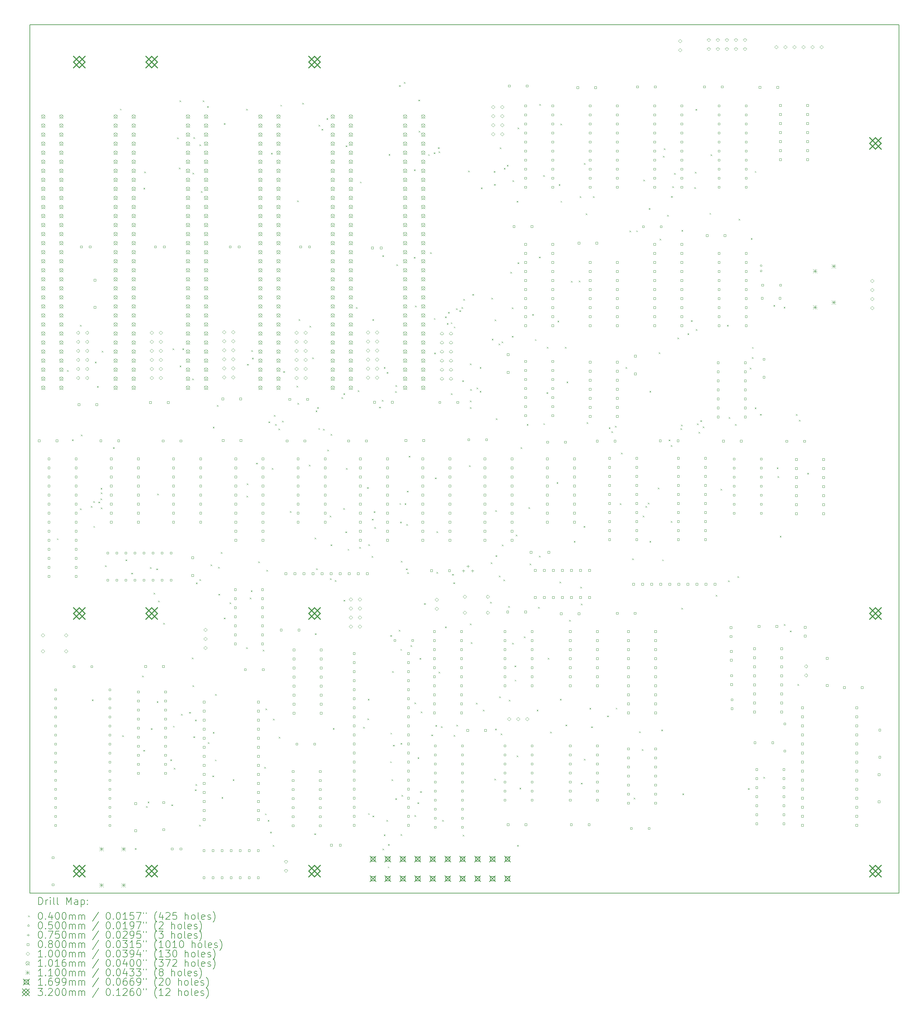
<source format=gbr>
%TF.GenerationSoftware,KiCad,Pcbnew,8.0.6*%
%TF.CreationDate,2025-05-18T09:51:46-05:00*%
%TF.ProjectId,6809PC-6U,36383039-5043-42d3-9655-2e6b69636164,5/17/2025 002*%
%TF.SameCoordinates,Original*%
%TF.FileFunction,Drillmap*%
%TF.FilePolarity,Positive*%
%FSLAX45Y45*%
G04 Gerber Fmt 4.5, Leading zero omitted, Abs format (unit mm)*
G04 Created by KiCad (PCBNEW 8.0.6) date 2025-05-18 09:51:46*
%MOMM*%
%LPD*%
G01*
G04 APERTURE LIST*
%ADD10C,0.200000*%
%ADD11C,0.100000*%
%ADD12C,0.101600*%
%ADD13C,0.110000*%
%ADD14C,0.169926*%
%ADD15C,0.320000*%
G04 APERTURE END LIST*
D10*
X6908040Y-5587240D02*
X31308040Y-5587240D01*
X31308040Y-29987240D01*
X6908040Y-29987240D01*
X6908040Y-5587240D01*
D11*
X7670280Y-20020600D02*
X7710280Y-20060600D01*
X7710280Y-20020600D02*
X7670280Y-20060600D01*
X7955230Y-15290960D02*
X7995230Y-15330960D01*
X7995230Y-15290960D02*
X7955230Y-15330960D01*
X8092630Y-17240400D02*
X8132630Y-17280400D01*
X8132630Y-17240400D02*
X8092630Y-17280400D01*
X8314960Y-14021670D02*
X8354960Y-14061670D01*
X8354960Y-14021670D02*
X8314960Y-14061670D01*
X8318220Y-19176230D02*
X8358220Y-19216230D01*
X8358220Y-19176230D02*
X8318220Y-19216230D01*
X8344640Y-17101960D02*
X8384640Y-17141960D01*
X8384640Y-17101960D02*
X8344640Y-17141960D01*
X8619910Y-19112260D02*
X8659910Y-19152260D01*
X8659910Y-19112260D02*
X8619910Y-19152260D01*
X8650500Y-24542530D02*
X8690500Y-24582530D01*
X8690500Y-24542530D02*
X8650500Y-24582530D01*
X8689820Y-18977050D02*
X8729820Y-19017050D01*
X8729820Y-18977050D02*
X8689820Y-19017050D01*
X8694510Y-19673470D02*
X8734510Y-19713470D01*
X8734510Y-19673470D02*
X8694510Y-19713470D01*
X8736370Y-15056490D02*
X8776370Y-15096490D01*
X8776370Y-15056490D02*
X8736370Y-15096490D01*
X8794960Y-15739050D02*
X8834960Y-15779050D01*
X8834960Y-15739050D02*
X8794960Y-15779050D01*
X8836160Y-18987720D02*
X8876160Y-19027720D01*
X8876160Y-18987720D02*
X8836160Y-19027720D01*
X8890050Y-18900160D02*
X8930050Y-18940160D01*
X8930050Y-18900160D02*
X8890050Y-18940160D01*
X8896140Y-18604500D02*
X8936140Y-18644500D01*
X8936140Y-18604500D02*
X8896140Y-18644500D01*
X8899970Y-19150040D02*
X8939970Y-19190040D01*
X8939970Y-19150040D02*
X8899970Y-19190040D01*
X8901160Y-18729110D02*
X8941160Y-18769110D01*
X8941160Y-18729110D02*
X8901160Y-18769110D01*
X8926830Y-14749380D02*
X8966830Y-14789380D01*
X8966830Y-14749380D02*
X8926830Y-14789380D01*
X9018760Y-20778850D02*
X9058760Y-20818850D01*
X9058760Y-20778850D02*
X9018760Y-20818850D01*
X9243290Y-17458820D02*
X9283290Y-17498820D01*
X9283290Y-17458820D02*
X9243290Y-17498820D01*
X9438260Y-7946450D02*
X9478260Y-7986450D01*
X9478260Y-7946450D02*
X9438260Y-7986450D01*
X9503020Y-25550670D02*
X9543020Y-25590670D01*
X9543020Y-25550670D02*
X9503020Y-25590670D01*
X9592900Y-20611520D02*
X9632900Y-20651520D01*
X9632900Y-20611520D02*
X9592900Y-20651520D01*
X9756740Y-20985270D02*
X9796740Y-21025270D01*
X9796740Y-20985270D02*
X9756740Y-21025270D01*
X9858060Y-28722640D02*
X9898060Y-28762640D01*
X9898060Y-28722640D02*
X9858060Y-28762640D01*
X10062170Y-23875640D02*
X10102170Y-23915640D01*
X10102170Y-23875640D02*
X10062170Y-23915640D01*
X10095000Y-25964200D02*
X10135000Y-26004200D01*
X10135000Y-25964200D02*
X10095000Y-26004200D01*
X10098340Y-10169850D02*
X10138340Y-10209850D01*
X10138340Y-10169850D02*
X10098340Y-10209850D01*
X10118470Y-9711230D02*
X10158470Y-9751230D01*
X10158470Y-9711230D02*
X10118470Y-9751230D01*
X10172820Y-27539590D02*
X10212820Y-27579590D01*
X10212820Y-27539590D02*
X10172820Y-27579590D01*
X10218660Y-27416220D02*
X10258660Y-27456220D01*
X10258660Y-27416220D02*
X10218660Y-27456220D01*
X10281060Y-20829390D02*
X10321060Y-20869390D01*
X10321060Y-20829390D02*
X10281060Y-20869390D01*
X10308530Y-25354410D02*
X10348530Y-25394410D01*
X10348530Y-25354410D02*
X10308530Y-25394410D01*
X10381200Y-21547770D02*
X10421200Y-21587770D01*
X10421200Y-21547770D02*
X10381200Y-21587770D01*
X10460860Y-20865440D02*
X10500860Y-20905440D01*
X10500860Y-20865440D02*
X10460860Y-20905440D01*
X10470720Y-24596940D02*
X10510720Y-24636940D01*
X10510720Y-24596940D02*
X10470720Y-24636940D01*
X10482210Y-18760520D02*
X10522210Y-18800520D01*
X10522210Y-18760520D02*
X10482210Y-18800520D01*
X10509560Y-21768120D02*
X10549560Y-21808120D01*
X10549560Y-21768120D02*
X10509560Y-21808120D01*
X10654150Y-22392070D02*
X10694150Y-22432070D01*
X10694150Y-22392070D02*
X10654150Y-22432070D01*
X10852030Y-26230120D02*
X10892030Y-26270120D01*
X10892030Y-26230120D02*
X10852030Y-26270120D01*
X10883160Y-27496860D02*
X10923160Y-27536860D01*
X10923160Y-27496860D02*
X10883160Y-27536860D01*
X10916860Y-14684410D02*
X10956860Y-14724410D01*
X10956860Y-14684410D02*
X10916860Y-14724410D01*
X10929330Y-25285310D02*
X10969330Y-25325310D01*
X10969330Y-25285310D02*
X10929330Y-25325310D01*
X10951320Y-26470160D02*
X10991320Y-26510160D01*
X10991320Y-26470160D02*
X10951320Y-26510160D01*
X11043920Y-8754540D02*
X11083920Y-8794540D01*
X11083920Y-8754540D02*
X11043920Y-8794540D01*
X11093570Y-9599540D02*
X11133570Y-9639540D01*
X11133570Y-9599540D02*
X11093570Y-9639540D01*
X11108630Y-7716300D02*
X11148630Y-7756300D01*
X11148630Y-7716300D02*
X11108630Y-7756300D01*
X11115400Y-15161360D02*
X11155400Y-15201360D01*
X11155400Y-15161360D02*
X11115400Y-15201360D01*
X11153420Y-24948990D02*
X11193420Y-24988990D01*
X11193420Y-24948990D02*
X11153420Y-24988990D01*
X11191880Y-14684410D02*
X11231880Y-14724410D01*
X11231880Y-14684410D02*
X11191880Y-14724410D01*
X11381610Y-24896620D02*
X11421610Y-24936620D01*
X11421610Y-24896620D02*
X11381610Y-24936620D01*
X11460290Y-23367690D02*
X11500290Y-23407690D01*
X11500290Y-23367690D02*
X11460290Y-23407690D01*
X11468790Y-15526540D02*
X11508790Y-15566540D01*
X11508790Y-15526540D02*
X11468790Y-15566540D01*
X11472630Y-9747380D02*
X11512630Y-9787380D01*
X11512630Y-9747380D02*
X11472630Y-9787380D01*
X11476250Y-24149500D02*
X11516250Y-24189500D01*
X11516250Y-24149500D02*
X11476250Y-24189500D01*
X11498180Y-8748560D02*
X11538180Y-8788560D01*
X11538180Y-8748560D02*
X11498180Y-8788560D01*
X11499360Y-25583200D02*
X11539360Y-25623200D01*
X11539360Y-25583200D02*
X11499360Y-25623200D01*
X11541960Y-27071680D02*
X11581960Y-27111680D01*
X11581960Y-27071680D02*
X11541960Y-27111680D01*
X11547950Y-25115410D02*
X11587950Y-25155410D01*
X11587950Y-25115410D02*
X11547950Y-25155410D01*
X11558810Y-26925310D02*
X11598810Y-26965310D01*
X11598810Y-26925310D02*
X11558810Y-26965310D01*
X11571460Y-21262400D02*
X11611460Y-21302400D01*
X11611460Y-21262400D02*
X11571460Y-21302400D01*
X11662410Y-28070380D02*
X11702410Y-28110380D01*
X11702410Y-28070380D02*
X11662410Y-28110380D01*
X11667060Y-21165140D02*
X11707060Y-21205140D01*
X11707060Y-21165140D02*
X11667060Y-21205140D01*
X11670980Y-8946950D02*
X11710980Y-8986950D01*
X11710980Y-8946950D02*
X11670980Y-8986950D01*
X11711720Y-10263380D02*
X11751720Y-10303380D01*
X11751720Y-10263380D02*
X11711720Y-10303380D01*
X11763320Y-7716300D02*
X11803320Y-7756300D01*
X11803320Y-7716300D02*
X11763320Y-7756300D01*
X11885190Y-7876250D02*
X11925190Y-7916250D01*
X11925190Y-7876250D02*
X11885190Y-7916250D01*
X11909480Y-25744570D02*
X11949480Y-25784570D01*
X11949480Y-25744570D02*
X11909480Y-25784570D01*
X11983110Y-20754040D02*
X12023110Y-20794040D01*
X12023110Y-20754040D02*
X11983110Y-20794040D01*
X12035350Y-26683030D02*
X12075350Y-26723030D01*
X12075350Y-26683030D02*
X12035350Y-26723030D01*
X12045740Y-25462080D02*
X12085740Y-25502080D01*
X12085740Y-25462080D02*
X12045740Y-25502080D01*
X12047560Y-16883870D02*
X12087560Y-16923870D01*
X12087560Y-16883870D02*
X12047560Y-16923870D01*
X12105490Y-26233640D02*
X12145490Y-26273640D01*
X12145490Y-26233640D02*
X12105490Y-26273640D01*
X12107350Y-24390020D02*
X12147350Y-24430020D01*
X12147350Y-24390020D02*
X12107350Y-24430020D01*
X12163710Y-16271720D02*
X12203710Y-16311720D01*
X12203710Y-16271720D02*
X12163710Y-16311720D01*
X12197230Y-20819700D02*
X12237230Y-20859700D01*
X12237230Y-20819700D02*
X12197230Y-20859700D01*
X12200770Y-21578270D02*
X12240770Y-21618270D01*
X12240770Y-21578270D02*
X12200770Y-21618270D01*
X12271360Y-20407930D02*
X12311360Y-20447930D01*
X12311360Y-20407930D02*
X12271360Y-20447930D01*
X12291890Y-27288730D02*
X12331890Y-27328730D01*
X12331890Y-27288730D02*
X12291890Y-27328730D01*
X12352640Y-8353520D02*
X12392640Y-8393520D01*
X12392640Y-8353520D02*
X12352640Y-8393520D01*
X12352890Y-22247130D02*
X12392890Y-22287130D01*
X12392890Y-22247130D02*
X12352890Y-22287130D01*
X12513470Y-21818300D02*
X12553470Y-21858300D01*
X12553470Y-21818300D02*
X12513470Y-21858300D01*
X12605000Y-26791360D02*
X12645000Y-26831360D01*
X12645000Y-26791360D02*
X12605000Y-26831360D01*
X12979750Y-23079400D02*
X13019750Y-23119400D01*
X13019750Y-23079400D02*
X12979750Y-23119400D01*
X12983180Y-7950860D02*
X13023180Y-7990860D01*
X13023180Y-7950860D02*
X12983180Y-7990860D01*
X12988260Y-18824140D02*
X13028260Y-18864140D01*
X13028260Y-18824140D02*
X12988260Y-18864140D01*
X12996660Y-18477450D02*
X13036660Y-18517450D01*
X13036660Y-18477450D02*
X12996660Y-18517450D01*
X13007930Y-15117200D02*
X13047930Y-15157200D01*
X13047930Y-15117200D02*
X13007930Y-15157200D01*
X13084900Y-21682360D02*
X13124900Y-21722360D01*
X13124900Y-21682360D02*
X13084900Y-21722360D01*
X13114380Y-21483360D02*
X13154380Y-21523360D01*
X13154380Y-21483360D02*
X13114380Y-21523360D01*
X13123090Y-14729510D02*
X13163090Y-14769510D01*
X13163090Y-14729510D02*
X13123090Y-14769510D01*
X13146700Y-14941590D02*
X13186700Y-14981590D01*
X13186700Y-14941590D02*
X13146700Y-14981590D01*
X13264570Y-17893800D02*
X13304570Y-17933800D01*
X13304570Y-17893800D02*
X13264570Y-17933800D01*
X13318570Y-20669850D02*
X13358570Y-20709850D01*
X13358570Y-20669850D02*
X13318570Y-20709850D01*
X13447740Y-23145900D02*
X13487740Y-23185900D01*
X13487740Y-23145900D02*
X13447740Y-23185900D01*
X13489940Y-26441440D02*
X13529940Y-26481440D01*
X13529940Y-26441440D02*
X13489940Y-26481440D01*
X13512250Y-27750600D02*
X13552250Y-27790600D01*
X13552250Y-27750600D02*
X13512250Y-27790600D01*
X13525510Y-24800110D02*
X13565510Y-24840110D01*
X13565510Y-24800110D02*
X13525510Y-24840110D01*
X13548710Y-20902910D02*
X13588710Y-20942910D01*
X13588710Y-20902910D02*
X13548710Y-20942910D01*
X13587420Y-27933920D02*
X13627420Y-27973920D01*
X13627420Y-27933920D02*
X13587420Y-27973920D01*
X13609400Y-16734880D02*
X13649400Y-16774880D01*
X13649400Y-16734880D02*
X13609400Y-16774880D01*
X13654230Y-28259400D02*
X13694230Y-28299400D01*
X13694230Y-28259400D02*
X13654230Y-28299400D01*
X13679690Y-9186240D02*
X13719690Y-9226240D01*
X13719690Y-9186240D02*
X13679690Y-9226240D01*
X13704230Y-18043770D02*
X13744230Y-18083770D01*
X13744230Y-18043770D02*
X13704230Y-18083770D01*
X13727870Y-28637380D02*
X13767870Y-28677380D01*
X13767870Y-28637380D02*
X13727870Y-28677380D01*
X13735650Y-25089240D02*
X13775650Y-25129240D01*
X13775650Y-25089240D02*
X13735650Y-25129240D01*
X13761930Y-16552410D02*
X13801930Y-16592410D01*
X13801930Y-16552410D02*
X13761930Y-16592410D01*
X13792000Y-16804110D02*
X13832000Y-16844110D01*
X13832000Y-16804110D02*
X13792000Y-16844110D01*
X13887070Y-16931780D02*
X13927070Y-16971780D01*
X13927070Y-16931780D02*
X13887070Y-16971780D01*
X13893980Y-25593320D02*
X13933980Y-25633320D01*
X13933980Y-25593320D02*
X13893980Y-25633320D01*
X13943090Y-7835450D02*
X13983090Y-7875450D01*
X13983090Y-7835450D02*
X13943090Y-7875450D01*
X13987610Y-16713090D02*
X14027610Y-16753090D01*
X14027610Y-16713090D02*
X13987610Y-16753090D01*
X14022500Y-15320490D02*
X14062500Y-15360490D01*
X14062500Y-15320490D02*
X14022500Y-15360490D01*
X14212820Y-19252480D02*
X14252820Y-19292480D01*
X14252820Y-19252480D02*
X14212820Y-19292480D01*
X14394830Y-15733970D02*
X14434830Y-15773970D01*
X14434830Y-15733970D02*
X14394830Y-15773970D01*
X14411600Y-10526370D02*
X14451600Y-10566370D01*
X14451600Y-10526370D02*
X14411600Y-10566370D01*
X14423130Y-16215330D02*
X14463130Y-16255330D01*
X14463130Y-16215330D02*
X14423130Y-16255330D01*
X14456180Y-13862860D02*
X14496180Y-13902860D01*
X14496180Y-13862860D02*
X14456180Y-13902860D01*
X14558700Y-7781400D02*
X14598700Y-7821400D01*
X14598700Y-7781400D02*
X14558700Y-7821400D01*
X14740430Y-17951280D02*
X14780430Y-17991280D01*
X14780430Y-17951280D02*
X14740430Y-17991280D01*
X14759640Y-14048240D02*
X14799640Y-14088240D01*
X14799640Y-14048240D02*
X14759640Y-14088240D01*
X14838070Y-14935860D02*
X14878070Y-14975860D01*
X14878070Y-14935860D02*
X14838070Y-14975860D01*
X14894990Y-28308980D02*
X14934990Y-28348980D01*
X14934990Y-28308980D02*
X14894990Y-28348980D01*
X14903010Y-19995870D02*
X14943010Y-20035870D01*
X14943010Y-19995870D02*
X14903010Y-20035870D01*
X14911630Y-22686050D02*
X14951630Y-22726050D01*
X14951630Y-22686050D02*
X14911630Y-22726050D01*
X14933310Y-16428480D02*
X14973310Y-16468480D01*
X14973310Y-16428480D02*
X14933310Y-16468480D01*
X14944560Y-20859970D02*
X14984560Y-20899970D01*
X14984560Y-20859970D02*
X14944560Y-20899970D01*
X14976150Y-16329870D02*
X15016150Y-16369870D01*
X15016150Y-16329870D02*
X14976150Y-16369870D01*
X15010550Y-16920630D02*
X15050550Y-16960630D01*
X15050550Y-16920630D02*
X15010550Y-16960630D01*
X15012920Y-8400510D02*
X15052920Y-8440510D01*
X15052920Y-8400510D02*
X15012920Y-8440510D01*
X15096530Y-8514190D02*
X15136530Y-8554190D01*
X15136530Y-8514190D02*
X15096530Y-8554190D01*
X15139730Y-16941110D02*
X15179730Y-16981110D01*
X15179730Y-16941110D02*
X15139730Y-16981110D01*
X15237960Y-8210320D02*
X15277960Y-8250320D01*
X15277960Y-8210320D02*
X15237960Y-8250320D01*
X15258470Y-17527950D02*
X15298470Y-17567950D01*
X15298470Y-17527950D02*
X15258470Y-17567950D01*
X15329780Y-19379160D02*
X15369780Y-19419160D01*
X15369780Y-19379160D02*
X15329780Y-19419160D01*
X15333990Y-21139720D02*
X15373990Y-21179720D01*
X15373990Y-21139720D02*
X15333990Y-21179720D01*
X15353090Y-20188030D02*
X15393090Y-20228030D01*
X15393090Y-20188030D02*
X15353090Y-20228030D01*
X15353430Y-17084430D02*
X15393430Y-17124430D01*
X15393430Y-17084430D02*
X15353430Y-17124430D01*
X15415570Y-25349430D02*
X15455570Y-25389430D01*
X15455570Y-25349430D02*
X15415570Y-25389430D01*
X15473660Y-21194400D02*
X15513660Y-21234400D01*
X15513660Y-21194400D02*
X15473660Y-21234400D01*
X15656860Y-16055150D02*
X15696860Y-16095150D01*
X15696860Y-16055150D02*
X15656860Y-16095150D01*
X15709360Y-19169410D02*
X15749360Y-19209410D01*
X15749360Y-19169410D02*
X15709360Y-19209410D01*
X15712840Y-15944100D02*
X15752840Y-15984100D01*
X15752840Y-15944100D02*
X15712840Y-15984100D01*
X15717150Y-21746570D02*
X15757150Y-21786570D01*
X15757150Y-21746570D02*
X15717150Y-21786570D01*
X15769880Y-19824510D02*
X15809880Y-19864510D01*
X15809880Y-19824510D02*
X15769880Y-19864510D01*
X15774850Y-8979510D02*
X15814850Y-9019510D01*
X15814850Y-8979510D02*
X15774850Y-9019510D01*
X15782110Y-18042950D02*
X15822110Y-18082950D01*
X15822110Y-18042950D02*
X15782110Y-18082950D01*
X15831330Y-20317190D02*
X15871330Y-20357190D01*
X15871330Y-20317190D02*
X15831330Y-20357190D01*
X16065040Y-13522620D02*
X16105040Y-13562620D01*
X16105040Y-13522620D02*
X16065040Y-13562620D01*
X16114330Y-15860580D02*
X16154330Y-15900580D01*
X16154330Y-15860580D02*
X16114330Y-15900580D01*
X16156950Y-20260540D02*
X16196950Y-20300540D01*
X16196950Y-20260540D02*
X16156950Y-20300540D01*
X16178730Y-9996260D02*
X16218730Y-10036260D01*
X16218730Y-9996260D02*
X16178730Y-10036260D01*
X16267630Y-25316090D02*
X16307630Y-25356090D01*
X16307630Y-25316090D02*
X16267630Y-25356090D01*
X16375920Y-18581420D02*
X16415920Y-18621420D01*
X16415920Y-18581420D02*
X16375920Y-18621420D01*
X16387250Y-25076230D02*
X16427250Y-25116230D01*
X16427250Y-25076230D02*
X16387250Y-25116230D01*
X16397840Y-24525650D02*
X16437840Y-24565650D01*
X16437840Y-24525650D02*
X16397840Y-24565650D01*
X16405950Y-27741530D02*
X16445950Y-27781530D01*
X16445950Y-27741530D02*
X16405950Y-27781530D01*
X16412330Y-20184400D02*
X16452330Y-20224400D01*
X16452330Y-20184400D02*
X16412330Y-20224400D01*
X16505990Y-20513920D02*
X16545990Y-20553920D01*
X16545990Y-20513920D02*
X16505990Y-20553920D01*
X16511340Y-19468530D02*
X16551340Y-19508530D01*
X16551340Y-19468530D02*
X16511340Y-19508530D01*
X16524760Y-13860530D02*
X16564760Y-13900530D01*
X16564760Y-13860530D02*
X16524760Y-13900530D01*
X16530730Y-27810050D02*
X16570730Y-27850050D01*
X16570730Y-27810050D02*
X16530730Y-27850050D01*
X16565660Y-19258510D02*
X16605660Y-19298510D01*
X16605660Y-19258510D02*
X16565660Y-19298510D01*
X16580880Y-19701900D02*
X16620880Y-19741900D01*
X16620880Y-19701900D02*
X16580880Y-19741900D01*
X16714470Y-16319840D02*
X16754470Y-16359840D01*
X16754470Y-16319840D02*
X16714470Y-16359840D01*
X16793760Y-16130030D02*
X16833760Y-16170030D01*
X16833760Y-16130030D02*
X16793760Y-16170030D01*
X16804840Y-12068410D02*
X16844840Y-12108410D01*
X16844840Y-12068410D02*
X16804840Y-12108410D01*
X16807340Y-28735510D02*
X16847340Y-28775510D01*
X16847340Y-28735510D02*
X16807340Y-28775510D01*
X16846420Y-15207390D02*
X16886420Y-15247390D01*
X16886420Y-15207390D02*
X16846420Y-15247390D01*
X16846640Y-28338300D02*
X16886640Y-28378300D01*
X16886640Y-28338300D02*
X16846640Y-28378300D01*
X16920950Y-27933920D02*
X16960950Y-27973920D01*
X16960950Y-27933920D02*
X16920950Y-27973920D01*
X16928540Y-15346860D02*
X16968540Y-15386860D01*
X16968540Y-15346860D02*
X16928540Y-15386860D01*
X16957160Y-29240500D02*
X16997160Y-29280500D01*
X16997160Y-29240500D02*
X16957160Y-29280500D01*
X16965120Y-28607180D02*
X17005120Y-28647180D01*
X17005120Y-28607180D02*
X16965120Y-28647180D01*
X16982610Y-9221610D02*
X17022610Y-9261610D01*
X17022610Y-9221610D02*
X16982610Y-9261610D01*
X17026050Y-26285750D02*
X17066050Y-26325750D01*
X17066050Y-26285750D02*
X17026050Y-26325750D01*
X17029380Y-22736670D02*
X17069380Y-22776670D01*
X17069380Y-22736670D02*
X17029380Y-22776670D01*
X17032850Y-25481880D02*
X17072850Y-25521880D01*
X17072850Y-25481880D02*
X17032850Y-25521880D01*
X17065120Y-26790240D02*
X17105120Y-26830240D01*
X17105120Y-26790240D02*
X17065120Y-26830240D01*
X17077860Y-23749350D02*
X17117860Y-23789350D01*
X17117860Y-23749350D02*
X17077860Y-23789350D01*
X17102720Y-25820460D02*
X17142720Y-25860460D01*
X17142720Y-25820460D02*
X17102720Y-25860460D01*
X17165720Y-15882550D02*
X17205720Y-15922550D01*
X17205720Y-15882550D02*
X17165720Y-15922550D01*
X17169230Y-27323980D02*
X17209230Y-27363980D01*
X17209230Y-27323980D02*
X17169230Y-27363980D01*
X17176080Y-15716210D02*
X17216080Y-15756210D01*
X17216080Y-15716210D02*
X17176080Y-15756210D01*
X17198970Y-12321920D02*
X17238970Y-12361920D01*
X17238970Y-12321920D02*
X17198970Y-12361920D01*
X17263640Y-22592020D02*
X17303640Y-22632020D01*
X17303640Y-22592020D02*
X17263640Y-22632020D01*
X17277690Y-7285040D02*
X17317690Y-7325040D01*
X17317690Y-7285040D02*
X17277690Y-7325040D01*
X17287640Y-19030380D02*
X17327640Y-19070380D01*
X17327640Y-19030380D02*
X17287640Y-19070380D01*
X17305310Y-19548140D02*
X17345310Y-19588140D01*
X17345310Y-19548140D02*
X17305310Y-19588140D01*
X17313310Y-23126120D02*
X17353310Y-23166120D01*
X17353310Y-23126120D02*
X17313310Y-23166120D01*
X17314710Y-28327450D02*
X17354710Y-28367450D01*
X17354710Y-28327450D02*
X17314710Y-28367450D01*
X17318880Y-25769060D02*
X17358880Y-25809060D01*
X17358880Y-25769060D02*
X17318880Y-25809060D01*
X17327690Y-20649170D02*
X17367690Y-20689170D01*
X17367690Y-20649170D02*
X17327690Y-20689170D01*
X17344610Y-27230760D02*
X17384610Y-27270760D01*
X17384610Y-27230760D02*
X17344610Y-27270760D01*
X17409300Y-7194700D02*
X17449300Y-7234700D01*
X17449300Y-7194700D02*
X17409300Y-7234700D01*
X17430630Y-19031860D02*
X17470630Y-19071860D01*
X17470630Y-19031860D02*
X17430630Y-19071860D01*
X17470210Y-20867270D02*
X17510210Y-20907270D01*
X17510210Y-20867270D02*
X17470210Y-20907270D01*
X17476090Y-19616380D02*
X17516090Y-19656380D01*
X17516090Y-19616380D02*
X17476090Y-19656380D01*
X17495360Y-18681240D02*
X17535360Y-18721240D01*
X17535360Y-18681240D02*
X17495360Y-18721240D01*
X17501810Y-20969710D02*
X17541810Y-21009710D01*
X17541810Y-20969710D02*
X17501810Y-21009710D01*
X17547820Y-17700200D02*
X17587820Y-17740200D01*
X17587820Y-17700200D02*
X17547820Y-17740200D01*
X17595040Y-23020800D02*
X17635040Y-23060800D01*
X17635040Y-23020800D02*
X17595040Y-23060800D01*
X17690790Y-12110870D02*
X17730790Y-12150870D01*
X17730790Y-12110870D02*
X17690790Y-12150870D01*
X17692810Y-9650390D02*
X17732810Y-9690390D01*
X17732810Y-9650390D02*
X17692810Y-9690390D01*
X17706330Y-27797740D02*
X17746330Y-27837740D01*
X17746330Y-27797740D02*
X17706330Y-27837740D01*
X17708140Y-24627820D02*
X17748140Y-24667820D01*
X17748140Y-24627820D02*
X17708140Y-24667820D01*
X17721370Y-13480640D02*
X17761370Y-13520640D01*
X17761370Y-13480640D02*
X17721370Y-13520640D01*
X17793840Y-27437530D02*
X17833840Y-27477530D01*
X17833840Y-27437530D02*
X17793840Y-27477530D01*
X17795440Y-26167900D02*
X17835440Y-26207900D01*
X17835440Y-26167900D02*
X17795440Y-26207900D01*
X17818290Y-7693220D02*
X17858290Y-7733220D01*
X17858290Y-7693220D02*
X17818290Y-7733220D01*
X17827060Y-8566060D02*
X17867060Y-8606060D01*
X17867060Y-8566060D02*
X17827060Y-8606060D01*
X17851030Y-23382160D02*
X17891030Y-23422160D01*
X17891030Y-23382160D02*
X17851030Y-23422160D01*
X17870430Y-27123190D02*
X17910430Y-27163190D01*
X17910430Y-27123190D02*
X17870430Y-27163190D01*
X17884900Y-24882370D02*
X17924900Y-24922370D01*
X17924900Y-24882370D02*
X17884900Y-24922370D01*
X17978930Y-21839260D02*
X18018930Y-21879260D01*
X18018930Y-21839260D02*
X17978930Y-21879260D01*
X18092850Y-9224570D02*
X18132850Y-9264570D01*
X18132850Y-9224570D02*
X18092850Y-9264570D01*
X18146860Y-11979340D02*
X18186860Y-12019340D01*
X18186860Y-11979340D02*
X18146860Y-12019340D01*
X18182680Y-25530720D02*
X18222680Y-25570720D01*
X18222680Y-25530720D02*
X18182680Y-25570720D01*
X18249000Y-9173580D02*
X18289000Y-9213580D01*
X18289000Y-9173580D02*
X18249000Y-9213580D01*
X18253520Y-13830290D02*
X18293520Y-13870290D01*
X18293520Y-13830290D02*
X18253520Y-13870290D01*
X18261350Y-14797800D02*
X18301350Y-14837800D01*
X18301350Y-14797800D02*
X18261350Y-14837800D01*
X18283670Y-18309360D02*
X18323670Y-18349360D01*
X18323670Y-18309360D02*
X18283670Y-18349360D01*
X18295270Y-25263320D02*
X18335270Y-25303320D01*
X18335270Y-25263320D02*
X18295270Y-25303320D01*
X18324770Y-19817920D02*
X18364770Y-19857920D01*
X18364770Y-19817920D02*
X18324770Y-19857920D01*
X18326920Y-20961640D02*
X18366920Y-21001640D01*
X18366920Y-20961640D02*
X18326920Y-21001640D01*
X18365810Y-9029520D02*
X18405810Y-9069520D01*
X18405810Y-9029520D02*
X18365810Y-9069520D01*
X18383810Y-23765880D02*
X18423810Y-23805880D01*
X18423810Y-23765880D02*
X18383810Y-23805880D01*
X18385080Y-9146650D02*
X18425080Y-9186650D01*
X18425080Y-9146650D02*
X18385080Y-9186650D01*
X18452920Y-25298930D02*
X18492920Y-25338930D01*
X18492920Y-25298930D02*
X18452920Y-25338930D01*
X18483070Y-27931060D02*
X18523070Y-27971060D01*
X18523070Y-27931060D02*
X18483070Y-27971060D01*
X18565070Y-22498090D02*
X18605070Y-22538090D01*
X18605070Y-22498090D02*
X18565070Y-22538090D01*
X18566010Y-13786030D02*
X18606010Y-13826030D01*
X18606010Y-13786030D02*
X18566010Y-13826030D01*
X18617260Y-13971730D02*
X18657260Y-14011730D01*
X18657260Y-13971730D02*
X18617260Y-14011730D01*
X18650020Y-13655100D02*
X18690020Y-13695100D01*
X18690020Y-13655100D02*
X18650020Y-13695100D01*
X18727050Y-13949580D02*
X18767050Y-13989580D01*
X18767050Y-13949580D02*
X18727050Y-13989580D01*
X18729670Y-15941530D02*
X18769670Y-15981530D01*
X18769670Y-15941530D02*
X18729670Y-15981530D01*
X18763520Y-21019010D02*
X18803520Y-21059010D01*
X18803520Y-21019010D02*
X18763520Y-21059010D01*
X18800580Y-21257110D02*
X18840580Y-21297110D01*
X18840580Y-21257110D02*
X18800580Y-21297110D01*
X18809620Y-25542160D02*
X18849620Y-25582160D01*
X18849620Y-25542160D02*
X18809620Y-25582160D01*
X18810650Y-14068550D02*
X18850650Y-14108550D01*
X18850650Y-14068550D02*
X18810650Y-14108550D01*
X18876960Y-13552720D02*
X18916960Y-13592720D01*
X18916960Y-13552720D02*
X18876960Y-13592720D01*
X18884590Y-25254910D02*
X18924590Y-25294910D01*
X18924590Y-25254910D02*
X18884590Y-25294910D01*
X18970770Y-13611190D02*
X19010770Y-13651190D01*
X19010770Y-13611190D02*
X18970770Y-13651190D01*
X19029270Y-13522690D02*
X19069270Y-13562690D01*
X19069270Y-13522690D02*
X19029270Y-13562690D01*
X19049460Y-15578100D02*
X19089460Y-15618100D01*
X19089460Y-15578100D02*
X19049460Y-15618100D01*
X19062270Y-28344360D02*
X19102270Y-28384360D01*
X19102270Y-28344360D02*
X19062270Y-28384360D01*
X19076600Y-13293260D02*
X19116600Y-13333260D01*
X19116600Y-13293260D02*
X19076600Y-13333260D01*
X19211340Y-9688910D02*
X19251340Y-9728910D01*
X19251340Y-9688910D02*
X19211340Y-9728910D01*
X19238410Y-17964580D02*
X19278410Y-18004580D01*
X19278410Y-17964580D02*
X19238410Y-18004580D01*
X19261670Y-16333280D02*
X19301670Y-16373280D01*
X19301670Y-16333280D02*
X19261670Y-16373280D01*
X19262230Y-15102360D02*
X19302230Y-15142360D01*
X19302230Y-15102360D02*
X19262230Y-15142360D01*
X19264470Y-16146470D02*
X19304470Y-16186470D01*
X19304470Y-16146470D02*
X19264470Y-16186470D01*
X19266280Y-22410870D02*
X19306280Y-22450870D01*
X19306280Y-22410870D02*
X19266280Y-22450870D01*
X19275000Y-15827080D02*
X19315000Y-15867080D01*
X19315000Y-15827080D02*
X19275000Y-15867080D01*
X19289630Y-22939240D02*
X19329630Y-22979240D01*
X19329630Y-22939240D02*
X19289630Y-22979240D01*
X19334740Y-13153140D02*
X19374740Y-13193140D01*
X19374740Y-13153140D02*
X19334740Y-13193140D01*
X19431620Y-24636780D02*
X19471620Y-24676780D01*
X19471620Y-24636780D02*
X19431620Y-24676780D01*
X19452280Y-15785320D02*
X19492280Y-15825320D01*
X19492280Y-15785320D02*
X19452280Y-15825320D01*
X19539480Y-15207550D02*
X19579480Y-15247550D01*
X19579480Y-15207550D02*
X19539480Y-15247550D01*
X19539480Y-15874130D02*
X19579480Y-15914130D01*
X19579480Y-15874130D02*
X19539480Y-15914130D01*
X19574220Y-10161000D02*
X19614220Y-10201000D01*
X19614220Y-10161000D02*
X19574220Y-10201000D01*
X19630430Y-24835690D02*
X19670430Y-24875690D01*
X19670430Y-24835690D02*
X19630430Y-24875690D01*
X19833070Y-21803970D02*
X19873070Y-21843970D01*
X19873070Y-21803970D02*
X19833070Y-21843970D01*
X19845680Y-20692540D02*
X19885680Y-20732540D01*
X19885680Y-20692540D02*
X19845680Y-20732540D01*
X19868090Y-13260060D02*
X19908090Y-13300060D01*
X19908090Y-13260060D02*
X19868090Y-13300060D01*
X19879180Y-14409030D02*
X19919180Y-14449030D01*
X19919180Y-14409030D02*
X19879180Y-14449030D01*
X19931860Y-9699270D02*
X19971860Y-9739270D01*
X19971860Y-9699270D02*
X19931860Y-9739270D01*
X19942680Y-10063070D02*
X19982680Y-10103070D01*
X19982680Y-10063070D02*
X19942680Y-10103070D01*
X19948560Y-26770370D02*
X19988560Y-26810370D01*
X19988560Y-26770370D02*
X19948560Y-26810370D01*
X19958500Y-13867630D02*
X19998500Y-13907630D01*
X19998500Y-13867630D02*
X19958500Y-13907630D01*
X19971300Y-25365230D02*
X20011300Y-25405230D01*
X20011300Y-25365230D02*
X19971300Y-25405230D01*
X19977440Y-19231180D02*
X20017440Y-19271180D01*
X20017440Y-19231180D02*
X19977440Y-19271180D01*
X19983130Y-20493030D02*
X20023130Y-20533030D01*
X20023130Y-20493030D02*
X19983130Y-20533030D01*
X19992330Y-16648390D02*
X20032330Y-16688390D01*
X20032330Y-16648390D02*
X19992330Y-16688390D01*
X20069220Y-14546470D02*
X20109220Y-14586470D01*
X20109220Y-14546470D02*
X20069220Y-14586470D01*
X20079760Y-21065180D02*
X20119760Y-21105180D01*
X20119760Y-21065180D02*
X20079760Y-21105180D01*
X20083680Y-24463520D02*
X20123680Y-24503520D01*
X20123680Y-24463520D02*
X20083680Y-24503520D01*
X20102920Y-9036740D02*
X20142920Y-9076740D01*
X20142920Y-9036740D02*
X20102920Y-9076740D01*
X20125830Y-25503660D02*
X20165830Y-25543660D01*
X20165830Y-25503660D02*
X20125830Y-25543660D01*
X20150940Y-14486750D02*
X20190940Y-14526750D01*
X20190940Y-14486750D02*
X20150940Y-14526750D01*
X20160700Y-20195180D02*
X20200700Y-20235180D01*
X20200700Y-20195180D02*
X20160700Y-20235180D01*
X20207230Y-21173440D02*
X20247230Y-21213440D01*
X20247230Y-21173440D02*
X20207230Y-21213440D01*
X20217790Y-9609920D02*
X20257790Y-9649920D01*
X20257790Y-9609920D02*
X20217790Y-9649920D01*
X20301940Y-9523320D02*
X20341940Y-9563320D01*
X20341940Y-9523320D02*
X20301940Y-9563320D01*
X20340400Y-21923520D02*
X20380400Y-21963520D01*
X20380400Y-21923520D02*
X20340400Y-21963520D01*
X20357010Y-24553220D02*
X20397010Y-24593220D01*
X20397010Y-24553220D02*
X20357010Y-24593220D01*
X20398000Y-12530960D02*
X20438000Y-12570960D01*
X20438000Y-12530960D02*
X20398000Y-12570960D01*
X20443010Y-13531880D02*
X20483010Y-13571880D01*
X20483010Y-13531880D02*
X20443010Y-13571880D01*
X20443010Y-14330150D02*
X20483010Y-14370150D01*
X20483010Y-14330150D02*
X20443010Y-14370150D01*
X20448680Y-22954230D02*
X20488680Y-22994230D01*
X20488680Y-22954230D02*
X20448680Y-22994230D01*
X20456870Y-9960160D02*
X20496870Y-10000160D01*
X20496870Y-9960160D02*
X20456870Y-10000160D01*
X20518760Y-23591630D02*
X20558760Y-23631630D01*
X20558760Y-23591630D02*
X20518760Y-23631630D01*
X20522270Y-23990110D02*
X20562270Y-24030110D01*
X20562270Y-23990110D02*
X20522270Y-24030110D01*
X20551420Y-19913170D02*
X20591420Y-19953170D01*
X20591420Y-19913170D02*
X20551420Y-19953170D01*
X20578270Y-26118710D02*
X20618270Y-26158710D01*
X20618270Y-26118710D02*
X20578270Y-26158710D01*
X20579710Y-10538220D02*
X20619710Y-10578220D01*
X20619710Y-10538220D02*
X20579710Y-10578220D01*
X20589640Y-28635600D02*
X20629640Y-28675600D01*
X20629640Y-28635600D02*
X20589640Y-28675600D01*
X20602210Y-12265020D02*
X20642210Y-12305020D01*
X20642210Y-12265020D02*
X20602210Y-12305020D01*
X20604470Y-8472530D02*
X20644470Y-8512530D01*
X20644470Y-8472530D02*
X20604470Y-8512530D01*
X20656350Y-27024270D02*
X20696350Y-27064270D01*
X20696350Y-27024270D02*
X20656350Y-27064270D01*
X20688210Y-17460110D02*
X20728210Y-17500110D01*
X20728210Y-17460110D02*
X20688210Y-17500110D01*
X20778600Y-22778500D02*
X20818600Y-22818500D01*
X20818600Y-22778500D02*
X20778600Y-22818500D01*
X20860780Y-16804270D02*
X20900780Y-16844270D01*
X20900780Y-16804270D02*
X20860780Y-16844270D01*
X20907110Y-19143600D02*
X20947110Y-19183600D01*
X20947110Y-19143600D02*
X20907110Y-19183600D01*
X20941070Y-20724080D02*
X20981070Y-20764080D01*
X20981070Y-20724080D02*
X20941070Y-20764080D01*
X21011810Y-13714540D02*
X21051810Y-13754540D01*
X21051810Y-13714540D02*
X21011810Y-13754540D01*
X21089410Y-14422430D02*
X21129410Y-14462430D01*
X21129410Y-14422430D02*
X21089410Y-14462430D01*
X21138780Y-24835300D02*
X21178780Y-24875300D01*
X21178780Y-24835300D02*
X21138780Y-24875300D01*
X21179160Y-21946510D02*
X21219160Y-21986510D01*
X21219160Y-21946510D02*
X21179160Y-21986510D01*
X21200370Y-20508070D02*
X21240370Y-20548070D01*
X21240370Y-20508070D02*
X21200370Y-20548070D01*
X21204550Y-12103080D02*
X21244550Y-12143080D01*
X21244550Y-12103080D02*
X21204550Y-12143080D01*
X21214000Y-7817110D02*
X21254000Y-7857110D01*
X21254000Y-7817110D02*
X21214000Y-7857110D01*
X21324140Y-9816030D02*
X21364140Y-9856030D01*
X21364140Y-9816030D02*
X21324140Y-9856030D01*
X21327000Y-16785100D02*
X21367000Y-16825100D01*
X21367000Y-16785100D02*
X21327000Y-16825100D01*
X21413130Y-15914380D02*
X21453130Y-15954380D01*
X21453130Y-15914380D02*
X21413130Y-15954380D01*
X21422650Y-14639180D02*
X21462650Y-14679180D01*
X21462650Y-14639180D02*
X21422650Y-14679180D01*
X21447780Y-23378480D02*
X21487780Y-23418480D01*
X21487780Y-23378480D02*
X21447780Y-23418480D01*
X21517300Y-25448520D02*
X21557300Y-25488520D01*
X21557300Y-25448520D02*
X21517300Y-25488520D01*
X21698760Y-18439940D02*
X21738760Y-18479940D01*
X21738760Y-18439940D02*
X21698760Y-18479940D01*
X21723640Y-13901330D02*
X21763640Y-13941330D01*
X21763640Y-13901330D02*
X21723640Y-13941330D01*
X21757780Y-10065960D02*
X21797780Y-10105960D01*
X21797780Y-10065960D02*
X21757780Y-10105960D01*
X21776270Y-21232200D02*
X21816270Y-21272200D01*
X21816270Y-21232200D02*
X21776270Y-21272200D01*
X21792860Y-24528570D02*
X21832860Y-24568570D01*
X21832860Y-24528570D02*
X21792860Y-24568570D01*
X21807020Y-8367840D02*
X21847020Y-8407840D01*
X21847020Y-8367840D02*
X21807020Y-8407840D01*
X21808500Y-10537980D02*
X21848500Y-10577980D01*
X21848500Y-10537980D02*
X21808500Y-10577980D01*
X21929580Y-14639180D02*
X21969580Y-14679180D01*
X21969580Y-14639180D02*
X21929580Y-14679180D01*
X21947890Y-25252420D02*
X21987890Y-25292420D01*
X21987890Y-25252420D02*
X21947890Y-25292420D01*
X21978140Y-15614260D02*
X22018140Y-15654260D01*
X22018140Y-15614260D02*
X21978140Y-15654260D01*
X22052170Y-22308800D02*
X22092170Y-22348800D01*
X22092170Y-22308800D02*
X22052170Y-22348800D01*
X22100420Y-12787960D02*
X22140420Y-12827960D01*
X22140420Y-12787960D02*
X22100420Y-12827960D01*
X22180270Y-20093070D02*
X22220270Y-20133070D01*
X22220270Y-20093070D02*
X22180270Y-20133070D01*
X22321750Y-12774920D02*
X22361750Y-12814920D01*
X22361750Y-12774920D02*
X22321750Y-12814920D01*
X22345070Y-10408210D02*
X22385070Y-10448210D01*
X22385070Y-10408210D02*
X22345070Y-10448210D01*
X22364450Y-21379080D02*
X22404450Y-21419080D01*
X22404450Y-21379080D02*
X22364450Y-21419080D01*
X22377280Y-21850260D02*
X22417280Y-21890260D01*
X22417280Y-21850260D02*
X22377280Y-21890260D01*
X22382240Y-26886120D02*
X22422240Y-26926120D01*
X22422240Y-26886120D02*
X22382240Y-26926120D01*
X22455530Y-19671950D02*
X22495530Y-19711950D01*
X22495530Y-19671950D02*
X22455530Y-19711950D01*
X22464240Y-9475870D02*
X22504240Y-9515870D01*
X22504240Y-9475870D02*
X22464240Y-9515870D01*
X22466740Y-26211520D02*
X22506740Y-26251520D01*
X22506740Y-26211520D02*
X22466740Y-26251520D01*
X22517990Y-10888180D02*
X22557990Y-10928180D01*
X22557990Y-10888180D02*
X22517990Y-10928180D01*
X22543960Y-16755720D02*
X22583960Y-16795720D01*
X22583960Y-16755720D02*
X22543960Y-16795720D01*
X22621940Y-24779660D02*
X22661940Y-24819660D01*
X22661940Y-24779660D02*
X22621940Y-24819660D01*
X22669710Y-25302310D02*
X22709710Y-25342310D01*
X22709710Y-25302310D02*
X22669710Y-25342310D01*
X22716940Y-10403190D02*
X22756940Y-10443190D01*
X22756940Y-10403190D02*
X22716940Y-10443190D01*
X23114190Y-24998110D02*
X23154190Y-25038110D01*
X23154190Y-24998110D02*
X23114190Y-25038110D01*
X23163230Y-16896920D02*
X23203230Y-16936920D01*
X23203230Y-16896920D02*
X23163230Y-16936920D01*
X23235750Y-17007380D02*
X23275750Y-17047380D01*
X23275750Y-17007380D02*
X23235750Y-17047380D01*
X23334630Y-16859080D02*
X23374630Y-16899080D01*
X23374630Y-16859080D02*
X23334630Y-16899080D01*
X23357180Y-24778120D02*
X23397180Y-24818120D01*
X23397180Y-24778120D02*
X23357180Y-24818120D01*
X23470130Y-19032050D02*
X23510130Y-19072050D01*
X23510130Y-19032050D02*
X23470130Y-19072050D01*
X23504220Y-17613180D02*
X23544220Y-17653180D01*
X23544220Y-17613180D02*
X23504220Y-17653180D01*
X23634440Y-15207090D02*
X23674440Y-15247090D01*
X23674440Y-15207090D02*
X23634440Y-15247090D01*
X23743880Y-11369420D02*
X23783880Y-11409420D01*
X23783880Y-11369420D02*
X23743880Y-11409420D01*
X23816640Y-20580710D02*
X23856640Y-20620710D01*
X23856640Y-20580710D02*
X23816640Y-20620710D01*
X23859520Y-27303720D02*
X23899520Y-27343720D01*
X23899520Y-27303720D02*
X23859520Y-27343720D01*
X23934350Y-11367520D02*
X23974350Y-11407520D01*
X23974350Y-11367520D02*
X23934350Y-11407520D01*
X24016630Y-25445020D02*
X24056630Y-25485020D01*
X24056630Y-25445020D02*
X24016630Y-25485020D01*
X24093110Y-25940150D02*
X24133110Y-25980150D01*
X24133110Y-25940150D02*
X24093110Y-25980150D01*
X24116640Y-19380960D02*
X24156640Y-19420960D01*
X24156640Y-19380960D02*
X24116640Y-19420960D01*
X24133120Y-9940800D02*
X24173120Y-9980800D01*
X24173120Y-9940800D02*
X24133120Y-9980800D01*
X24189570Y-19111580D02*
X24229570Y-19151580D01*
X24229570Y-19111580D02*
X24189570Y-19151580D01*
X24262080Y-19019290D02*
X24302080Y-19059290D01*
X24302080Y-19019290D02*
X24262080Y-19059290D01*
X24286410Y-10739260D02*
X24326410Y-10779260D01*
X24326410Y-10739260D02*
X24286410Y-10779260D01*
X24307090Y-20090260D02*
X24347090Y-20130260D01*
X24347090Y-20090260D02*
X24307090Y-20130260D01*
X24307120Y-15874500D02*
X24347120Y-15914500D01*
X24347120Y-15874500D02*
X24307120Y-15914500D01*
X24542140Y-18592430D02*
X24582140Y-18632430D01*
X24582140Y-18592430D02*
X24542140Y-18632430D01*
X24562620Y-14791260D02*
X24602620Y-14831260D01*
X24602620Y-14791260D02*
X24562620Y-14831260D01*
X24592900Y-11598670D02*
X24632900Y-11638670D01*
X24632900Y-11598670D02*
X24592900Y-11638670D01*
X24635970Y-25394060D02*
X24675970Y-25434060D01*
X24675970Y-25394060D02*
X24635970Y-25434060D01*
X24660800Y-20613400D02*
X24700800Y-20653400D01*
X24700800Y-20613400D02*
X24660800Y-20653400D01*
X24683880Y-9270470D02*
X24723880Y-9310470D01*
X24723880Y-9270470D02*
X24683880Y-9310470D01*
X24710990Y-9058660D02*
X24750990Y-9098660D01*
X24750990Y-9058660D02*
X24710990Y-9098660D01*
X24804350Y-10930840D02*
X24844350Y-10970840D01*
X24844350Y-10930840D02*
X24804350Y-10970840D01*
X24843260Y-17242750D02*
X24883260Y-17282750D01*
X24883260Y-17242750D02*
X24843260Y-17282750D01*
X24900780Y-17396830D02*
X24940780Y-17436830D01*
X24940780Y-17396830D02*
X24900780Y-17436830D01*
X24903480Y-19531270D02*
X24943480Y-19571270D01*
X24943480Y-19531270D02*
X24903480Y-19571270D01*
X24909590Y-10401630D02*
X24949590Y-10441630D01*
X24949590Y-10401630D02*
X24909590Y-10441630D01*
X24943510Y-10129360D02*
X24983510Y-10169360D01*
X24983510Y-10129360D02*
X24943510Y-10169360D01*
X24996240Y-9755130D02*
X25036240Y-9795130D01*
X25036240Y-9755130D02*
X24996240Y-9795130D01*
X25087550Y-14374410D02*
X25127550Y-14414410D01*
X25127550Y-14374410D02*
X25087550Y-14414410D01*
X25171880Y-16927550D02*
X25211880Y-16967550D01*
X25211880Y-16927550D02*
X25171880Y-16967550D01*
X25190090Y-16824840D02*
X25230090Y-16864840D01*
X25230090Y-16824840D02*
X25190090Y-16864840D01*
X25201030Y-21969260D02*
X25241030Y-22009260D01*
X25241030Y-21969260D02*
X25201030Y-22009260D01*
X25202830Y-11354870D02*
X25242830Y-11394870D01*
X25242830Y-11354870D02*
X25202830Y-11394870D01*
X25228740Y-27188320D02*
X25268740Y-27228320D01*
X25268740Y-27188320D02*
X25228740Y-27228320D01*
X25372270Y-14256630D02*
X25412270Y-14296630D01*
X25412270Y-14256630D02*
X25372270Y-14296630D01*
X25468750Y-13890070D02*
X25508750Y-13930070D01*
X25508750Y-13890070D02*
X25468750Y-13930070D01*
X25561400Y-10150240D02*
X25601400Y-10190240D01*
X25601400Y-10150240D02*
X25561400Y-10190240D01*
X25580420Y-9717420D02*
X25620420Y-9757420D01*
X25620420Y-9717420D02*
X25580420Y-9757420D01*
X25598730Y-7955630D02*
X25638730Y-7995630D01*
X25638730Y-7955630D02*
X25598730Y-7995630D01*
X25604420Y-14137010D02*
X25644420Y-14177010D01*
X25644420Y-14137010D02*
X25604420Y-14177010D01*
X25642420Y-16792170D02*
X25682420Y-16832170D01*
X25682420Y-16792170D02*
X25642420Y-16832170D01*
X25681350Y-17024370D02*
X25721350Y-17064370D01*
X25721350Y-17024370D02*
X25681350Y-17064370D01*
X25733480Y-16701900D02*
X25773480Y-16741900D01*
X25773480Y-16701900D02*
X25733480Y-16741900D01*
X25800670Y-16872560D02*
X25840670Y-16912560D01*
X25840670Y-16872560D02*
X25800670Y-16912560D01*
X25991010Y-10875700D02*
X26031010Y-10915700D01*
X26031010Y-10875700D02*
X25991010Y-10915700D01*
X26022750Y-9230730D02*
X26062750Y-9270730D01*
X26062750Y-9230730D02*
X26022750Y-9270730D01*
X26166160Y-21610220D02*
X26206160Y-21650220D01*
X26206160Y-21610220D02*
X26166160Y-21650220D01*
X26298010Y-18629640D02*
X26338010Y-18669640D01*
X26338010Y-18629640D02*
X26298010Y-18669640D01*
X26483080Y-14020370D02*
X26523080Y-14060370D01*
X26523080Y-14020370D02*
X26483080Y-14060370D01*
X26510260Y-21202430D02*
X26550260Y-21242430D01*
X26550260Y-21202430D02*
X26510260Y-21242430D01*
X26529350Y-16614290D02*
X26569350Y-16654290D01*
X26569350Y-16614290D02*
X26529350Y-16654290D01*
X26708810Y-16807130D02*
X26748810Y-16847130D01*
X26748810Y-16807130D02*
X26708810Y-16847130D01*
X26774960Y-21080530D02*
X26814960Y-21120530D01*
X26814960Y-21080530D02*
X26774960Y-21120530D01*
X26809490Y-11041840D02*
X26849490Y-11081840D01*
X26849490Y-11041840D02*
X26809490Y-11081840D01*
X27069900Y-27038360D02*
X27109900Y-27078360D01*
X27109900Y-27038360D02*
X27069900Y-27078360D01*
X27120680Y-15222360D02*
X27160680Y-15262360D01*
X27160680Y-15222360D02*
X27120680Y-15262360D01*
X27152010Y-11581860D02*
X27192010Y-11621860D01*
X27192010Y-11581860D02*
X27152010Y-11621860D01*
X27182780Y-14928000D02*
X27222780Y-14968000D01*
X27222780Y-14928000D02*
X27182780Y-14968000D01*
X27186030Y-14643730D02*
X27226030Y-14683730D01*
X27226030Y-14643730D02*
X27186030Y-14683730D01*
X27260700Y-16344110D02*
X27300700Y-16384110D01*
X27300700Y-16344110D02*
X27260700Y-16384110D01*
X27262160Y-9699300D02*
X27302160Y-9739300D01*
X27302160Y-9699300D02*
X27262160Y-9739300D01*
X27411900Y-16524100D02*
X27451900Y-16564100D01*
X27451900Y-16524100D02*
X27411900Y-16564100D01*
X27505250Y-26723290D02*
X27545250Y-26763290D01*
X27545250Y-26723290D02*
X27505250Y-26763290D01*
X27785680Y-13462450D02*
X27825680Y-13502450D01*
X27825680Y-13462450D02*
X27785680Y-13502450D01*
X27879430Y-18026910D02*
X27919430Y-18066910D01*
X27919430Y-18026910D02*
X27879430Y-18066910D01*
X27903140Y-18271270D02*
X27943140Y-18311270D01*
X27943140Y-18271270D02*
X27903140Y-18311270D01*
X27964380Y-19945680D02*
X28004380Y-19985680D01*
X28004380Y-19945680D02*
X27964380Y-19985680D01*
X28075100Y-13515560D02*
X28115100Y-13555560D01*
X28115100Y-13515560D02*
X28075100Y-13555560D01*
X28080110Y-22430500D02*
X28120110Y-22470500D01*
X28120110Y-22430500D02*
X28080110Y-22470500D01*
X28247330Y-22609780D02*
X28287330Y-22649780D01*
X28287330Y-22609780D02*
X28247330Y-22649780D01*
X28419980Y-16525260D02*
X28459980Y-16565260D01*
X28459980Y-16525260D02*
X28419980Y-16565260D01*
X28458320Y-24115620D02*
X28498320Y-24155620D01*
X28498320Y-24115620D02*
X28458320Y-24155620D01*
X28500580Y-16687100D02*
X28540580Y-16727100D01*
X28540580Y-16687100D02*
X28500580Y-16727100D01*
X28735290Y-18177420D02*
X28775290Y-18217420D01*
X28775290Y-18177420D02*
X28735290Y-18217420D01*
X27466140Y-12356360D02*
G75*
G02*
X27416140Y-12356360I-25000J0D01*
G01*
X27416140Y-12356360D02*
G75*
G02*
X27466140Y-12356360I25000J0D01*
G01*
X27466140Y-12506360D02*
G75*
G02*
X27416140Y-12506360I-25000J0D01*
G01*
X27416140Y-12506360D02*
G75*
G02*
X27466140Y-12506360I25000J0D01*
G01*
X19083020Y-20894640D02*
X19083020Y-20969640D01*
X19045520Y-20932140D02*
X19120520Y-20932140D01*
X19210020Y-20767640D02*
X19210020Y-20842640D01*
X19172520Y-20805140D02*
X19247520Y-20805140D01*
X19337020Y-20894640D02*
X19337020Y-20969640D01*
X19299520Y-20932140D02*
X19374520Y-20932140D01*
X7199084Y-17305365D02*
X7199084Y-17248796D01*
X7142515Y-17248796D01*
X7142515Y-17305365D01*
X7199084Y-17305365D01*
X7473024Y-17813365D02*
X7473024Y-17756796D01*
X7416455Y-17756796D01*
X7416455Y-17813365D01*
X7473024Y-17813365D01*
X7473024Y-18067365D02*
X7473024Y-18010796D01*
X7416455Y-18010796D01*
X7416455Y-18067365D01*
X7473024Y-18067365D01*
X7473024Y-18321365D02*
X7473024Y-18264796D01*
X7416455Y-18264796D01*
X7416455Y-18321365D01*
X7473024Y-18321365D01*
X7473024Y-18575365D02*
X7473024Y-18518796D01*
X7416455Y-18518796D01*
X7416455Y-18575365D01*
X7473024Y-18575365D01*
X7473024Y-18829365D02*
X7473024Y-18772796D01*
X7416455Y-18772796D01*
X7416455Y-18829365D01*
X7473024Y-18829365D01*
X7473024Y-19083365D02*
X7473024Y-19026796D01*
X7416455Y-19026796D01*
X7416455Y-19083365D01*
X7473024Y-19083365D01*
X7473024Y-19337365D02*
X7473024Y-19280796D01*
X7416455Y-19280796D01*
X7416455Y-19337365D01*
X7473024Y-19337365D01*
X7473024Y-19591365D02*
X7473024Y-19534796D01*
X7416455Y-19534796D01*
X7416455Y-19591365D01*
X7473024Y-19591365D01*
X7473024Y-19845365D02*
X7473024Y-19788796D01*
X7416455Y-19788796D01*
X7416455Y-19845365D01*
X7473024Y-19845365D01*
X7473024Y-20099365D02*
X7473024Y-20042796D01*
X7416455Y-20042796D01*
X7416455Y-20099365D01*
X7473024Y-20099365D01*
X7473024Y-20353365D02*
X7473024Y-20296796D01*
X7416455Y-20296796D01*
X7416455Y-20353365D01*
X7473024Y-20353365D01*
X7473024Y-20607365D02*
X7473024Y-20550796D01*
X7416455Y-20550796D01*
X7416455Y-20607365D01*
X7473024Y-20607365D01*
X7473024Y-20861365D02*
X7473024Y-20804796D01*
X7416455Y-20804796D01*
X7416455Y-20861365D01*
X7473024Y-20861365D01*
X7473024Y-21115365D02*
X7473024Y-21058796D01*
X7416455Y-21058796D01*
X7416455Y-21115365D01*
X7473024Y-21115365D01*
X7586504Y-29016984D02*
X7586504Y-28960415D01*
X7529935Y-28960415D01*
X7529935Y-29016984D01*
X7586504Y-29016984D01*
X7586504Y-29778984D02*
X7586504Y-29722415D01*
X7529935Y-29722415D01*
X7529935Y-29778984D01*
X7586504Y-29778984D01*
X7657264Y-24301524D02*
X7657264Y-24244955D01*
X7600695Y-24244955D01*
X7600695Y-24301524D01*
X7657264Y-24301524D01*
X7657264Y-24555524D02*
X7657264Y-24498955D01*
X7600695Y-24498955D01*
X7600695Y-24555524D01*
X7657264Y-24555524D01*
X7657264Y-24809524D02*
X7657264Y-24752955D01*
X7600695Y-24752955D01*
X7600695Y-24809524D01*
X7657264Y-24809524D01*
X7657264Y-25063524D02*
X7657264Y-25006955D01*
X7600695Y-25006955D01*
X7600695Y-25063524D01*
X7657264Y-25063524D01*
X7657264Y-25317524D02*
X7657264Y-25260955D01*
X7600695Y-25260955D01*
X7600695Y-25317524D01*
X7657264Y-25317524D01*
X7657264Y-25571524D02*
X7657264Y-25514955D01*
X7600695Y-25514955D01*
X7600695Y-25571524D01*
X7657264Y-25571524D01*
X7657264Y-25825524D02*
X7657264Y-25768955D01*
X7600695Y-25768955D01*
X7600695Y-25825524D01*
X7657264Y-25825524D01*
X7657264Y-26079524D02*
X7657264Y-26022955D01*
X7600695Y-26022955D01*
X7600695Y-26079524D01*
X7657264Y-26079524D01*
X7657264Y-26333524D02*
X7657264Y-26276955D01*
X7600695Y-26276955D01*
X7600695Y-26333524D01*
X7657264Y-26333524D01*
X7657264Y-26587524D02*
X7657264Y-26530955D01*
X7600695Y-26530955D01*
X7600695Y-26587524D01*
X7657264Y-26587524D01*
X7657264Y-26841524D02*
X7657264Y-26784955D01*
X7600695Y-26784955D01*
X7600695Y-26841524D01*
X7657264Y-26841524D01*
X7657264Y-27095524D02*
X7657264Y-27038955D01*
X7600695Y-27038955D01*
X7600695Y-27095524D01*
X7657264Y-27095524D01*
X7657264Y-27349524D02*
X7657264Y-27292955D01*
X7600695Y-27292955D01*
X7600695Y-27349524D01*
X7657264Y-27349524D01*
X7657264Y-27603524D02*
X7657264Y-27546955D01*
X7600695Y-27546955D01*
X7600695Y-27603524D01*
X7657264Y-27603524D01*
X7657264Y-27857524D02*
X7657264Y-27800955D01*
X7600695Y-27800955D01*
X7600695Y-27857524D01*
X7657264Y-27857524D01*
X7657264Y-28111524D02*
X7657264Y-28054955D01*
X7600695Y-28054955D01*
X7600695Y-28111524D01*
X7657264Y-28111524D01*
X7699084Y-17305365D02*
X7699084Y-17248796D01*
X7642515Y-17248796D01*
X7642515Y-17305365D01*
X7699084Y-17305365D01*
X8173764Y-23650824D02*
X8173764Y-23594255D01*
X8117195Y-23594255D01*
X8117195Y-23650824D01*
X8173764Y-23650824D01*
X8235024Y-17813365D02*
X8235024Y-17756796D01*
X8178455Y-17756796D01*
X8178455Y-17813365D01*
X8235024Y-17813365D01*
X8235024Y-18067365D02*
X8235024Y-18010796D01*
X8178455Y-18010796D01*
X8178455Y-18067365D01*
X8235024Y-18067365D01*
X8235024Y-18321365D02*
X8235024Y-18264796D01*
X8178455Y-18264796D01*
X8178455Y-18321365D01*
X8235024Y-18321365D01*
X8235024Y-18575365D02*
X8235024Y-18518796D01*
X8178455Y-18518796D01*
X8178455Y-18575365D01*
X8235024Y-18575365D01*
X8235024Y-18829365D02*
X8235024Y-18772796D01*
X8178455Y-18772796D01*
X8178455Y-18829365D01*
X8235024Y-18829365D01*
X8235024Y-19083365D02*
X8235024Y-19026796D01*
X8178455Y-19026796D01*
X8178455Y-19083365D01*
X8235024Y-19083365D01*
X8235024Y-19337365D02*
X8235024Y-19280796D01*
X8178455Y-19280796D01*
X8178455Y-19337365D01*
X8235024Y-19337365D01*
X8235024Y-19591365D02*
X8235024Y-19534796D01*
X8178455Y-19534796D01*
X8178455Y-19591365D01*
X8235024Y-19591365D01*
X8235024Y-19845365D02*
X8235024Y-19788796D01*
X8178455Y-19788796D01*
X8178455Y-19845365D01*
X8235024Y-19845365D01*
X8235024Y-20099365D02*
X8235024Y-20042796D01*
X8178455Y-20042796D01*
X8178455Y-20099365D01*
X8235024Y-20099365D01*
X8235024Y-20353365D02*
X8235024Y-20296796D01*
X8178455Y-20296796D01*
X8178455Y-20353365D01*
X8235024Y-20353365D01*
X8235024Y-20607365D02*
X8235024Y-20550796D01*
X8178455Y-20550796D01*
X8178455Y-20607365D01*
X8235024Y-20607365D01*
X8235024Y-20861365D02*
X8235024Y-20804796D01*
X8178455Y-20804796D01*
X8178455Y-20861365D01*
X8235024Y-20861365D01*
X8235024Y-21115365D02*
X8235024Y-21058796D01*
X8178455Y-21058796D01*
X8178455Y-21115365D01*
X8235024Y-21115365D01*
X8315144Y-16287224D02*
X8315144Y-16230655D01*
X8258575Y-16230655D01*
X8258575Y-16287224D01*
X8315144Y-16287224D01*
X8380584Y-11855064D02*
X8380584Y-11798495D01*
X8324015Y-11798495D01*
X8324015Y-11855064D01*
X8380584Y-11855064D01*
X8630585Y-11855064D02*
X8630585Y-11798495D01*
X8574016Y-11798495D01*
X8574016Y-11855064D01*
X8630585Y-11855064D01*
X8673765Y-23650824D02*
X8673765Y-23594255D01*
X8617196Y-23594255D01*
X8617196Y-23650824D01*
X8673765Y-23650824D01*
X8765885Y-12791784D02*
X8765885Y-12735215D01*
X8709316Y-12735215D01*
X8709316Y-12791784D01*
X8765885Y-12791784D01*
X8765885Y-13553784D02*
X8765885Y-13497215D01*
X8709316Y-13497215D01*
X8709316Y-13553784D01*
X8765885Y-13553784D01*
X8815145Y-16287224D02*
X8815145Y-16230655D01*
X8758576Y-16230655D01*
X8758576Y-16287224D01*
X8815145Y-16287224D01*
X8928825Y-17302825D02*
X8928825Y-17246256D01*
X8872256Y-17246256D01*
X8872256Y-17302825D01*
X8928825Y-17302825D01*
X9124025Y-20457505D02*
X9124025Y-20400936D01*
X9067456Y-20400936D01*
X9067456Y-20457505D01*
X9124025Y-20457505D01*
X9124025Y-21219505D02*
X9124025Y-21162936D01*
X9067456Y-21162936D01*
X9067456Y-21219505D01*
X9124025Y-21219505D01*
X9181265Y-24301524D02*
X9181265Y-24244955D01*
X9124696Y-24244955D01*
X9124696Y-24301524D01*
X9181265Y-24301524D01*
X9181265Y-24555524D02*
X9181265Y-24498955D01*
X9124696Y-24498955D01*
X9124696Y-24555524D01*
X9181265Y-24555524D01*
X9181265Y-24809524D02*
X9181265Y-24752955D01*
X9124696Y-24752955D01*
X9124696Y-24809524D01*
X9181265Y-24809524D01*
X9181265Y-25063524D02*
X9181265Y-25006955D01*
X9124696Y-25006955D01*
X9124696Y-25063524D01*
X9181265Y-25063524D01*
X9181265Y-25317524D02*
X9181265Y-25260955D01*
X9124696Y-25260955D01*
X9124696Y-25317524D01*
X9181265Y-25317524D01*
X9181265Y-25571524D02*
X9181265Y-25514955D01*
X9124696Y-25514955D01*
X9124696Y-25571524D01*
X9181265Y-25571524D01*
X9181265Y-25825524D02*
X9181265Y-25768955D01*
X9124696Y-25768955D01*
X9124696Y-25825524D01*
X9181265Y-25825524D01*
X9181265Y-26079524D02*
X9181265Y-26022955D01*
X9124696Y-26022955D01*
X9124696Y-26079524D01*
X9181265Y-26079524D01*
X9181265Y-26333524D02*
X9181265Y-26276955D01*
X9124696Y-26276955D01*
X9124696Y-26333524D01*
X9181265Y-26333524D01*
X9181265Y-26587524D02*
X9181265Y-26530955D01*
X9124696Y-26530955D01*
X9124696Y-26587524D01*
X9181265Y-26587524D01*
X9181265Y-26841524D02*
X9181265Y-26784955D01*
X9124696Y-26784955D01*
X9124696Y-26841524D01*
X9181265Y-26841524D01*
X9181265Y-27095524D02*
X9181265Y-27038955D01*
X9124696Y-27038955D01*
X9124696Y-27095524D01*
X9181265Y-27095524D01*
X9181265Y-27349524D02*
X9181265Y-27292955D01*
X9124696Y-27292955D01*
X9124696Y-27349524D01*
X9181265Y-27349524D01*
X9181265Y-27603524D02*
X9181265Y-27546955D01*
X9124696Y-27546955D01*
X9124696Y-27603524D01*
X9181265Y-27603524D01*
X9181265Y-27857524D02*
X9181265Y-27800955D01*
X9124696Y-27800955D01*
X9124696Y-27857524D01*
X9181265Y-27857524D01*
X9181265Y-28111524D02*
X9181265Y-28054955D01*
X9124696Y-28054955D01*
X9124696Y-28111524D01*
X9181265Y-28111524D01*
X9221495Y-17813365D02*
X9221495Y-17756796D01*
X9164926Y-17756796D01*
X9164926Y-17813365D01*
X9221495Y-17813365D01*
X9221495Y-18067365D02*
X9221495Y-18010796D01*
X9164926Y-18010796D01*
X9164926Y-18067365D01*
X9221495Y-18067365D01*
X9221495Y-18321365D02*
X9221495Y-18264796D01*
X9164926Y-18264796D01*
X9164926Y-18321365D01*
X9221495Y-18321365D01*
X9221495Y-18575365D02*
X9221495Y-18518796D01*
X9164926Y-18518796D01*
X9164926Y-18575365D01*
X9221495Y-18575365D01*
X9221495Y-18829365D02*
X9221495Y-18772796D01*
X9164926Y-18772796D01*
X9164926Y-18829365D01*
X9221495Y-18829365D01*
X9221495Y-19083365D02*
X9221495Y-19026796D01*
X9164926Y-19026796D01*
X9164926Y-19083365D01*
X9221495Y-19083365D01*
X9221495Y-19337365D02*
X9221495Y-19280796D01*
X9164926Y-19280796D01*
X9164926Y-19337365D01*
X9221495Y-19337365D01*
X9221495Y-19591365D02*
X9221495Y-19534796D01*
X9164926Y-19534796D01*
X9164926Y-19591365D01*
X9221495Y-19591365D01*
X9378025Y-20457505D02*
X9378025Y-20400936D01*
X9321456Y-20400936D01*
X9321456Y-20457505D01*
X9378025Y-20457505D01*
X9378025Y-21219505D02*
X9378025Y-21162936D01*
X9321456Y-21162936D01*
X9321456Y-21219505D01*
X9378025Y-21219505D01*
X9428825Y-17302825D02*
X9428825Y-17246256D01*
X9372256Y-17246256D01*
X9372256Y-17302825D01*
X9428825Y-17302825D01*
X9632025Y-20457505D02*
X9632025Y-20400936D01*
X9575456Y-20400936D01*
X9575456Y-20457505D01*
X9632025Y-20457505D01*
X9632025Y-21219505D02*
X9632025Y-21162936D01*
X9575456Y-21162936D01*
X9575456Y-21219505D01*
X9632025Y-21219505D01*
X9886025Y-20457505D02*
X9886025Y-20400936D01*
X9829456Y-20400936D01*
X9829456Y-20457505D01*
X9886025Y-20457505D01*
X9886025Y-21219505D02*
X9886025Y-21162936D01*
X9829456Y-21162936D01*
X9829456Y-21219505D01*
X9886025Y-21219505D01*
X9906345Y-27498384D02*
X9906345Y-27441815D01*
X9849776Y-27441815D01*
X9849776Y-27498384D01*
X9906345Y-27498384D01*
X9906345Y-28260384D02*
X9906345Y-28203815D01*
X9849776Y-28203815D01*
X9849776Y-28260384D01*
X9906345Y-28260384D01*
X9983495Y-17813365D02*
X9983495Y-17756796D01*
X9926926Y-17756796D01*
X9926926Y-17813365D01*
X9983495Y-17813365D01*
X9983495Y-18067365D02*
X9983495Y-18010796D01*
X9926926Y-18010796D01*
X9926926Y-18067365D01*
X9983495Y-18067365D01*
X9983495Y-18321365D02*
X9983495Y-18264796D01*
X9926926Y-18264796D01*
X9926926Y-18321365D01*
X9983495Y-18321365D01*
X9983495Y-18575365D02*
X9983495Y-18518796D01*
X9926926Y-18518796D01*
X9926926Y-18575365D01*
X9983495Y-18575365D01*
X9983495Y-18829365D02*
X9983495Y-18772796D01*
X9926926Y-18772796D01*
X9926926Y-18829365D01*
X9983495Y-18829365D01*
X9983495Y-19083365D02*
X9983495Y-19026796D01*
X9926926Y-19026796D01*
X9926926Y-19083365D01*
X9983495Y-19083365D01*
X9983495Y-19337365D02*
X9983495Y-19280796D01*
X9926926Y-19280796D01*
X9926926Y-19337365D01*
X9983495Y-19337365D01*
X9983495Y-19591365D02*
X9983495Y-19534796D01*
X9926926Y-19534796D01*
X9926926Y-19591365D01*
X9983495Y-19591365D01*
X9985085Y-24361484D02*
X9985085Y-24304915D01*
X9928516Y-24304915D01*
X9928516Y-24361484D01*
X9985085Y-24361484D01*
X9985085Y-24615484D02*
X9985085Y-24558915D01*
X9928516Y-24558915D01*
X9928516Y-24615484D01*
X9985085Y-24615484D01*
X9985085Y-24869484D02*
X9985085Y-24812915D01*
X9928516Y-24812915D01*
X9928516Y-24869484D01*
X9985085Y-24869484D01*
X9985085Y-25123484D02*
X9985085Y-25066915D01*
X9928516Y-25066915D01*
X9928516Y-25123484D01*
X9985085Y-25123484D01*
X9985085Y-25377484D02*
X9985085Y-25320915D01*
X9928516Y-25320915D01*
X9928516Y-25377484D01*
X9985085Y-25377484D01*
X9985085Y-25631484D02*
X9985085Y-25574915D01*
X9928516Y-25574915D01*
X9928516Y-25631484D01*
X9985085Y-25631484D01*
X9985085Y-25885484D02*
X9985085Y-25828915D01*
X9928516Y-25828915D01*
X9928516Y-25885484D01*
X9985085Y-25885484D01*
X9985085Y-26139484D02*
X9985085Y-26082915D01*
X9928516Y-26082915D01*
X9928516Y-26139484D01*
X9985085Y-26139484D01*
X9985085Y-26393484D02*
X9985085Y-26336915D01*
X9928516Y-26336915D01*
X9928516Y-26393484D01*
X9985085Y-26393484D01*
X9985085Y-26647484D02*
X9985085Y-26590915D01*
X9928516Y-26590915D01*
X9928516Y-26647484D01*
X9985085Y-26647484D01*
X10140025Y-20457505D02*
X10140025Y-20400936D01*
X10083456Y-20400936D01*
X10083456Y-20457505D01*
X10140025Y-20457505D01*
X10140025Y-21219505D02*
X10140025Y-21162936D01*
X10083456Y-21162936D01*
X10083456Y-21219505D01*
X10140025Y-21219505D01*
X10183585Y-23647744D02*
X10183585Y-23591175D01*
X10127016Y-23591175D01*
X10127016Y-23647744D01*
X10183585Y-23647744D01*
X10321745Y-16231344D02*
X10321745Y-16174775D01*
X10265176Y-16174775D01*
X10265176Y-16231344D01*
X10321745Y-16231344D01*
X10394025Y-20457505D02*
X10394025Y-20400936D01*
X10337456Y-20400936D01*
X10337456Y-20457505D01*
X10394025Y-20457505D01*
X10394025Y-21219505D02*
X10394025Y-21162936D01*
X10337456Y-21162936D01*
X10337456Y-21219505D01*
X10394025Y-21219505D01*
X10461245Y-11855064D02*
X10461245Y-11798495D01*
X10404676Y-11798495D01*
X10404676Y-11855064D01*
X10461245Y-11855064D01*
X10648025Y-20457505D02*
X10648025Y-20400936D01*
X10591456Y-20400936D01*
X10591456Y-20457505D01*
X10648025Y-20457505D01*
X10648025Y-21219505D02*
X10648025Y-21162936D01*
X10591456Y-21162936D01*
X10591456Y-21219505D01*
X10648025Y-21219505D01*
X10678885Y-17307905D02*
X10678885Y-17251336D01*
X10622316Y-17251336D01*
X10622316Y-17307905D01*
X10678885Y-17307905D01*
X10683585Y-23647744D02*
X10683585Y-23591175D01*
X10627016Y-23591175D01*
X10627016Y-23647744D01*
X10683585Y-23647744D01*
X10693745Y-27467904D02*
X10693745Y-27411335D01*
X10637176Y-27411335D01*
X10637176Y-27467904D01*
X10693745Y-27467904D01*
X10693745Y-28229904D02*
X10693745Y-28173335D01*
X10637176Y-28173335D01*
X10637176Y-28229904D01*
X10693745Y-28229904D01*
X10711245Y-11855064D02*
X10711245Y-11798495D01*
X10654676Y-11798495D01*
X10654676Y-11855064D01*
X10711245Y-11855064D01*
X10747085Y-24361484D02*
X10747085Y-24304915D01*
X10690516Y-24304915D01*
X10690516Y-24361484D01*
X10747085Y-24361484D01*
X10747085Y-24615484D02*
X10747085Y-24558915D01*
X10690516Y-24558915D01*
X10690516Y-24615484D01*
X10747085Y-24615484D01*
X10747085Y-24869484D02*
X10747085Y-24812915D01*
X10690516Y-24812915D01*
X10690516Y-24869484D01*
X10747085Y-24869484D01*
X10747085Y-25123484D02*
X10747085Y-25066915D01*
X10690516Y-25066915D01*
X10690516Y-25123484D01*
X10747085Y-25123484D01*
X10747085Y-25377484D02*
X10747085Y-25320915D01*
X10690516Y-25320915D01*
X10690516Y-25377484D01*
X10747085Y-25377484D01*
X10747085Y-25631484D02*
X10747085Y-25574915D01*
X10690516Y-25574915D01*
X10690516Y-25631484D01*
X10747085Y-25631484D01*
X10747085Y-25885484D02*
X10747085Y-25828915D01*
X10690516Y-25828915D01*
X10690516Y-25885484D01*
X10747085Y-25885484D01*
X10747085Y-26139484D02*
X10747085Y-26082915D01*
X10690516Y-26082915D01*
X10690516Y-26139484D01*
X10747085Y-26139484D01*
X10747085Y-26393484D02*
X10747085Y-26336915D01*
X10690516Y-26336915D01*
X10690516Y-26393484D01*
X10747085Y-26393484D01*
X10747085Y-26647484D02*
X10747085Y-26590915D01*
X10690516Y-26590915D01*
X10690516Y-26647484D01*
X10747085Y-26647484D01*
X10821745Y-16231344D02*
X10821745Y-16174775D01*
X10765176Y-16174775D01*
X10765176Y-16231344D01*
X10821745Y-16231344D01*
X10902025Y-20457505D02*
X10902025Y-20400936D01*
X10845456Y-20400936D01*
X10845456Y-20457505D01*
X10902025Y-20457505D01*
X10902025Y-21219505D02*
X10902025Y-21162936D01*
X10845456Y-21162936D01*
X10845456Y-21219505D01*
X10902025Y-21219505D01*
X10928885Y-28770924D02*
X10928885Y-28714355D01*
X10872316Y-28714355D01*
X10872316Y-28770924D01*
X10928885Y-28770924D01*
X10969975Y-17813365D02*
X10969975Y-17756796D01*
X10913406Y-17756796D01*
X10913406Y-17813365D01*
X10969975Y-17813365D01*
X10969975Y-18067365D02*
X10969975Y-18010796D01*
X10913406Y-18010796D01*
X10913406Y-18067365D01*
X10969975Y-18067365D01*
X10969975Y-18321365D02*
X10969975Y-18264796D01*
X10913406Y-18264796D01*
X10913406Y-18321365D01*
X10969975Y-18321365D01*
X10969975Y-18575365D02*
X10969975Y-18518796D01*
X10913406Y-18518796D01*
X10913406Y-18575365D01*
X10969975Y-18575365D01*
X10969975Y-18829365D02*
X10969975Y-18772796D01*
X10913406Y-18772796D01*
X10913406Y-18829365D01*
X10969975Y-18829365D01*
X10969975Y-19083365D02*
X10969975Y-19026796D01*
X10913406Y-19026796D01*
X10913406Y-19083365D01*
X10969975Y-19083365D01*
X10969975Y-19337365D02*
X10969975Y-19280796D01*
X10913406Y-19280796D01*
X10913406Y-19337365D01*
X10969975Y-19337365D01*
X10969975Y-19591365D02*
X10969975Y-19534796D01*
X10913406Y-19534796D01*
X10913406Y-19591365D01*
X10969975Y-19591365D01*
X11178885Y-17307905D02*
X11178885Y-17251336D01*
X11122316Y-17251336D01*
X11122316Y-17307905D01*
X11178885Y-17307905D01*
X11178885Y-28770924D02*
X11178885Y-28714355D01*
X11122316Y-28714355D01*
X11122316Y-28770924D01*
X11178885Y-28770924D01*
X11504004Y-20587425D02*
X11504004Y-20530856D01*
X11447435Y-20530856D01*
X11447435Y-20587425D01*
X11504004Y-20587425D01*
X11504004Y-21087425D02*
X11504004Y-21030856D01*
X11447435Y-21030856D01*
X11447435Y-21087425D01*
X11504004Y-21087425D01*
X11731974Y-17813365D02*
X11731974Y-17756796D01*
X11675405Y-17756796D01*
X11675405Y-17813365D01*
X11731974Y-17813365D01*
X11731974Y-18067365D02*
X11731974Y-18010796D01*
X11675405Y-18010796D01*
X11675405Y-18067365D01*
X11731974Y-18067365D01*
X11731974Y-18321365D02*
X11731974Y-18264796D01*
X11675405Y-18264796D01*
X11675405Y-18321365D01*
X11731974Y-18321365D01*
X11731974Y-18575365D02*
X11731974Y-18518796D01*
X11675405Y-18518796D01*
X11675405Y-18575365D01*
X11731974Y-18575365D01*
X11731974Y-18829365D02*
X11731974Y-18772796D01*
X11675405Y-18772796D01*
X11675405Y-18829365D01*
X11731974Y-18829365D01*
X11731974Y-19083365D02*
X11731974Y-19026796D01*
X11675405Y-19026796D01*
X11675405Y-19083365D01*
X11731974Y-19083365D01*
X11731974Y-19337365D02*
X11731974Y-19280796D01*
X11675405Y-19280796D01*
X11675405Y-19337365D01*
X11731974Y-19337365D01*
X11731974Y-19591365D02*
X11731974Y-19534796D01*
X11675405Y-19534796D01*
X11675405Y-19591365D01*
X11731974Y-19591365D01*
X11823364Y-28819724D02*
X11823364Y-28763155D01*
X11766795Y-28763155D01*
X11766795Y-28819724D01*
X11823364Y-28819724D01*
X11823364Y-29581724D02*
X11823364Y-29525155D01*
X11766795Y-29525155D01*
X11766795Y-29581724D01*
X11823364Y-29581724D01*
X11828624Y-24641884D02*
X11828624Y-24585315D01*
X11772055Y-24585315D01*
X11772055Y-24641884D01*
X11828624Y-24641884D01*
X11828624Y-24895884D02*
X11828624Y-24839315D01*
X11772055Y-24839315D01*
X11772055Y-24895884D01*
X11828624Y-24895884D01*
X11828624Y-25149884D02*
X11828624Y-25093315D01*
X11772055Y-25093315D01*
X11772055Y-25149884D01*
X11828624Y-25149884D01*
X11828624Y-25403884D02*
X11828624Y-25347315D01*
X11772055Y-25347315D01*
X11772055Y-25403884D01*
X11828624Y-25403884D01*
X11828624Y-25657884D02*
X11828624Y-25601315D01*
X11772055Y-25601315D01*
X11772055Y-25657884D01*
X11828624Y-25657884D01*
X11828624Y-25911884D02*
X11828624Y-25855315D01*
X11772055Y-25855315D01*
X11772055Y-25911884D01*
X11828624Y-25911884D01*
X11828624Y-26165884D02*
X11828624Y-26109315D01*
X11772055Y-26109315D01*
X11772055Y-26165884D01*
X11828624Y-26165884D01*
X11828624Y-26419884D02*
X11828624Y-26363315D01*
X11772055Y-26363315D01*
X11772055Y-26419884D01*
X11828624Y-26419884D01*
X11828624Y-26673884D02*
X11828624Y-26617315D01*
X11772055Y-26617315D01*
X11772055Y-26673884D01*
X11828624Y-26673884D01*
X11828624Y-26927884D02*
X11828624Y-26871315D01*
X11772055Y-26871315D01*
X11772055Y-26927884D01*
X11828624Y-26927884D01*
X11828624Y-27181884D02*
X11828624Y-27125315D01*
X11772055Y-27125315D01*
X11772055Y-27181884D01*
X11828624Y-27181884D01*
X11828624Y-27435884D02*
X11828624Y-27379315D01*
X11772055Y-27379315D01*
X11772055Y-27435884D01*
X11828624Y-27435884D01*
X11828624Y-27689884D02*
X11828624Y-27633315D01*
X11772055Y-27633315D01*
X11772055Y-27689884D01*
X11828624Y-27689884D01*
X11828624Y-27943884D02*
X11828624Y-27887315D01*
X11772055Y-27887315D01*
X11772055Y-27943884D01*
X11828624Y-27943884D01*
X12077364Y-28819724D02*
X12077364Y-28763155D01*
X12020795Y-28763155D01*
X12020795Y-28819724D01*
X12077364Y-28819724D01*
X12077364Y-29581724D02*
X12077364Y-29525155D01*
X12020795Y-29525155D01*
X12020795Y-29581724D01*
X12077364Y-29581724D01*
X12331364Y-28819724D02*
X12331364Y-28763155D01*
X12274795Y-28763155D01*
X12274795Y-28819724D01*
X12331364Y-28819724D01*
X12331364Y-29581724D02*
X12331364Y-29525155D01*
X12274795Y-29525155D01*
X12274795Y-29581724D01*
X12331364Y-29581724D01*
X12354224Y-16127344D02*
X12354224Y-16070775D01*
X12297655Y-16070775D01*
X12297655Y-16127344D01*
X12354224Y-16127344D01*
X12362524Y-17297745D02*
X12362524Y-17241176D01*
X12305955Y-17241176D01*
X12305955Y-17297745D01*
X12362524Y-17297745D01*
X12559284Y-11855064D02*
X12559284Y-11798495D01*
X12502715Y-11798495D01*
X12502715Y-11855064D01*
X12559284Y-11855064D01*
X12585364Y-28819724D02*
X12585364Y-28763155D01*
X12528795Y-28763155D01*
X12528795Y-28819724D01*
X12585364Y-28819724D01*
X12585364Y-29581724D02*
X12585364Y-29525155D01*
X12528795Y-29525155D01*
X12528795Y-29581724D01*
X12585364Y-29581724D01*
X12705424Y-21483665D02*
X12705424Y-21427096D01*
X12648855Y-21427096D01*
X12648855Y-21483665D01*
X12705424Y-21483665D01*
X12705424Y-21737665D02*
X12705424Y-21681096D01*
X12648855Y-21681096D01*
X12648855Y-21737665D01*
X12705424Y-21737665D01*
X12705424Y-21991665D02*
X12705424Y-21935096D01*
X12648855Y-21935096D01*
X12648855Y-21991665D01*
X12705424Y-21991665D01*
X12705424Y-22245665D02*
X12705424Y-22189096D01*
X12648855Y-22189096D01*
X12648855Y-22245665D01*
X12705424Y-22245665D01*
X12705424Y-22499664D02*
X12705424Y-22443095D01*
X12648855Y-22443095D01*
X12648855Y-22499664D01*
X12705424Y-22499664D01*
X12705424Y-22753664D02*
X12705424Y-22697095D01*
X12648855Y-22697095D01*
X12648855Y-22753664D01*
X12705424Y-22753664D01*
X12705424Y-23007664D02*
X12705424Y-22951095D01*
X12648855Y-22951095D01*
X12648855Y-23007664D01*
X12705424Y-23007664D01*
X12718444Y-17813365D02*
X12718444Y-17756796D01*
X12661875Y-17756796D01*
X12661875Y-17813365D01*
X12718444Y-17813365D01*
X12718444Y-18067365D02*
X12718444Y-18010796D01*
X12661875Y-18010796D01*
X12661875Y-18067365D01*
X12718444Y-18067365D01*
X12718444Y-18321365D02*
X12718444Y-18264796D01*
X12661875Y-18264796D01*
X12661875Y-18321365D01*
X12718444Y-18321365D01*
X12718444Y-18575365D02*
X12718444Y-18518796D01*
X12661875Y-18518796D01*
X12661875Y-18575365D01*
X12718444Y-18575365D01*
X12718444Y-18829365D02*
X12718444Y-18772796D01*
X12661875Y-18772796D01*
X12661875Y-18829365D01*
X12718444Y-18829365D01*
X12718444Y-19083365D02*
X12718444Y-19026796D01*
X12661875Y-19026796D01*
X12661875Y-19083365D01*
X12718444Y-19083365D01*
X12718444Y-19337365D02*
X12718444Y-19280796D01*
X12661875Y-19280796D01*
X12661875Y-19337365D01*
X12718444Y-19337365D01*
X12718444Y-19591365D02*
X12718444Y-19534796D01*
X12661875Y-19534796D01*
X12661875Y-19591365D01*
X12718444Y-19591365D01*
X12718444Y-19845365D02*
X12718444Y-19788796D01*
X12661875Y-19788796D01*
X12661875Y-19845365D01*
X12718444Y-19845365D01*
X12718444Y-20099365D02*
X12718444Y-20042796D01*
X12661875Y-20042796D01*
X12661875Y-20099365D01*
X12718444Y-20099365D01*
X12809284Y-11855064D02*
X12809284Y-11798495D01*
X12752715Y-11798495D01*
X12752715Y-11855064D01*
X12809284Y-11855064D01*
X12839364Y-28819724D02*
X12839364Y-28763155D01*
X12782795Y-28763155D01*
X12782795Y-28819724D01*
X12839364Y-28819724D01*
X12839364Y-29581724D02*
X12839364Y-29525155D01*
X12782795Y-29525155D01*
X12782795Y-29581724D01*
X12839364Y-29581724D01*
X12854224Y-16127344D02*
X12854224Y-16070775D01*
X12797655Y-16070775D01*
X12797655Y-16127344D01*
X12854224Y-16127344D01*
X12862524Y-17297745D02*
X12862524Y-17241176D01*
X12805955Y-17241176D01*
X12805955Y-17297745D01*
X12862524Y-17297745D01*
X12985204Y-23734104D02*
X12985204Y-23677535D01*
X12928635Y-23677535D01*
X12928635Y-23734104D01*
X12985204Y-23734104D01*
X13093364Y-28819724D02*
X13093364Y-28763155D01*
X13036795Y-28763155D01*
X13036795Y-28819724D01*
X13093364Y-28819724D01*
X13093364Y-29581724D02*
X13093364Y-29525155D01*
X13036795Y-29525155D01*
X13036795Y-29581724D01*
X13093364Y-29581724D01*
X13347364Y-28819724D02*
X13347364Y-28763155D01*
X13290795Y-28763155D01*
X13290795Y-28819724D01*
X13347364Y-28819724D01*
X13347364Y-29581724D02*
X13347364Y-29525155D01*
X13290795Y-29525155D01*
X13290795Y-29581724D01*
X13347364Y-29581724D01*
X13352624Y-24641884D02*
X13352624Y-24585315D01*
X13296055Y-24585315D01*
X13296055Y-24641884D01*
X13352624Y-24641884D01*
X13352624Y-24895884D02*
X13352624Y-24839315D01*
X13296055Y-24839315D01*
X13296055Y-24895884D01*
X13352624Y-24895884D01*
X13352624Y-25149884D02*
X13352624Y-25093315D01*
X13296055Y-25093315D01*
X13296055Y-25149884D01*
X13352624Y-25149884D01*
X13352624Y-25403884D02*
X13352624Y-25347315D01*
X13296055Y-25347315D01*
X13296055Y-25403884D01*
X13352624Y-25403884D01*
X13352624Y-25657884D02*
X13352624Y-25601315D01*
X13296055Y-25601315D01*
X13296055Y-25657884D01*
X13352624Y-25657884D01*
X13352624Y-25911884D02*
X13352624Y-25855315D01*
X13296055Y-25855315D01*
X13296055Y-25911884D01*
X13352624Y-25911884D01*
X13352624Y-26165884D02*
X13352624Y-26109315D01*
X13296055Y-26109315D01*
X13296055Y-26165884D01*
X13352624Y-26165884D01*
X13352624Y-26419884D02*
X13352624Y-26363315D01*
X13296055Y-26363315D01*
X13296055Y-26419884D01*
X13352624Y-26419884D01*
X13352624Y-26673884D02*
X13352624Y-26617315D01*
X13296055Y-26617315D01*
X13296055Y-26673884D01*
X13352624Y-26673884D01*
X13352624Y-26927884D02*
X13352624Y-26871315D01*
X13296055Y-26871315D01*
X13296055Y-26927884D01*
X13352624Y-26927884D01*
X13352624Y-27181884D02*
X13352624Y-27125315D01*
X13296055Y-27125315D01*
X13296055Y-27181884D01*
X13352624Y-27181884D01*
X13352624Y-27435884D02*
X13352624Y-27379315D01*
X13296055Y-27379315D01*
X13296055Y-27435884D01*
X13352624Y-27435884D01*
X13352624Y-27689884D02*
X13352624Y-27633315D01*
X13296055Y-27633315D01*
X13296055Y-27689884D01*
X13352624Y-27689884D01*
X13352624Y-27943884D02*
X13352624Y-27887315D01*
X13296055Y-27887315D01*
X13296055Y-27943884D01*
X13352624Y-27943884D01*
X13467424Y-21483665D02*
X13467424Y-21427096D01*
X13410855Y-21427096D01*
X13410855Y-21483665D01*
X13467424Y-21483665D01*
X13467424Y-21737665D02*
X13467424Y-21681096D01*
X13410855Y-21681096D01*
X13410855Y-21737665D01*
X13467424Y-21737665D01*
X13467424Y-21991665D02*
X13467424Y-21935096D01*
X13410855Y-21935096D01*
X13410855Y-21991665D01*
X13467424Y-21991665D01*
X13467424Y-22245665D02*
X13467424Y-22189096D01*
X13410855Y-22189096D01*
X13410855Y-22245665D01*
X13467424Y-22245665D01*
X13467424Y-22499664D02*
X13467424Y-22443095D01*
X13410855Y-22443095D01*
X13410855Y-22499664D01*
X13467424Y-22499664D01*
X13467424Y-22753664D02*
X13467424Y-22697095D01*
X13410855Y-22697095D01*
X13410855Y-22753664D01*
X13467424Y-22753664D01*
X13467424Y-23007664D02*
X13467424Y-22951095D01*
X13410855Y-22951095D01*
X13410855Y-23007664D01*
X13467424Y-23007664D01*
X13480444Y-17813365D02*
X13480444Y-17756796D01*
X13423875Y-17756796D01*
X13423875Y-17813365D01*
X13480444Y-17813365D01*
X13480444Y-18067365D02*
X13480444Y-18010796D01*
X13423875Y-18010796D01*
X13423875Y-18067365D01*
X13480444Y-18067365D01*
X13480444Y-18321365D02*
X13480444Y-18264796D01*
X13423875Y-18264796D01*
X13423875Y-18321365D01*
X13480444Y-18321365D01*
X13480444Y-18575365D02*
X13480444Y-18518796D01*
X13423875Y-18518796D01*
X13423875Y-18575365D01*
X13480444Y-18575365D01*
X13480444Y-18829365D02*
X13480444Y-18772796D01*
X13423875Y-18772796D01*
X13423875Y-18829365D01*
X13480444Y-18829365D01*
X13480444Y-19083365D02*
X13480444Y-19026796D01*
X13423875Y-19026796D01*
X13423875Y-19083365D01*
X13480444Y-19083365D01*
X13480444Y-19337365D02*
X13480444Y-19280796D01*
X13423875Y-19280796D01*
X13423875Y-19337365D01*
X13480444Y-19337365D01*
X13480444Y-19591365D02*
X13480444Y-19534796D01*
X13423875Y-19534796D01*
X13423875Y-19591365D01*
X13480444Y-19591365D01*
X13480444Y-19845365D02*
X13480444Y-19788796D01*
X13423875Y-19788796D01*
X13423875Y-19845365D01*
X13480444Y-19845365D01*
X13480444Y-20099365D02*
X13480444Y-20042796D01*
X13423875Y-20042796D01*
X13423875Y-20099365D01*
X13480444Y-20099365D01*
X13485204Y-23734104D02*
X13485204Y-23677535D01*
X13428635Y-23677535D01*
X13428635Y-23734104D01*
X13485204Y-23734104D01*
X13990364Y-22622124D02*
X13990364Y-22565555D01*
X13933795Y-22565555D01*
X13933795Y-22622124D01*
X13990364Y-22622124D01*
X14125284Y-21039165D02*
X14125284Y-20982596D01*
X14068715Y-20982596D01*
X14068715Y-21039165D01*
X14125284Y-21039165D01*
X14155764Y-17307905D02*
X14155764Y-17251336D01*
X14099195Y-17251336D01*
X14099195Y-17307905D01*
X14155764Y-17307905D01*
X14233344Y-16139904D02*
X14233344Y-16083335D01*
X14176775Y-16083335D01*
X14176775Y-16139904D01*
X14233344Y-16139904D01*
X14325264Y-26597224D02*
X14325264Y-26540655D01*
X14268695Y-26540655D01*
X14268695Y-26597224D01*
X14325264Y-26597224D01*
X14325264Y-26851224D02*
X14325264Y-26794655D01*
X14268695Y-26794655D01*
X14268695Y-26851224D01*
X14325264Y-26851224D01*
X14325264Y-27105224D02*
X14325264Y-27048655D01*
X14268695Y-27048655D01*
X14268695Y-27105224D01*
X14325264Y-27105224D01*
X14325264Y-27359224D02*
X14325264Y-27302655D01*
X14268695Y-27302655D01*
X14268695Y-27359224D01*
X14325264Y-27359224D01*
X14325264Y-27613224D02*
X14325264Y-27556655D01*
X14268695Y-27556655D01*
X14268695Y-27613224D01*
X14325264Y-27613224D01*
X14325264Y-27867224D02*
X14325264Y-27810655D01*
X14268695Y-27810655D01*
X14268695Y-27867224D01*
X14325264Y-27867224D01*
X14325264Y-28121224D02*
X14325264Y-28064655D01*
X14268695Y-28064655D01*
X14268695Y-28121224D01*
X14325264Y-28121224D01*
X14353884Y-23180384D02*
X14353884Y-23123815D01*
X14297315Y-23123815D01*
X14297315Y-23180384D01*
X14353884Y-23180384D01*
X14353884Y-23434384D02*
X14353884Y-23377815D01*
X14297315Y-23377815D01*
X14297315Y-23434384D01*
X14353884Y-23434384D01*
X14353884Y-23688384D02*
X14353884Y-23631815D01*
X14297315Y-23631815D01*
X14297315Y-23688384D01*
X14353884Y-23688384D01*
X14353884Y-23942384D02*
X14353884Y-23885815D01*
X14297315Y-23885815D01*
X14297315Y-23942384D01*
X14353884Y-23942384D01*
X14353884Y-24196384D02*
X14353884Y-24139815D01*
X14297315Y-24139815D01*
X14297315Y-24196384D01*
X14353884Y-24196384D01*
X14353884Y-24450384D02*
X14353884Y-24393815D01*
X14297315Y-24393815D01*
X14297315Y-24450384D01*
X14353884Y-24450384D01*
X14353884Y-24704384D02*
X14353884Y-24647815D01*
X14297315Y-24647815D01*
X14297315Y-24704384D01*
X14353884Y-24704384D01*
X14353884Y-24958384D02*
X14353884Y-24901815D01*
X14297315Y-24901815D01*
X14297315Y-24958384D01*
X14353884Y-24958384D01*
X14379284Y-21039165D02*
X14379284Y-20982596D01*
X14322715Y-20982596D01*
X14322715Y-21039165D01*
X14379284Y-21039165D01*
X14431464Y-25824924D02*
X14431464Y-25768355D01*
X14374895Y-25768355D01*
X14374895Y-25824924D01*
X14431464Y-25824924D01*
X14466914Y-17813365D02*
X14466914Y-17756796D01*
X14410345Y-17756796D01*
X14410345Y-17813365D01*
X14466914Y-17813365D01*
X14466914Y-18067365D02*
X14466914Y-18010796D01*
X14410345Y-18010796D01*
X14410345Y-18067365D01*
X14466914Y-18067365D01*
X14466914Y-18321365D02*
X14466914Y-18264796D01*
X14410345Y-18264796D01*
X14410345Y-18321365D01*
X14466914Y-18321365D01*
X14466914Y-18575365D02*
X14466914Y-18518796D01*
X14410345Y-18518796D01*
X14410345Y-18575365D01*
X14466914Y-18575365D01*
X14466914Y-18829365D02*
X14466914Y-18772796D01*
X14410345Y-18772796D01*
X14410345Y-18829365D01*
X14466914Y-18829365D01*
X14466914Y-19083365D02*
X14466914Y-19026796D01*
X14410345Y-19026796D01*
X14410345Y-19083365D01*
X14466914Y-19083365D01*
X14466914Y-19337365D02*
X14466914Y-19280796D01*
X14410345Y-19280796D01*
X14410345Y-19337365D01*
X14466914Y-19337365D01*
X14466914Y-19591365D02*
X14466914Y-19534796D01*
X14410345Y-19534796D01*
X14410345Y-19591365D01*
X14466914Y-19591365D01*
X14490364Y-22622124D02*
X14490364Y-22565555D01*
X14433795Y-22565555D01*
X14433795Y-22622124D01*
X14490364Y-22622124D01*
X14538624Y-11855064D02*
X14538624Y-11798495D01*
X14482055Y-11798495D01*
X14482055Y-11855064D01*
X14538624Y-11855064D01*
X14633284Y-21039165D02*
X14633284Y-20982596D01*
X14576715Y-20982596D01*
X14576715Y-21039165D01*
X14633284Y-21039165D01*
X14655764Y-17307905D02*
X14655764Y-17251336D01*
X14599195Y-17251336D01*
X14599195Y-17307905D01*
X14655764Y-17307905D01*
X14733344Y-16139904D02*
X14733344Y-16083335D01*
X14676775Y-16083335D01*
X14676775Y-16139904D01*
X14733344Y-16139904D01*
X14788624Y-11855064D02*
X14788624Y-11798495D01*
X14732055Y-11798495D01*
X14732055Y-11855064D01*
X14788624Y-11855064D01*
X14887284Y-21039165D02*
X14887284Y-20982596D01*
X14830715Y-20982596D01*
X14830715Y-21039165D01*
X14887284Y-21039165D01*
X14931464Y-25824924D02*
X14931464Y-25768355D01*
X14874895Y-25768355D01*
X14874895Y-25824924D01*
X14931464Y-25824924D01*
X15087264Y-26597224D02*
X15087264Y-26540655D01*
X15030695Y-26540655D01*
X15030695Y-26597224D01*
X15087264Y-26597224D01*
X15087264Y-26851224D02*
X15087264Y-26794655D01*
X15030695Y-26794655D01*
X15030695Y-26851224D01*
X15087264Y-26851224D01*
X15087264Y-27105224D02*
X15087264Y-27048655D01*
X15030695Y-27048655D01*
X15030695Y-27105224D01*
X15087264Y-27105224D01*
X15087264Y-27359224D02*
X15087264Y-27302655D01*
X15030695Y-27302655D01*
X15030695Y-27359224D01*
X15087264Y-27359224D01*
X15087264Y-27613224D02*
X15087264Y-27556655D01*
X15030695Y-27556655D01*
X15030695Y-27613224D01*
X15087264Y-27613224D01*
X15087264Y-27867224D02*
X15087264Y-27810655D01*
X15030695Y-27810655D01*
X15030695Y-27867224D01*
X15087264Y-27867224D01*
X15087264Y-28121224D02*
X15087264Y-28064655D01*
X15030695Y-28064655D01*
X15030695Y-28121224D01*
X15087264Y-28121224D01*
X15115884Y-23180384D02*
X15115884Y-23123815D01*
X15059315Y-23123815D01*
X15059315Y-23180384D01*
X15115884Y-23180384D01*
X15115884Y-23434384D02*
X15115884Y-23377815D01*
X15059315Y-23377815D01*
X15059315Y-23434384D01*
X15115884Y-23434384D01*
X15115884Y-23688384D02*
X15115884Y-23631815D01*
X15059315Y-23631815D01*
X15059315Y-23688384D01*
X15115884Y-23688384D01*
X15115884Y-23942384D02*
X15115884Y-23885815D01*
X15059315Y-23885815D01*
X15059315Y-23942384D01*
X15115884Y-23942384D01*
X15115884Y-24196384D02*
X15115884Y-24139815D01*
X15059315Y-24139815D01*
X15059315Y-24196384D01*
X15115884Y-24196384D01*
X15115884Y-24450384D02*
X15115884Y-24393815D01*
X15059315Y-24393815D01*
X15059315Y-24450384D01*
X15115884Y-24450384D01*
X15115884Y-24704384D02*
X15115884Y-24647815D01*
X15059315Y-24647815D01*
X15059315Y-24704384D01*
X15115884Y-24704384D01*
X15115884Y-24958384D02*
X15115884Y-24901815D01*
X15059315Y-24901815D01*
X15059315Y-24958384D01*
X15115884Y-24958384D01*
X15141284Y-21039165D02*
X15141284Y-20982596D01*
X15084715Y-20982596D01*
X15084715Y-21039165D01*
X15141284Y-21039165D01*
X15228914Y-17813365D02*
X15228914Y-17756796D01*
X15172345Y-17756796D01*
X15172345Y-17813365D01*
X15228914Y-17813365D01*
X15228914Y-18067365D02*
X15228914Y-18010796D01*
X15172345Y-18010796D01*
X15172345Y-18067365D01*
X15228914Y-18067365D01*
X15228914Y-18321365D02*
X15228914Y-18264796D01*
X15172345Y-18264796D01*
X15172345Y-18321365D01*
X15228914Y-18321365D01*
X15228914Y-18575365D02*
X15228914Y-18518796D01*
X15172345Y-18518796D01*
X15172345Y-18575365D01*
X15228914Y-18575365D01*
X15228914Y-18829365D02*
X15228914Y-18772796D01*
X15172345Y-18772796D01*
X15172345Y-18829365D01*
X15228914Y-18829365D01*
X15228914Y-19083365D02*
X15228914Y-19026796D01*
X15172345Y-19026796D01*
X15172345Y-19083365D01*
X15228914Y-19083365D01*
X15228914Y-19337365D02*
X15228914Y-19280796D01*
X15172345Y-19280796D01*
X15172345Y-19337365D01*
X15228914Y-19337365D01*
X15228914Y-19591365D02*
X15228914Y-19534796D01*
X15172345Y-19534796D01*
X15172345Y-19591365D01*
X15228914Y-19591365D01*
X15395284Y-21039165D02*
X15395284Y-20982596D01*
X15338715Y-20982596D01*
X15338715Y-21039165D01*
X15395284Y-21039165D01*
X15402224Y-28664784D02*
X15402224Y-28608215D01*
X15345655Y-28608215D01*
X15345655Y-28664784D01*
X15402224Y-28664784D01*
X15649284Y-21039165D02*
X15649284Y-20982596D01*
X15592715Y-20982596D01*
X15592715Y-21039165D01*
X15649284Y-21039165D01*
X15652224Y-28664784D02*
X15652224Y-28608215D01*
X15595655Y-28608215D01*
X15595655Y-28664784D01*
X15652224Y-28664784D01*
X15883344Y-17307905D02*
X15883344Y-17251336D01*
X15826775Y-17251336D01*
X15826775Y-17307905D01*
X15883344Y-17307905D01*
X15903284Y-21039165D02*
X15903284Y-20982596D01*
X15846715Y-20982596D01*
X15846715Y-21039165D01*
X15903284Y-21039165D01*
X16039764Y-23282524D02*
X16039764Y-23225955D01*
X15983195Y-23225955D01*
X15983195Y-23282524D01*
X16039764Y-23282524D01*
X16039764Y-23536524D02*
X16039764Y-23479955D01*
X15983195Y-23479955D01*
X15983195Y-23536524D01*
X16039764Y-23536524D01*
X16039764Y-23790524D02*
X16039764Y-23733955D01*
X15983195Y-23733955D01*
X15983195Y-23790524D01*
X16039764Y-23790524D01*
X16039764Y-24044524D02*
X16039764Y-23987955D01*
X15983195Y-23987955D01*
X15983195Y-24044524D01*
X16039764Y-24044524D01*
X16039764Y-24298524D02*
X16039764Y-24241955D01*
X15983195Y-24241955D01*
X15983195Y-24298524D01*
X16039764Y-24298524D01*
X16039764Y-24552524D02*
X16039764Y-24495955D01*
X15983195Y-24495955D01*
X15983195Y-24552524D01*
X16039764Y-24552524D01*
X16039764Y-24806524D02*
X16039764Y-24749955D01*
X15983195Y-24749955D01*
X15983195Y-24806524D01*
X16039764Y-24806524D01*
X16039764Y-25060524D02*
X16039764Y-25003955D01*
X15983195Y-25003955D01*
X15983195Y-25060524D01*
X16039764Y-25060524D01*
X16039764Y-25314524D02*
X16039764Y-25257955D01*
X15983195Y-25257955D01*
X15983195Y-25314524D01*
X16039764Y-25314524D01*
X16039764Y-25568524D02*
X16039764Y-25511955D01*
X15983195Y-25511955D01*
X15983195Y-25568524D01*
X16039764Y-25568524D01*
X16039764Y-25822524D02*
X16039764Y-25765955D01*
X15983195Y-25765955D01*
X15983195Y-25822524D01*
X16039764Y-25822524D01*
X16039764Y-26076524D02*
X16039764Y-26019955D01*
X15983195Y-26019955D01*
X15983195Y-26076524D01*
X16039764Y-26076524D01*
X16039764Y-26330524D02*
X16039764Y-26273955D01*
X15983195Y-26273955D01*
X15983195Y-26330524D01*
X16039764Y-26330524D01*
X16039764Y-26584524D02*
X16039764Y-26527955D01*
X15983195Y-26527955D01*
X15983195Y-26584524D01*
X16039764Y-26584524D01*
X16039764Y-26838524D02*
X16039764Y-26781955D01*
X15983195Y-26781955D01*
X15983195Y-26838524D01*
X16039764Y-26838524D01*
X16039764Y-27092524D02*
X16039764Y-27035955D01*
X15983195Y-27035955D01*
X15983195Y-27092524D01*
X16039764Y-27092524D01*
X16039764Y-27346524D02*
X16039764Y-27289955D01*
X15983195Y-27289955D01*
X15983195Y-27346524D01*
X16039764Y-27346524D01*
X16039764Y-27600524D02*
X16039764Y-27543955D01*
X15983195Y-27543955D01*
X15983195Y-27600524D01*
X16039764Y-27600524D01*
X16039764Y-27854524D02*
X16039764Y-27797955D01*
X15983195Y-27797955D01*
X15983195Y-27854524D01*
X16039764Y-27854524D01*
X16039764Y-28108524D02*
X16039764Y-28051955D01*
X15983195Y-28051955D01*
X15983195Y-28108524D01*
X16039764Y-28108524D01*
X16157284Y-21039165D02*
X16157284Y-20982596D01*
X16100715Y-20982596D01*
X16100715Y-21039165D01*
X16157284Y-21039165D01*
X16215384Y-17813365D02*
X16215384Y-17756796D01*
X16158815Y-17756796D01*
X16158815Y-17813365D01*
X16215384Y-17813365D01*
X16215384Y-18067365D02*
X16215384Y-18010796D01*
X16158815Y-18010796D01*
X16158815Y-18067365D01*
X16215384Y-18067365D01*
X16215384Y-18321365D02*
X16215384Y-18264796D01*
X16158815Y-18264796D01*
X16158815Y-18321365D01*
X16215384Y-18321365D01*
X16215384Y-18575365D02*
X16215384Y-18518796D01*
X16158815Y-18518796D01*
X16158815Y-18575365D01*
X16215384Y-18575365D01*
X16215384Y-18829365D02*
X16215384Y-18772796D01*
X16158815Y-18772796D01*
X16158815Y-18829365D01*
X16215384Y-18829365D01*
X16215384Y-19083365D02*
X16215384Y-19026796D01*
X16158815Y-19026796D01*
X16158815Y-19083365D01*
X16215384Y-19083365D01*
X16215384Y-19337365D02*
X16215384Y-19280796D01*
X16158815Y-19280796D01*
X16158815Y-19337365D01*
X16215384Y-19337365D01*
X16215384Y-19591365D02*
X16215384Y-19534796D01*
X16158815Y-19534796D01*
X16158815Y-19591365D01*
X16215384Y-19591365D01*
X16215384Y-19845365D02*
X16215384Y-19788796D01*
X16158815Y-19788796D01*
X16158815Y-19845365D01*
X16215384Y-19845365D01*
X16215384Y-20099365D02*
X16215384Y-20042796D01*
X16158815Y-20042796D01*
X16158815Y-20099365D01*
X16215384Y-20099365D01*
X16383344Y-17307905D02*
X16383344Y-17251336D01*
X16326775Y-17251336D01*
X16326775Y-17307905D01*
X16383344Y-17307905D01*
X16411284Y-21039165D02*
X16411284Y-20982596D01*
X16354715Y-20982596D01*
X16354715Y-21039165D01*
X16411284Y-21039165D01*
X16549904Y-11882464D02*
X16549904Y-11825895D01*
X16493335Y-11825895D01*
X16493335Y-11882464D01*
X16549904Y-11882464D01*
X16610784Y-16221184D02*
X16610784Y-16164615D01*
X16554215Y-16164615D01*
X16554215Y-16221184D01*
X16610784Y-16221184D01*
X16799905Y-11882464D02*
X16799905Y-11825895D01*
X16743335Y-11825895D01*
X16743335Y-11882464D01*
X16799905Y-11882464D01*
X16977385Y-17813365D02*
X16977385Y-17756796D01*
X16920816Y-17756796D01*
X16920816Y-17813365D01*
X16977385Y-17813365D01*
X16977385Y-18067365D02*
X16977385Y-18010796D01*
X16920816Y-18010796D01*
X16920816Y-18067365D01*
X16977385Y-18067365D01*
X16977385Y-18321365D02*
X16977385Y-18264796D01*
X16920816Y-18264796D01*
X16920816Y-18321365D01*
X16977385Y-18321365D01*
X16977385Y-18575365D02*
X16977385Y-18518796D01*
X16920816Y-18518796D01*
X16920816Y-18575365D01*
X16977385Y-18575365D01*
X16977385Y-18829365D02*
X16977385Y-18772796D01*
X16920816Y-18772796D01*
X16920816Y-18829365D01*
X16977385Y-18829365D01*
X16977385Y-19083365D02*
X16977385Y-19026796D01*
X16920816Y-19026796D01*
X16920816Y-19083365D01*
X16977385Y-19083365D01*
X16977385Y-19337365D02*
X16977385Y-19280796D01*
X16920816Y-19280796D01*
X16920816Y-19337365D01*
X16977385Y-19337365D01*
X16977385Y-19591365D02*
X16977385Y-19534796D01*
X16920816Y-19534796D01*
X16920816Y-19591365D01*
X16977385Y-19591365D01*
X16977385Y-19845365D02*
X16977385Y-19788796D01*
X16920816Y-19788796D01*
X16920816Y-19845365D01*
X16977385Y-19845365D01*
X16977385Y-20099365D02*
X16977385Y-20042796D01*
X16920816Y-20042796D01*
X16920816Y-20099365D01*
X16977385Y-20099365D01*
X17110785Y-16221184D02*
X17110785Y-16164615D01*
X17054216Y-16164615D01*
X17054216Y-16221184D01*
X17110785Y-16221184D01*
X17183825Y-22913684D02*
X17183825Y-22857115D01*
X17127256Y-22857115D01*
X17127256Y-22913684D01*
X17183825Y-22913684D01*
X17491165Y-17297745D02*
X17491165Y-17241176D01*
X17434596Y-17241176D01*
X17434596Y-17297745D01*
X17491165Y-17297745D01*
X17563765Y-23282524D02*
X17563765Y-23225955D01*
X17507196Y-23225955D01*
X17507196Y-23282524D01*
X17563765Y-23282524D01*
X17563765Y-23536524D02*
X17563765Y-23479955D01*
X17507196Y-23479955D01*
X17507196Y-23536524D01*
X17563765Y-23536524D01*
X17563765Y-23790524D02*
X17563765Y-23733955D01*
X17507196Y-23733955D01*
X17507196Y-23790524D01*
X17563765Y-23790524D01*
X17563765Y-24044524D02*
X17563765Y-23987955D01*
X17507196Y-23987955D01*
X17507196Y-24044524D01*
X17563765Y-24044524D01*
X17563765Y-24298524D02*
X17563765Y-24241955D01*
X17507196Y-24241955D01*
X17507196Y-24298524D01*
X17563765Y-24298524D01*
X17563765Y-24552524D02*
X17563765Y-24495955D01*
X17507196Y-24495955D01*
X17507196Y-24552524D01*
X17563765Y-24552524D01*
X17563765Y-24806524D02*
X17563765Y-24749955D01*
X17507196Y-24749955D01*
X17507196Y-24806524D01*
X17563765Y-24806524D01*
X17563765Y-25060524D02*
X17563765Y-25003955D01*
X17507196Y-25003955D01*
X17507196Y-25060524D01*
X17563765Y-25060524D01*
X17563765Y-25314524D02*
X17563765Y-25257955D01*
X17507196Y-25257955D01*
X17507196Y-25314524D01*
X17563765Y-25314524D01*
X17563765Y-25568524D02*
X17563765Y-25511955D01*
X17507196Y-25511955D01*
X17507196Y-25568524D01*
X17563765Y-25568524D01*
X17563765Y-25822524D02*
X17563765Y-25765955D01*
X17507196Y-25765955D01*
X17507196Y-25822524D01*
X17563765Y-25822524D01*
X17563765Y-26076524D02*
X17563765Y-26019955D01*
X17507196Y-26019955D01*
X17507196Y-26076524D01*
X17563765Y-26076524D01*
X17563765Y-26330524D02*
X17563765Y-26273955D01*
X17507196Y-26273955D01*
X17507196Y-26330524D01*
X17563765Y-26330524D01*
X17563765Y-26584524D02*
X17563765Y-26527955D01*
X17507196Y-26527955D01*
X17507196Y-26584524D01*
X17563765Y-26584524D01*
X17563765Y-26838524D02*
X17563765Y-26781955D01*
X17507196Y-26781955D01*
X17507196Y-26838524D01*
X17563765Y-26838524D01*
X17563765Y-27092524D02*
X17563765Y-27035955D01*
X17507196Y-27035955D01*
X17507196Y-27092524D01*
X17563765Y-27092524D01*
X17563765Y-27346524D02*
X17563765Y-27289955D01*
X17507196Y-27289955D01*
X17507196Y-27346524D01*
X17563765Y-27346524D01*
X17563765Y-27600524D02*
X17563765Y-27543955D01*
X17507196Y-27543955D01*
X17507196Y-27600524D01*
X17563765Y-27600524D01*
X17563765Y-27854524D02*
X17563765Y-27797955D01*
X17507196Y-27797955D01*
X17507196Y-27854524D01*
X17563765Y-27854524D01*
X17563765Y-28108524D02*
X17563765Y-28051955D01*
X17507196Y-28051955D01*
X17507196Y-28108524D01*
X17563765Y-28108524D01*
X17683825Y-22913684D02*
X17683825Y-22857115D01*
X17627256Y-22857115D01*
X17627256Y-22913684D01*
X17683825Y-22913684D01*
X17963865Y-17813365D02*
X17963865Y-17756796D01*
X17907296Y-17756796D01*
X17907296Y-17813365D01*
X17963865Y-17813365D01*
X17963865Y-18067365D02*
X17963865Y-18010796D01*
X17907296Y-18010796D01*
X17907296Y-18067365D01*
X17963865Y-18067365D01*
X17963865Y-18321365D02*
X17963865Y-18264796D01*
X17907296Y-18264796D01*
X17907296Y-18321365D01*
X17963865Y-18321365D01*
X17963865Y-18575365D02*
X17963865Y-18518796D01*
X17907296Y-18518796D01*
X17907296Y-18575365D01*
X17963865Y-18575365D01*
X17963865Y-18829365D02*
X17963865Y-18772796D01*
X17907296Y-18772796D01*
X17907296Y-18829365D01*
X17963865Y-18829365D01*
X17963865Y-19083365D02*
X17963865Y-19026796D01*
X17907296Y-19026796D01*
X17907296Y-19083365D01*
X17963865Y-19083365D01*
X17963865Y-19337365D02*
X17963865Y-19280796D01*
X17907296Y-19280796D01*
X17907296Y-19337365D01*
X17963865Y-19337365D01*
X17963865Y-19591365D02*
X17963865Y-19534796D01*
X17907296Y-19534796D01*
X17907296Y-19591365D01*
X17963865Y-19591365D01*
X17963865Y-19845365D02*
X17963865Y-19788796D01*
X17907296Y-19788796D01*
X17907296Y-19845365D01*
X17963865Y-19845365D01*
X17963865Y-20099365D02*
X17963865Y-20042796D01*
X17907296Y-20042796D01*
X17907296Y-20099365D01*
X17963865Y-20099365D01*
X17991165Y-17297745D02*
X17991165Y-17241176D01*
X17934596Y-17241176D01*
X17934596Y-17297745D01*
X17991165Y-17297745D01*
X18214685Y-20950265D02*
X18214685Y-20893696D01*
X18158116Y-20893696D01*
X18158116Y-20950265D01*
X18214685Y-20950265D01*
X18293425Y-22664764D02*
X18293425Y-22608195D01*
X18236856Y-22608195D01*
X18236856Y-22664764D01*
X18293425Y-22664764D01*
X18293425Y-22918764D02*
X18293425Y-22862195D01*
X18236856Y-22862195D01*
X18236856Y-22918764D01*
X18293425Y-22918764D01*
X18293425Y-23172764D02*
X18293425Y-23116195D01*
X18236856Y-23116195D01*
X18236856Y-23172764D01*
X18293425Y-23172764D01*
X18293425Y-23426764D02*
X18293425Y-23370195D01*
X18236856Y-23370195D01*
X18236856Y-23426764D01*
X18293425Y-23426764D01*
X18293425Y-23680764D02*
X18293425Y-23624195D01*
X18236856Y-23624195D01*
X18236856Y-23680764D01*
X18293425Y-23680764D01*
X18293425Y-23934764D02*
X18293425Y-23878195D01*
X18236856Y-23878195D01*
X18236856Y-23934764D01*
X18293425Y-23934764D01*
X18293425Y-24188764D02*
X18293425Y-24132195D01*
X18236856Y-24132195D01*
X18236856Y-24188764D01*
X18293425Y-24188764D01*
X18293425Y-24442764D02*
X18293425Y-24386195D01*
X18236856Y-24386195D01*
X18236856Y-24442764D01*
X18293425Y-24442764D01*
X18293425Y-24696764D02*
X18293425Y-24640195D01*
X18236856Y-24640195D01*
X18236856Y-24696764D01*
X18293425Y-24696764D01*
X18293425Y-24950764D02*
X18293425Y-24894195D01*
X18236856Y-24894195D01*
X18236856Y-24950764D01*
X18293425Y-24950764D01*
X18318825Y-25875324D02*
X18318825Y-25818755D01*
X18262256Y-25818755D01*
X18262256Y-25875324D01*
X18318825Y-25875324D01*
X18318825Y-26129324D02*
X18318825Y-26072755D01*
X18262256Y-26072755D01*
X18262256Y-26129324D01*
X18318825Y-26129324D01*
X18318825Y-26383324D02*
X18318825Y-26326755D01*
X18262256Y-26326755D01*
X18262256Y-26383324D01*
X18318825Y-26383324D01*
X18318825Y-26637324D02*
X18318825Y-26580755D01*
X18262256Y-26580755D01*
X18262256Y-26637324D01*
X18318825Y-26637324D01*
X18318825Y-26891324D02*
X18318825Y-26834755D01*
X18262256Y-26834755D01*
X18262256Y-26891324D01*
X18318825Y-26891324D01*
X18318825Y-27145324D02*
X18318825Y-27088755D01*
X18262256Y-27088755D01*
X18262256Y-27145324D01*
X18318825Y-27145324D01*
X18318825Y-27399324D02*
X18318825Y-27342755D01*
X18262256Y-27342755D01*
X18262256Y-27399324D01*
X18318825Y-27399324D01*
X18318825Y-27653324D02*
X18318825Y-27596755D01*
X18262256Y-27596755D01*
X18262256Y-27653324D01*
X18318825Y-27653324D01*
X18318825Y-27907324D02*
X18318825Y-27850755D01*
X18262256Y-27850755D01*
X18262256Y-27907324D01*
X18318825Y-27907324D01*
X18318825Y-28161324D02*
X18318825Y-28104755D01*
X18262256Y-28104755D01*
X18262256Y-28161324D01*
X18318825Y-28161324D01*
X18445825Y-16223324D02*
X18445825Y-16166755D01*
X18389256Y-16166755D01*
X18389256Y-16223324D01*
X18445825Y-16223324D01*
X18714685Y-20950265D02*
X18714685Y-20893696D01*
X18658116Y-20893696D01*
X18658116Y-20950265D01*
X18714685Y-20950265D01*
X18725865Y-17813365D02*
X18725865Y-17756796D01*
X18669296Y-17756796D01*
X18669296Y-17813365D01*
X18725865Y-17813365D01*
X18725865Y-18067365D02*
X18725865Y-18010796D01*
X18669296Y-18010796D01*
X18669296Y-18067365D01*
X18725865Y-18067365D01*
X18725865Y-18321365D02*
X18725865Y-18264796D01*
X18669296Y-18264796D01*
X18669296Y-18321365D01*
X18725865Y-18321365D01*
X18725865Y-18575365D02*
X18725865Y-18518796D01*
X18669296Y-18518796D01*
X18669296Y-18575365D01*
X18725865Y-18575365D01*
X18725865Y-18829365D02*
X18725865Y-18772796D01*
X18669296Y-18772796D01*
X18669296Y-18829365D01*
X18725865Y-18829365D01*
X18725865Y-19083365D02*
X18725865Y-19026796D01*
X18669296Y-19026796D01*
X18669296Y-19083365D01*
X18725865Y-19083365D01*
X18725865Y-19337365D02*
X18725865Y-19280796D01*
X18669296Y-19280796D01*
X18669296Y-19337365D01*
X18725865Y-19337365D01*
X18725865Y-19591365D02*
X18725865Y-19534796D01*
X18669296Y-19534796D01*
X18669296Y-19591365D01*
X18725865Y-19591365D01*
X18725865Y-19845365D02*
X18725865Y-19788796D01*
X18669296Y-19788796D01*
X18669296Y-19845365D01*
X18725865Y-19845365D01*
X18725865Y-20099365D02*
X18725865Y-20042796D01*
X18669296Y-20042796D01*
X18669296Y-20099365D01*
X18725865Y-20099365D01*
X18945825Y-16223324D02*
X18945825Y-16166755D01*
X18889256Y-16166755D01*
X18889256Y-16223324D01*
X18945825Y-16223324D01*
X19055425Y-22664764D02*
X19055425Y-22608195D01*
X18998856Y-22608195D01*
X18998856Y-22664764D01*
X19055425Y-22664764D01*
X19055425Y-22918764D02*
X19055425Y-22862195D01*
X18998856Y-22862195D01*
X18998856Y-22918764D01*
X19055425Y-22918764D01*
X19055425Y-23172764D02*
X19055425Y-23116195D01*
X18998856Y-23116195D01*
X18998856Y-23172764D01*
X19055425Y-23172764D01*
X19055425Y-23426764D02*
X19055425Y-23370195D01*
X18998856Y-23370195D01*
X18998856Y-23426764D01*
X19055425Y-23426764D01*
X19055425Y-23680764D02*
X19055425Y-23624195D01*
X18998856Y-23624195D01*
X18998856Y-23680764D01*
X19055425Y-23680764D01*
X19055425Y-23934764D02*
X19055425Y-23878195D01*
X18998856Y-23878195D01*
X18998856Y-23934764D01*
X19055425Y-23934764D01*
X19055425Y-24188764D02*
X19055425Y-24132195D01*
X18998856Y-24132195D01*
X18998856Y-24188764D01*
X19055425Y-24188764D01*
X19055425Y-24442764D02*
X19055425Y-24386195D01*
X18998856Y-24386195D01*
X18998856Y-24442764D01*
X19055425Y-24442764D01*
X19055425Y-24696764D02*
X19055425Y-24640195D01*
X18998856Y-24640195D01*
X18998856Y-24696764D01*
X19055425Y-24696764D01*
X19055425Y-24950764D02*
X19055425Y-24894195D01*
X18998856Y-24894195D01*
X18998856Y-24950764D01*
X19055425Y-24950764D01*
X19080825Y-25875324D02*
X19080825Y-25818755D01*
X19024256Y-25818755D01*
X19024256Y-25875324D01*
X19080825Y-25875324D01*
X19080825Y-26129324D02*
X19080825Y-26072755D01*
X19024256Y-26072755D01*
X19024256Y-26129324D01*
X19080825Y-26129324D01*
X19080825Y-26383324D02*
X19080825Y-26326755D01*
X19024256Y-26326755D01*
X19024256Y-26383324D01*
X19080825Y-26383324D01*
X19080825Y-26637324D02*
X19080825Y-26580755D01*
X19024256Y-26580755D01*
X19024256Y-26637324D01*
X19080825Y-26637324D01*
X19080825Y-26891324D02*
X19080825Y-26834755D01*
X19024256Y-26834755D01*
X19024256Y-26891324D01*
X19080825Y-26891324D01*
X19080825Y-27145324D02*
X19080825Y-27088755D01*
X19024256Y-27088755D01*
X19024256Y-27145324D01*
X19080825Y-27145324D01*
X19080825Y-27399324D02*
X19080825Y-27342755D01*
X19024256Y-27342755D01*
X19024256Y-27399324D01*
X19080825Y-27399324D01*
X19080825Y-27653324D02*
X19080825Y-27596755D01*
X19024256Y-27596755D01*
X19024256Y-27653324D01*
X19080825Y-27653324D01*
X19080825Y-27907324D02*
X19080825Y-27850755D01*
X19024256Y-27850755D01*
X19024256Y-27907324D01*
X19080825Y-27907324D01*
X19080825Y-28161324D02*
X19080825Y-28104755D01*
X19024256Y-28104755D01*
X19024256Y-28161324D01*
X19080825Y-28161324D01*
X19228525Y-25440984D02*
X19228525Y-25384415D01*
X19171956Y-25384415D01*
X19171956Y-25440984D01*
X19228525Y-25440984D01*
X19256465Y-17274885D02*
X19256465Y-17218316D01*
X19199896Y-17218316D01*
X19199896Y-17274885D01*
X19256465Y-17274885D01*
X19712335Y-17813365D02*
X19712335Y-17756796D01*
X19655766Y-17756796D01*
X19655766Y-17813365D01*
X19712335Y-17813365D01*
X19712335Y-18067365D02*
X19712335Y-18010796D01*
X19655766Y-18010796D01*
X19655766Y-18067365D01*
X19712335Y-18067365D01*
X19712335Y-18321365D02*
X19712335Y-18264796D01*
X19655766Y-18264796D01*
X19655766Y-18321365D01*
X19712335Y-18321365D01*
X19712335Y-18575365D02*
X19712335Y-18518796D01*
X19655766Y-18518796D01*
X19655766Y-18575365D01*
X19712335Y-18575365D01*
X19712335Y-18829365D02*
X19712335Y-18772796D01*
X19655766Y-18772796D01*
X19655766Y-18829365D01*
X19712335Y-18829365D01*
X19712335Y-19083365D02*
X19712335Y-19026796D01*
X19655766Y-19026796D01*
X19655766Y-19083365D01*
X19712335Y-19083365D01*
X19712335Y-19337365D02*
X19712335Y-19280796D01*
X19655766Y-19280796D01*
X19655766Y-19337365D01*
X19712335Y-19337365D01*
X19712335Y-19591365D02*
X19712335Y-19534796D01*
X19655766Y-19534796D01*
X19655766Y-19591365D01*
X19712335Y-19591365D01*
X19712335Y-19845365D02*
X19712335Y-19788796D01*
X19655766Y-19788796D01*
X19655766Y-19845365D01*
X19712335Y-19845365D01*
X19712335Y-20099365D02*
X19712335Y-20042796D01*
X19655766Y-20042796D01*
X19655766Y-20099365D01*
X19712335Y-20099365D01*
X19728525Y-25440984D02*
X19728525Y-25384415D01*
X19671956Y-25384415D01*
X19671956Y-25440984D01*
X19728525Y-25440984D01*
X19756465Y-17274885D02*
X19756465Y-17218316D01*
X19699896Y-17218316D01*
X19699896Y-17274885D01*
X19756465Y-17274885D01*
X20274625Y-22664764D02*
X20274625Y-22608195D01*
X20218056Y-22608195D01*
X20218056Y-22664764D01*
X20274625Y-22664764D01*
X20274625Y-22918764D02*
X20274625Y-22862195D01*
X20218056Y-22862195D01*
X20218056Y-22918764D01*
X20274625Y-22918764D01*
X20274625Y-23172764D02*
X20274625Y-23116195D01*
X20218056Y-23116195D01*
X20218056Y-23172764D01*
X20274625Y-23172764D01*
X20274625Y-23426764D02*
X20274625Y-23370195D01*
X20218056Y-23370195D01*
X20218056Y-23426764D01*
X20274625Y-23426764D01*
X20274625Y-23680764D02*
X20274625Y-23624195D01*
X20218056Y-23624195D01*
X20218056Y-23680764D01*
X20274625Y-23680764D01*
X20274625Y-23934764D02*
X20274625Y-23878195D01*
X20218056Y-23878195D01*
X20218056Y-23934764D01*
X20274625Y-23934764D01*
X20274625Y-24188764D02*
X20274625Y-24132195D01*
X20218056Y-24132195D01*
X20218056Y-24188764D01*
X20274625Y-24188764D01*
X20274625Y-25875324D02*
X20274625Y-25818755D01*
X20218056Y-25818755D01*
X20218056Y-25875324D01*
X20274625Y-25875324D01*
X20274625Y-26129324D02*
X20274625Y-26072755D01*
X20218056Y-26072755D01*
X20218056Y-26129324D01*
X20274625Y-26129324D01*
X20274625Y-26383324D02*
X20274625Y-26326755D01*
X20218056Y-26326755D01*
X20218056Y-26383324D01*
X20274625Y-26383324D01*
X20274625Y-26637324D02*
X20274625Y-26580755D01*
X20218056Y-26580755D01*
X20218056Y-26637324D01*
X20274625Y-26637324D01*
X20274625Y-26891324D02*
X20274625Y-26834755D01*
X20218056Y-26834755D01*
X20218056Y-26891324D01*
X20274625Y-26891324D01*
X20274625Y-27145324D02*
X20274625Y-27088755D01*
X20218056Y-27088755D01*
X20218056Y-27145324D01*
X20274625Y-27145324D01*
X20274625Y-27399324D02*
X20274625Y-27342755D01*
X20218056Y-27342755D01*
X20218056Y-27399324D01*
X20274625Y-27399324D01*
X20351205Y-22113585D02*
X20351205Y-22057016D01*
X20294636Y-22057016D01*
X20294636Y-22113585D01*
X20351205Y-22113585D01*
X20363525Y-14882204D02*
X20363525Y-14825635D01*
X20306956Y-14825635D01*
X20306956Y-14882204D01*
X20363525Y-14882204D01*
X20363525Y-15382204D02*
X20363525Y-15325635D01*
X20306956Y-15325635D01*
X20306956Y-15382204D01*
X20363525Y-15382204D01*
X20363525Y-28087664D02*
X20363525Y-28031095D01*
X20306956Y-28031095D01*
X20306956Y-28087664D01*
X20363525Y-28087664D01*
X20396925Y-7333324D02*
X20396925Y-7276755D01*
X20340356Y-7276755D01*
X20340356Y-7333324D01*
X20396925Y-7333324D01*
X20474335Y-17813365D02*
X20474335Y-17756796D01*
X20417766Y-17756796D01*
X20417766Y-17813365D01*
X20474335Y-17813365D01*
X20474335Y-18067365D02*
X20474335Y-18010796D01*
X20417766Y-18010796D01*
X20417766Y-18067365D01*
X20474335Y-18067365D01*
X20474335Y-18321365D02*
X20474335Y-18264796D01*
X20417766Y-18264796D01*
X20417766Y-18321365D01*
X20474335Y-18321365D01*
X20474335Y-18575365D02*
X20474335Y-18518796D01*
X20417766Y-18518796D01*
X20417766Y-18575365D01*
X20474335Y-18575365D01*
X20474335Y-18829365D02*
X20474335Y-18772796D01*
X20417766Y-18772796D01*
X20417766Y-18829365D01*
X20474335Y-18829365D01*
X20474335Y-19083365D02*
X20474335Y-19026796D01*
X20417766Y-19026796D01*
X20417766Y-19083365D01*
X20474335Y-19083365D01*
X20474335Y-19337365D02*
X20474335Y-19280796D01*
X20417766Y-19280796D01*
X20417766Y-19337365D01*
X20474335Y-19337365D01*
X20474335Y-19591365D02*
X20474335Y-19534796D01*
X20417766Y-19534796D01*
X20417766Y-19591365D01*
X20474335Y-19591365D01*
X20474335Y-19845365D02*
X20474335Y-19788796D01*
X20417766Y-19788796D01*
X20417766Y-19845365D01*
X20474335Y-19845365D01*
X20474335Y-20099365D02*
X20474335Y-20042796D01*
X20417766Y-20042796D01*
X20417766Y-20099365D01*
X20474335Y-20099365D01*
X20529005Y-11283024D02*
X20529005Y-11226455D01*
X20472436Y-11226455D01*
X20472436Y-11283024D01*
X20529005Y-11283024D01*
X20851205Y-22113585D02*
X20851205Y-22057016D01*
X20794636Y-22057016D01*
X20794636Y-22113585D01*
X20851205Y-22113585D01*
X20854665Y-7894064D02*
X20854665Y-7837495D01*
X20798096Y-7837495D01*
X20798096Y-7894064D01*
X20854665Y-7894064D01*
X20854665Y-8148064D02*
X20854665Y-8091495D01*
X20798096Y-8091495D01*
X20798096Y-8148064D01*
X20854665Y-8148064D01*
X20854665Y-8402065D02*
X20854665Y-8345495D01*
X20798096Y-8345495D01*
X20798096Y-8402065D01*
X20854665Y-8402065D01*
X20854665Y-8656065D02*
X20854665Y-8599496D01*
X20798096Y-8599496D01*
X20798096Y-8656065D01*
X20854665Y-8656065D01*
X20854665Y-8910065D02*
X20854665Y-8853496D01*
X20798096Y-8853496D01*
X20798096Y-8910065D01*
X20854665Y-8910065D01*
X20854665Y-9164065D02*
X20854665Y-9107496D01*
X20798096Y-9107496D01*
X20798096Y-9164065D01*
X20854665Y-9164065D01*
X20854665Y-9418065D02*
X20854665Y-9361496D01*
X20798096Y-9361496D01*
X20798096Y-9418065D01*
X20854665Y-9418065D01*
X20854665Y-9672065D02*
X20854665Y-9615496D01*
X20798096Y-9615496D01*
X20798096Y-9672065D01*
X20854665Y-9672065D01*
X20854665Y-9926065D02*
X20854665Y-9869496D01*
X20798096Y-9869496D01*
X20798096Y-9926065D01*
X20854665Y-9926065D01*
X20854665Y-10180065D02*
X20854665Y-10123496D01*
X20798096Y-10123496D01*
X20798096Y-10180065D01*
X20854665Y-10180065D01*
X20854665Y-11784344D02*
X20854665Y-11727775D01*
X20798096Y-11727775D01*
X20798096Y-11784344D01*
X20854665Y-11784344D01*
X20854665Y-12038344D02*
X20854665Y-11981775D01*
X20798096Y-11981775D01*
X20798096Y-12038344D01*
X20854665Y-12038344D01*
X20854665Y-12292344D02*
X20854665Y-12235775D01*
X20798096Y-12235775D01*
X20798096Y-12292344D01*
X20854665Y-12292344D01*
X20854665Y-12546344D02*
X20854665Y-12489775D01*
X20798096Y-12489775D01*
X20798096Y-12546344D01*
X20854665Y-12546344D01*
X20854665Y-12800344D02*
X20854665Y-12743775D01*
X20798096Y-12743775D01*
X20798096Y-12800344D01*
X20854665Y-12800344D01*
X20854665Y-13054344D02*
X20854665Y-12997775D01*
X20798096Y-12997775D01*
X20798096Y-13054344D01*
X20854665Y-13054344D01*
X20854665Y-13308344D02*
X20854665Y-13251775D01*
X20798096Y-13251775D01*
X20798096Y-13308344D01*
X20854665Y-13308344D01*
X20854665Y-13562344D02*
X20854665Y-13505775D01*
X20798096Y-13505775D01*
X20798096Y-13562344D01*
X20854665Y-13562344D01*
X20854665Y-13816344D02*
X20854665Y-13759775D01*
X20798096Y-13759775D01*
X20798096Y-13816344D01*
X20854665Y-13816344D01*
X20854665Y-14070344D02*
X20854665Y-14013775D01*
X20798096Y-14013775D01*
X20798096Y-14070344D01*
X20854665Y-14070344D01*
X20854665Y-15073664D02*
X20854665Y-15017095D01*
X20798096Y-15017095D01*
X20798096Y-15073664D01*
X20854665Y-15073664D01*
X20854665Y-15327664D02*
X20854665Y-15271095D01*
X20798096Y-15271095D01*
X20798096Y-15327664D01*
X20854665Y-15327664D01*
X20854665Y-15581664D02*
X20854665Y-15525095D01*
X20798096Y-15525095D01*
X20798096Y-15581664D01*
X20854665Y-15581664D01*
X20854665Y-15835664D02*
X20854665Y-15779095D01*
X20798096Y-15779095D01*
X20798096Y-15835664D01*
X20854665Y-15835664D01*
X20854665Y-16089664D02*
X20854665Y-16033095D01*
X20798096Y-16033095D01*
X20798096Y-16089664D01*
X20854665Y-16089664D01*
X20854665Y-16343664D02*
X20854665Y-16287095D01*
X20798096Y-16287095D01*
X20798096Y-16343664D01*
X20854665Y-16343664D01*
X20854665Y-16597664D02*
X20854665Y-16541095D01*
X20798096Y-16541095D01*
X20798096Y-16597664D01*
X20854665Y-16597664D01*
X20863525Y-28087664D02*
X20863525Y-28031095D01*
X20806956Y-28031095D01*
X20806956Y-28087664D01*
X20863525Y-28087664D01*
X20896925Y-7333324D02*
X20896925Y-7276755D01*
X20840356Y-7276755D01*
X20840356Y-7333324D01*
X20896925Y-7333324D01*
X21003985Y-20434645D02*
X21003985Y-20378076D01*
X20947416Y-20378076D01*
X20947416Y-20434645D01*
X21003985Y-20434645D01*
X21029005Y-11283024D02*
X21029005Y-11226455D01*
X20972436Y-11226455D01*
X20972436Y-11283024D01*
X21029005Y-11283024D01*
X21036625Y-22664764D02*
X21036625Y-22608195D01*
X20980056Y-22608195D01*
X20980056Y-22664764D01*
X21036625Y-22664764D01*
X21036625Y-22918764D02*
X21036625Y-22862195D01*
X20980056Y-22862195D01*
X20980056Y-22918764D01*
X21036625Y-22918764D01*
X21036625Y-23172764D02*
X21036625Y-23116195D01*
X20980056Y-23116195D01*
X20980056Y-23172764D01*
X21036625Y-23172764D01*
X21036625Y-23426764D02*
X21036625Y-23370195D01*
X20980056Y-23370195D01*
X20980056Y-23426764D01*
X21036625Y-23426764D01*
X21036625Y-23680764D02*
X21036625Y-23624195D01*
X20980056Y-23624195D01*
X20980056Y-23680764D01*
X21036625Y-23680764D01*
X21036625Y-23934764D02*
X21036625Y-23878195D01*
X20980056Y-23878195D01*
X20980056Y-23934764D01*
X21036625Y-23934764D01*
X21036625Y-24188764D02*
X21036625Y-24132195D01*
X20980056Y-24132195D01*
X20980056Y-24188764D01*
X21036625Y-24188764D01*
X21036625Y-25875324D02*
X21036625Y-25818755D01*
X20980056Y-25818755D01*
X20980056Y-25875324D01*
X21036625Y-25875324D01*
X21036625Y-26129324D02*
X21036625Y-26072755D01*
X20980056Y-26072755D01*
X20980056Y-26129324D01*
X21036625Y-26129324D01*
X21036625Y-26383324D02*
X21036625Y-26326755D01*
X20980056Y-26326755D01*
X20980056Y-26383324D01*
X21036625Y-26383324D01*
X21036625Y-26637324D02*
X21036625Y-26580755D01*
X20980056Y-26580755D01*
X20980056Y-26637324D01*
X21036625Y-26637324D01*
X21036625Y-26891324D02*
X21036625Y-26834755D01*
X20980056Y-26834755D01*
X20980056Y-26891324D01*
X21036625Y-26891324D01*
X21036625Y-27145324D02*
X21036625Y-27088755D01*
X20980056Y-27088755D01*
X20980056Y-27145324D01*
X21036625Y-27145324D01*
X21036625Y-27399324D02*
X21036625Y-27342755D01*
X20980056Y-27342755D01*
X20980056Y-27399324D01*
X21036625Y-27399324D01*
X21125525Y-20942645D02*
X21125525Y-20886076D01*
X21068956Y-20886076D01*
X21068956Y-20942645D01*
X21125525Y-20942645D01*
X21125525Y-21704645D02*
X21125525Y-21648076D01*
X21068956Y-21648076D01*
X21068956Y-21704645D01*
X21125525Y-21704645D01*
X21379525Y-20942645D02*
X21379525Y-20886076D01*
X21322956Y-20886076D01*
X21322956Y-20942645D01*
X21379525Y-20942645D01*
X21379525Y-21704645D02*
X21379525Y-21648076D01*
X21322956Y-21648076D01*
X21322956Y-21704645D01*
X21379525Y-21704645D01*
X21460805Y-17813365D02*
X21460805Y-17756796D01*
X21404236Y-17756796D01*
X21404236Y-17813365D01*
X21460805Y-17813365D01*
X21460805Y-18067365D02*
X21460805Y-18010796D01*
X21404236Y-18010796D01*
X21404236Y-18067365D01*
X21460805Y-18067365D01*
X21460805Y-18321365D02*
X21460805Y-18264796D01*
X21404236Y-18264796D01*
X21404236Y-18321365D01*
X21460805Y-18321365D01*
X21460805Y-18575365D02*
X21460805Y-18518796D01*
X21404236Y-18518796D01*
X21404236Y-18575365D01*
X21460805Y-18575365D01*
X21460805Y-18829365D02*
X21460805Y-18772796D01*
X21404236Y-18772796D01*
X21404236Y-18829365D01*
X21460805Y-18829365D01*
X21460805Y-19083365D02*
X21460805Y-19026796D01*
X21404236Y-19026796D01*
X21404236Y-19083365D01*
X21460805Y-19083365D01*
X21460805Y-19337365D02*
X21460805Y-19280796D01*
X21404236Y-19280796D01*
X21404236Y-19337365D01*
X21460805Y-19337365D01*
X21460805Y-19591365D02*
X21460805Y-19534796D01*
X21404236Y-19534796D01*
X21404236Y-19591365D01*
X21460805Y-19591365D01*
X21471345Y-17340925D02*
X21471345Y-17284356D01*
X21414776Y-17284356D01*
X21414776Y-17340925D01*
X21471345Y-17340925D01*
X21503985Y-20434645D02*
X21503985Y-20378076D01*
X21447416Y-20378076D01*
X21447416Y-20434645D01*
X21503985Y-20434645D01*
X21616665Y-7894064D02*
X21616665Y-7837495D01*
X21560096Y-7837495D01*
X21560096Y-7894064D01*
X21616665Y-7894064D01*
X21616665Y-8148064D02*
X21616665Y-8091495D01*
X21560096Y-8091495D01*
X21560096Y-8148064D01*
X21616665Y-8148064D01*
X21616665Y-8402065D02*
X21616665Y-8345495D01*
X21560096Y-8345495D01*
X21560096Y-8402065D01*
X21616665Y-8402065D01*
X21616665Y-8656065D02*
X21616665Y-8599496D01*
X21560096Y-8599496D01*
X21560096Y-8656065D01*
X21616665Y-8656065D01*
X21616665Y-8910065D02*
X21616665Y-8853496D01*
X21560096Y-8853496D01*
X21560096Y-8910065D01*
X21616665Y-8910065D01*
X21616665Y-9164065D02*
X21616665Y-9107496D01*
X21560096Y-9107496D01*
X21560096Y-9164065D01*
X21616665Y-9164065D01*
X21616665Y-9418065D02*
X21616665Y-9361496D01*
X21560096Y-9361496D01*
X21560096Y-9418065D01*
X21616665Y-9418065D01*
X21616665Y-9672065D02*
X21616665Y-9615496D01*
X21560096Y-9615496D01*
X21560096Y-9672065D01*
X21616665Y-9672065D01*
X21616665Y-9926065D02*
X21616665Y-9869496D01*
X21560096Y-9869496D01*
X21560096Y-9926065D01*
X21616665Y-9926065D01*
X21616665Y-10180065D02*
X21616665Y-10123496D01*
X21560096Y-10123496D01*
X21560096Y-10180065D01*
X21616665Y-10180065D01*
X21616665Y-11784344D02*
X21616665Y-11727775D01*
X21560096Y-11727775D01*
X21560096Y-11784344D01*
X21616665Y-11784344D01*
X21616665Y-12038344D02*
X21616665Y-11981775D01*
X21560096Y-11981775D01*
X21560096Y-12038344D01*
X21616665Y-12038344D01*
X21616665Y-12292344D02*
X21616665Y-12235775D01*
X21560096Y-12235775D01*
X21560096Y-12292344D01*
X21616665Y-12292344D01*
X21616665Y-12546344D02*
X21616665Y-12489775D01*
X21560096Y-12489775D01*
X21560096Y-12546344D01*
X21616665Y-12546344D01*
X21616665Y-12800344D02*
X21616665Y-12743775D01*
X21560096Y-12743775D01*
X21560096Y-12800344D01*
X21616665Y-12800344D01*
X21616665Y-13054344D02*
X21616665Y-12997775D01*
X21560096Y-12997775D01*
X21560096Y-13054344D01*
X21616665Y-13054344D01*
X21616665Y-13308344D02*
X21616665Y-13251775D01*
X21560096Y-13251775D01*
X21560096Y-13308344D01*
X21616665Y-13308344D01*
X21616665Y-13562344D02*
X21616665Y-13505775D01*
X21560096Y-13505775D01*
X21560096Y-13562344D01*
X21616665Y-13562344D01*
X21616665Y-13816344D02*
X21616665Y-13759775D01*
X21560096Y-13759775D01*
X21560096Y-13816344D01*
X21616665Y-13816344D01*
X21616665Y-14070344D02*
X21616665Y-14013775D01*
X21560096Y-14013775D01*
X21560096Y-14070344D01*
X21616665Y-14070344D01*
X21616665Y-15073664D02*
X21616665Y-15017095D01*
X21560096Y-15017095D01*
X21560096Y-15073664D01*
X21616665Y-15073664D01*
X21616665Y-15327664D02*
X21616665Y-15271095D01*
X21560096Y-15271095D01*
X21560096Y-15327664D01*
X21616665Y-15327664D01*
X21616665Y-15581664D02*
X21616665Y-15525095D01*
X21560096Y-15525095D01*
X21560096Y-15581664D01*
X21616665Y-15581664D01*
X21616665Y-15835664D02*
X21616665Y-15779095D01*
X21560096Y-15779095D01*
X21560096Y-15835664D01*
X21616665Y-15835664D01*
X21616665Y-16089664D02*
X21616665Y-16033095D01*
X21560096Y-16033095D01*
X21560096Y-16089664D01*
X21616665Y-16089664D01*
X21616665Y-16343664D02*
X21616665Y-16287095D01*
X21560096Y-16287095D01*
X21560096Y-16343664D01*
X21616665Y-16343664D01*
X21616665Y-16597664D02*
X21616665Y-16541095D01*
X21560096Y-16541095D01*
X21560096Y-16597664D01*
X21616665Y-16597664D01*
X21633525Y-20942645D02*
X21633525Y-20886076D01*
X21576956Y-20886076D01*
X21576956Y-20942645D01*
X21633525Y-20942645D01*
X21633525Y-21704645D02*
X21633525Y-21648076D01*
X21576956Y-21648076D01*
X21576956Y-21704645D01*
X21633525Y-21704645D01*
X21854885Y-22164385D02*
X21854885Y-22107816D01*
X21798316Y-22107816D01*
X21798316Y-22164385D01*
X21854885Y-22164385D01*
X21887525Y-20942645D02*
X21887525Y-20886076D01*
X21830956Y-20886076D01*
X21830956Y-20942645D01*
X21887525Y-20942645D01*
X21887525Y-21704645D02*
X21887525Y-21648076D01*
X21830956Y-21648076D01*
X21830956Y-21704645D01*
X21887525Y-21704645D01*
X21971345Y-17340925D02*
X21971345Y-17284356D01*
X21914776Y-17284356D01*
X21914776Y-17340925D01*
X21971345Y-17340925D01*
X22108505Y-22664764D02*
X22108505Y-22608195D01*
X22051936Y-22608195D01*
X22051936Y-22664764D01*
X22108505Y-22664764D01*
X22108505Y-22918764D02*
X22108505Y-22862195D01*
X22051936Y-22862195D01*
X22051936Y-22918764D01*
X22108505Y-22918764D01*
X22108505Y-23172764D02*
X22108505Y-23116195D01*
X22051936Y-23116195D01*
X22051936Y-23172764D01*
X22108505Y-23172764D01*
X22108505Y-23426764D02*
X22108505Y-23370195D01*
X22051936Y-23370195D01*
X22051936Y-23426764D01*
X22108505Y-23426764D01*
X22108505Y-23680764D02*
X22108505Y-23624195D01*
X22051936Y-23624195D01*
X22051936Y-23680764D01*
X22108505Y-23680764D01*
X22108505Y-23934764D02*
X22108505Y-23878195D01*
X22051936Y-23878195D01*
X22051936Y-23934764D01*
X22108505Y-23934764D01*
X22108505Y-24188764D02*
X22108505Y-24132195D01*
X22051936Y-24132195D01*
X22051936Y-24188764D01*
X22108505Y-24188764D01*
X22108505Y-25875324D02*
X22108505Y-25818755D01*
X22051936Y-25818755D01*
X22051936Y-25875324D01*
X22108505Y-25875324D01*
X22108505Y-26129324D02*
X22108505Y-26072755D01*
X22051936Y-26072755D01*
X22051936Y-26129324D01*
X22108505Y-26129324D01*
X22108505Y-26383324D02*
X22108505Y-26326755D01*
X22051936Y-26326755D01*
X22051936Y-26383324D01*
X22108505Y-26383324D01*
X22108505Y-26637324D02*
X22108505Y-26580755D01*
X22051936Y-26580755D01*
X22051936Y-26637324D01*
X22108505Y-26637324D01*
X22108505Y-26891324D02*
X22108505Y-26834755D01*
X22051936Y-26834755D01*
X22051936Y-26891324D01*
X22108505Y-26891324D01*
X22108505Y-27145324D02*
X22108505Y-27088755D01*
X22051936Y-27088755D01*
X22051936Y-27145324D01*
X22108505Y-27145324D01*
X22108505Y-27399324D02*
X22108505Y-27342755D01*
X22051936Y-27342755D01*
X22051936Y-27399324D01*
X22108505Y-27399324D01*
X22136445Y-28087664D02*
X22136445Y-28031095D01*
X22079876Y-28031095D01*
X22079876Y-28087664D01*
X22136445Y-28087664D01*
X22141525Y-20942645D02*
X22141525Y-20886076D01*
X22084956Y-20886076D01*
X22084956Y-20942645D01*
X22141525Y-20942645D01*
X22141525Y-21704645D02*
X22141525Y-21648076D01*
X22084956Y-21648076D01*
X22084956Y-21704645D01*
X22141525Y-21704645D01*
X22222805Y-17813365D02*
X22222805Y-17756796D01*
X22166236Y-17756796D01*
X22166236Y-17813365D01*
X22222805Y-17813365D01*
X22222805Y-18067365D02*
X22222805Y-18010796D01*
X22166236Y-18010796D01*
X22166236Y-18067365D01*
X22222805Y-18067365D01*
X22222805Y-18321365D02*
X22222805Y-18264796D01*
X22166236Y-18264796D01*
X22166236Y-18321365D01*
X22222805Y-18321365D01*
X22222805Y-18575365D02*
X22222805Y-18518796D01*
X22166236Y-18518796D01*
X22166236Y-18575365D01*
X22222805Y-18575365D01*
X22222805Y-18829365D02*
X22222805Y-18772796D01*
X22166236Y-18772796D01*
X22166236Y-18829365D01*
X22222805Y-18829365D01*
X22222805Y-19083365D02*
X22222805Y-19026796D01*
X22166236Y-19026796D01*
X22166236Y-19083365D01*
X22222805Y-19083365D01*
X22222805Y-19337365D02*
X22222805Y-19280796D01*
X22166236Y-19280796D01*
X22166236Y-19337365D01*
X22222805Y-19337365D01*
X22222805Y-19591365D02*
X22222805Y-19534796D01*
X22166236Y-19534796D01*
X22166236Y-19591365D01*
X22222805Y-19591365D01*
X22317165Y-7379044D02*
X22317165Y-7322475D01*
X22260596Y-7322475D01*
X22260596Y-7379044D01*
X22317165Y-7379044D01*
X22352725Y-11747844D02*
X22352725Y-11691275D01*
X22296156Y-11691275D01*
X22296156Y-11747844D01*
X22352725Y-11747844D01*
X22354885Y-22164385D02*
X22354885Y-22107816D01*
X22298316Y-22107816D01*
X22298316Y-22164385D01*
X22354885Y-22164385D01*
X22395524Y-20942645D02*
X22395524Y-20886076D01*
X22338956Y-20886076D01*
X22338956Y-20942645D01*
X22395524Y-20942645D01*
X22395524Y-21704645D02*
X22395524Y-21648076D01*
X22338956Y-21648076D01*
X22338956Y-21704645D01*
X22395524Y-21704645D01*
X22636444Y-28087664D02*
X22636444Y-28031095D01*
X22579875Y-28031095D01*
X22579875Y-28087664D01*
X22636444Y-28087664D01*
X22649524Y-20942645D02*
X22649524Y-20886076D01*
X22592955Y-20886076D01*
X22592955Y-20942645D01*
X22649524Y-20942645D01*
X22649524Y-21704645D02*
X22649524Y-21648076D01*
X22592955Y-21648076D01*
X22592955Y-21704645D01*
X22649524Y-21704645D01*
X22664764Y-15093024D02*
X22664764Y-15036455D01*
X22608195Y-15036455D01*
X22608195Y-15093024D01*
X22664764Y-15093024D01*
X22664764Y-15347024D02*
X22664764Y-15290455D01*
X22608195Y-15290455D01*
X22608195Y-15347024D01*
X22664764Y-15347024D01*
X22664764Y-15601024D02*
X22664764Y-15544455D01*
X22608195Y-15544455D01*
X22608195Y-15601024D01*
X22664764Y-15601024D01*
X22664764Y-15855024D02*
X22664764Y-15798455D01*
X22608195Y-15798455D01*
X22608195Y-15855024D01*
X22664764Y-15855024D01*
X22664764Y-16109024D02*
X22664764Y-16052455D01*
X22608195Y-16052455D01*
X22608195Y-16109024D01*
X22664764Y-16109024D01*
X22664764Y-16363024D02*
X22664764Y-16306455D01*
X22608195Y-16306455D01*
X22608195Y-16363024D01*
X22664764Y-16363024D01*
X22664764Y-16617024D02*
X22664764Y-16560455D01*
X22608195Y-16560455D01*
X22608195Y-16617024D01*
X22664764Y-16617024D01*
X22665034Y-7894064D02*
X22665034Y-7837495D01*
X22608465Y-7837495D01*
X22608465Y-7894064D01*
X22665034Y-7894064D01*
X22665034Y-8148064D02*
X22665034Y-8091495D01*
X22608465Y-8091495D01*
X22608465Y-8148064D01*
X22665034Y-8148064D01*
X22665034Y-8402065D02*
X22665034Y-8345495D01*
X22608465Y-8345495D01*
X22608465Y-8402065D01*
X22665034Y-8402065D01*
X22665034Y-8656065D02*
X22665034Y-8599496D01*
X22608465Y-8599496D01*
X22608465Y-8656065D01*
X22665034Y-8656065D01*
X22665034Y-8910065D02*
X22665034Y-8853496D01*
X22608465Y-8853496D01*
X22608465Y-8910065D01*
X22665034Y-8910065D01*
X22665034Y-9164065D02*
X22665034Y-9107496D01*
X22608465Y-9107496D01*
X22608465Y-9164065D01*
X22665034Y-9164065D01*
X22665034Y-9418065D02*
X22665034Y-9361496D01*
X22608465Y-9361496D01*
X22608465Y-9418065D01*
X22665034Y-9418065D01*
X22665034Y-9672065D02*
X22665034Y-9615496D01*
X22608465Y-9615496D01*
X22608465Y-9672065D01*
X22665034Y-9672065D01*
X22665034Y-9926065D02*
X22665034Y-9869496D01*
X22608465Y-9869496D01*
X22608465Y-9926065D01*
X22665034Y-9926065D01*
X22665034Y-10180065D02*
X22665034Y-10123496D01*
X22608465Y-10123496D01*
X22608465Y-10180065D01*
X22665034Y-10180065D01*
X22665034Y-12289344D02*
X22665034Y-12232775D01*
X22608465Y-12232775D01*
X22608465Y-12289344D01*
X22665034Y-12289344D01*
X22665034Y-12543344D02*
X22665034Y-12486775D01*
X22608465Y-12486775D01*
X22608465Y-12543344D01*
X22665034Y-12543344D01*
X22665034Y-12797344D02*
X22665034Y-12740775D01*
X22608465Y-12740775D01*
X22608465Y-12797344D01*
X22665034Y-12797344D01*
X22665034Y-13051344D02*
X22665034Y-12994775D01*
X22608465Y-12994775D01*
X22608465Y-13051344D01*
X22665034Y-13051344D01*
X22665034Y-13305344D02*
X22665034Y-13248775D01*
X22608465Y-13248775D01*
X22608465Y-13305344D01*
X22665034Y-13305344D01*
X22665034Y-13559344D02*
X22665034Y-13502775D01*
X22608465Y-13502775D01*
X22608465Y-13559344D01*
X22665034Y-13559344D01*
X22665034Y-13813344D02*
X22665034Y-13756775D01*
X22608465Y-13756775D01*
X22608465Y-13813344D01*
X22665034Y-13813344D01*
X22665034Y-14067344D02*
X22665034Y-14010775D01*
X22608465Y-14010775D01*
X22608465Y-14067344D01*
X22665034Y-14067344D01*
X22817164Y-7379044D02*
X22817164Y-7322475D01*
X22760595Y-7322475D01*
X22760595Y-7379044D01*
X22817164Y-7379044D01*
X22852724Y-11747844D02*
X22852724Y-11691275D01*
X22796155Y-11691275D01*
X22796155Y-11747844D01*
X22852724Y-11747844D01*
X22863264Y-17310445D02*
X22863264Y-17253876D01*
X22806695Y-17253876D01*
X22806695Y-17310445D01*
X22863264Y-17310445D01*
X22870504Y-22664764D02*
X22870504Y-22608195D01*
X22813935Y-22608195D01*
X22813935Y-22664764D01*
X22870504Y-22664764D01*
X22870504Y-22918764D02*
X22870504Y-22862195D01*
X22813935Y-22862195D01*
X22813935Y-22918764D01*
X22870504Y-22918764D01*
X22870504Y-23172764D02*
X22870504Y-23116195D01*
X22813935Y-23116195D01*
X22813935Y-23172764D01*
X22870504Y-23172764D01*
X22870504Y-23426764D02*
X22870504Y-23370195D01*
X22813935Y-23370195D01*
X22813935Y-23426764D01*
X22870504Y-23426764D01*
X22870504Y-23680764D02*
X22870504Y-23624195D01*
X22813935Y-23624195D01*
X22813935Y-23680764D01*
X22870504Y-23680764D01*
X22870504Y-23934764D02*
X22870504Y-23878195D01*
X22813935Y-23878195D01*
X22813935Y-23934764D01*
X22870504Y-23934764D01*
X22870504Y-24188764D02*
X22870504Y-24132195D01*
X22813935Y-24132195D01*
X22813935Y-24188764D01*
X22870504Y-24188764D01*
X22870504Y-25875324D02*
X22870504Y-25818755D01*
X22813935Y-25818755D01*
X22813935Y-25875324D01*
X22870504Y-25875324D01*
X22870504Y-26129324D02*
X22870504Y-26072755D01*
X22813935Y-26072755D01*
X22813935Y-26129324D01*
X22870504Y-26129324D01*
X22870504Y-26383324D02*
X22870504Y-26326755D01*
X22813935Y-26326755D01*
X22813935Y-26383324D01*
X22870504Y-26383324D01*
X22870504Y-26637324D02*
X22870504Y-26580755D01*
X22813935Y-26580755D01*
X22813935Y-26637324D01*
X22870504Y-26637324D01*
X22870504Y-26891324D02*
X22870504Y-26834755D01*
X22813935Y-26834755D01*
X22813935Y-26891324D01*
X22870504Y-26891324D01*
X22870504Y-27145324D02*
X22870504Y-27088755D01*
X22813935Y-27088755D01*
X22813935Y-27145324D01*
X22870504Y-27145324D01*
X22870504Y-27399324D02*
X22870504Y-27342755D01*
X22813935Y-27342755D01*
X22813935Y-27399324D01*
X22870504Y-27399324D01*
X23210864Y-17793045D02*
X23210864Y-17736476D01*
X23154295Y-17736476D01*
X23154295Y-17793045D01*
X23210864Y-17793045D01*
X23210864Y-18047045D02*
X23210864Y-17990476D01*
X23154295Y-17990476D01*
X23154295Y-18047045D01*
X23210864Y-18047045D01*
X23210864Y-18301045D02*
X23210864Y-18244476D01*
X23154295Y-18244476D01*
X23154295Y-18301045D01*
X23210864Y-18301045D01*
X23210864Y-18555045D02*
X23210864Y-18498476D01*
X23154295Y-18498476D01*
X23154295Y-18555045D01*
X23210864Y-18555045D01*
X23210864Y-18809045D02*
X23210864Y-18752476D01*
X23154295Y-18752476D01*
X23154295Y-18809045D01*
X23210864Y-18809045D01*
X23210864Y-19063045D02*
X23210864Y-19006476D01*
X23154295Y-19006476D01*
X23154295Y-19063045D01*
X23210864Y-19063045D01*
X23210864Y-19317045D02*
X23210864Y-19260476D01*
X23154295Y-19260476D01*
X23154295Y-19317045D01*
X23210864Y-19317045D01*
X23210864Y-19571045D02*
X23210864Y-19514476D01*
X23154295Y-19514476D01*
X23154295Y-19571045D01*
X23210864Y-19571045D01*
X23210864Y-19825045D02*
X23210864Y-19768476D01*
X23154295Y-19768476D01*
X23154295Y-19825045D01*
X23210864Y-19825045D01*
X23210864Y-20079045D02*
X23210864Y-20022476D01*
X23154295Y-20022476D01*
X23154295Y-20079045D01*
X23210864Y-20079045D01*
X23363264Y-17310445D02*
X23363264Y-17253876D01*
X23306695Y-17253876D01*
X23306695Y-17310445D01*
X23363264Y-17310445D01*
X23426764Y-15093024D02*
X23426764Y-15036455D01*
X23370195Y-15036455D01*
X23370195Y-15093024D01*
X23426764Y-15093024D01*
X23426764Y-15347024D02*
X23426764Y-15290455D01*
X23370195Y-15290455D01*
X23370195Y-15347024D01*
X23426764Y-15347024D01*
X23426764Y-15601024D02*
X23426764Y-15544455D01*
X23370195Y-15544455D01*
X23370195Y-15601024D01*
X23426764Y-15601024D01*
X23426764Y-15855024D02*
X23426764Y-15798455D01*
X23370195Y-15798455D01*
X23370195Y-15855024D01*
X23426764Y-15855024D01*
X23426764Y-16109024D02*
X23426764Y-16052455D01*
X23370195Y-16052455D01*
X23370195Y-16109024D01*
X23426764Y-16109024D01*
X23426764Y-16363024D02*
X23426764Y-16306455D01*
X23370195Y-16306455D01*
X23370195Y-16363024D01*
X23426764Y-16363024D01*
X23426764Y-16617024D02*
X23426764Y-16560455D01*
X23370195Y-16560455D01*
X23370195Y-16617024D01*
X23426764Y-16617024D01*
X23427034Y-7894064D02*
X23427034Y-7837495D01*
X23370465Y-7837495D01*
X23370465Y-7894064D01*
X23427034Y-7894064D01*
X23427034Y-8148064D02*
X23427034Y-8091495D01*
X23370465Y-8091495D01*
X23370465Y-8148064D01*
X23427034Y-8148064D01*
X23427034Y-8402065D02*
X23427034Y-8345495D01*
X23370465Y-8345495D01*
X23370465Y-8402065D01*
X23427034Y-8402065D01*
X23427034Y-8656065D02*
X23427034Y-8599496D01*
X23370465Y-8599496D01*
X23370465Y-8656065D01*
X23427034Y-8656065D01*
X23427034Y-8910065D02*
X23427034Y-8853496D01*
X23370465Y-8853496D01*
X23370465Y-8910065D01*
X23427034Y-8910065D01*
X23427034Y-9164065D02*
X23427034Y-9107496D01*
X23370465Y-9107496D01*
X23370465Y-9164065D01*
X23427034Y-9164065D01*
X23427034Y-9418065D02*
X23427034Y-9361496D01*
X23370465Y-9361496D01*
X23370465Y-9418065D01*
X23427034Y-9418065D01*
X23427034Y-9672065D02*
X23427034Y-9615496D01*
X23370465Y-9615496D01*
X23370465Y-9672065D01*
X23427034Y-9672065D01*
X23427034Y-9926065D02*
X23427034Y-9869496D01*
X23370465Y-9869496D01*
X23370465Y-9926065D01*
X23427034Y-9926065D01*
X23427034Y-10180065D02*
X23427034Y-10123496D01*
X23370465Y-10123496D01*
X23370465Y-10180065D01*
X23427034Y-10180065D01*
X23427034Y-12289344D02*
X23427034Y-12232775D01*
X23370465Y-12232775D01*
X23370465Y-12289344D01*
X23427034Y-12289344D01*
X23427034Y-12543344D02*
X23427034Y-12486775D01*
X23370465Y-12486775D01*
X23370465Y-12543344D01*
X23427034Y-12543344D01*
X23427034Y-12797344D02*
X23427034Y-12740775D01*
X23370465Y-12740775D01*
X23370465Y-12797344D01*
X23427034Y-12797344D01*
X23427034Y-13051344D02*
X23427034Y-12994775D01*
X23370465Y-12994775D01*
X23370465Y-13051344D01*
X23427034Y-13051344D01*
X23427034Y-13305344D02*
X23427034Y-13248775D01*
X23370465Y-13248775D01*
X23370465Y-13305344D01*
X23427034Y-13305344D01*
X23427034Y-13559344D02*
X23427034Y-13502775D01*
X23370465Y-13502775D01*
X23370465Y-13559344D01*
X23427034Y-13559344D01*
X23427034Y-13813344D02*
X23427034Y-13756775D01*
X23370465Y-13756775D01*
X23370465Y-13813344D01*
X23427034Y-13813344D01*
X23427034Y-14067344D02*
X23427034Y-14010775D01*
X23370465Y-14010775D01*
X23370465Y-14067344D01*
X23427034Y-14067344D01*
X23427144Y-22151685D02*
X23427144Y-22095116D01*
X23370575Y-22095116D01*
X23370575Y-22151685D01*
X23427144Y-22151685D01*
X23739184Y-22662224D02*
X23739184Y-22605655D01*
X23682615Y-22605655D01*
X23682615Y-22662224D01*
X23739184Y-22662224D01*
X23739184Y-22916224D02*
X23739184Y-22859655D01*
X23682615Y-22859655D01*
X23682615Y-22916224D01*
X23739184Y-22916224D01*
X23739184Y-23170224D02*
X23739184Y-23113655D01*
X23682615Y-23113655D01*
X23682615Y-23170224D01*
X23739184Y-23170224D01*
X23739184Y-23424224D02*
X23739184Y-23367655D01*
X23682615Y-23367655D01*
X23682615Y-23424224D01*
X23739184Y-23424224D01*
X23739184Y-23678224D02*
X23739184Y-23621655D01*
X23682615Y-23621655D01*
X23682615Y-23678224D01*
X23739184Y-23678224D01*
X23739184Y-23932224D02*
X23739184Y-23875655D01*
X23682615Y-23875655D01*
X23682615Y-23932224D01*
X23739184Y-23932224D01*
X23739184Y-24186224D02*
X23739184Y-24129655D01*
X23682615Y-24129655D01*
X23682615Y-24186224D01*
X23739184Y-24186224D01*
X23739184Y-24440224D02*
X23739184Y-24383655D01*
X23682615Y-24383655D01*
X23682615Y-24440224D01*
X23739184Y-24440224D01*
X23739184Y-24694224D02*
X23739184Y-24637655D01*
X23682615Y-24637655D01*
X23682615Y-24694224D01*
X23739184Y-24694224D01*
X23739184Y-24948224D02*
X23739184Y-24891655D01*
X23682615Y-24891655D01*
X23682615Y-24948224D01*
X23739184Y-24948224D01*
X23741724Y-25961684D02*
X23741724Y-25905115D01*
X23685155Y-25905115D01*
X23685155Y-25961684D01*
X23741724Y-25961684D01*
X23741724Y-26215684D02*
X23741724Y-26159115D01*
X23685155Y-26159115D01*
X23685155Y-26215684D01*
X23741724Y-26215684D01*
X23741724Y-26469684D02*
X23741724Y-26413115D01*
X23685155Y-26413115D01*
X23685155Y-26469684D01*
X23741724Y-26469684D01*
X23741724Y-26723684D02*
X23741724Y-26667115D01*
X23685155Y-26667115D01*
X23685155Y-26723684D01*
X23741724Y-26723684D01*
X23741724Y-26977684D02*
X23741724Y-26921115D01*
X23685155Y-26921115D01*
X23685155Y-26977684D01*
X23741724Y-26977684D01*
X23741724Y-27231684D02*
X23741724Y-27175115D01*
X23685155Y-27175115D01*
X23685155Y-27231684D01*
X23741724Y-27231684D01*
X23741724Y-27485684D02*
X23741724Y-27429115D01*
X23685155Y-27429115D01*
X23685155Y-27485684D01*
X23741724Y-27485684D01*
X23820844Y-28196884D02*
X23820844Y-28140315D01*
X23764275Y-28140315D01*
X23764275Y-28196884D01*
X23820844Y-28196884D01*
X23883964Y-21333805D02*
X23883964Y-21277236D01*
X23827395Y-21277236D01*
X23827395Y-21333805D01*
X23883964Y-21333805D01*
X23927144Y-22151685D02*
X23927144Y-22095116D01*
X23870575Y-22095116D01*
X23870575Y-22151685D01*
X23927144Y-22151685D01*
X23937304Y-14925764D02*
X23937304Y-14869195D01*
X23880735Y-14869195D01*
X23880735Y-14925764D01*
X23937304Y-14925764D01*
X23937304Y-15425764D02*
X23937304Y-15369195D01*
X23880735Y-15369195D01*
X23880735Y-15425764D01*
X23937304Y-15425764D01*
X23972864Y-17793045D02*
X23972864Y-17736476D01*
X23916295Y-17736476D01*
X23916295Y-17793045D01*
X23972864Y-17793045D01*
X23972864Y-18047045D02*
X23972864Y-17990476D01*
X23916295Y-17990476D01*
X23916295Y-18047045D01*
X23972864Y-18047045D01*
X23972864Y-18301045D02*
X23972864Y-18244476D01*
X23916295Y-18244476D01*
X23916295Y-18301045D01*
X23972864Y-18301045D01*
X23972864Y-18555045D02*
X23972864Y-18498476D01*
X23916295Y-18498476D01*
X23916295Y-18555045D01*
X23972864Y-18555045D01*
X23972864Y-18809045D02*
X23972864Y-18752476D01*
X23916295Y-18752476D01*
X23916295Y-18809045D01*
X23972864Y-18809045D01*
X23972864Y-19063045D02*
X23972864Y-19006476D01*
X23916295Y-19006476D01*
X23916295Y-19063045D01*
X23972864Y-19063045D01*
X23972864Y-19317045D02*
X23972864Y-19260476D01*
X23916295Y-19260476D01*
X23916295Y-19317045D01*
X23972864Y-19317045D01*
X23972864Y-19571045D02*
X23972864Y-19514476D01*
X23916295Y-19514476D01*
X23916295Y-19571045D01*
X23972864Y-19571045D01*
X23972864Y-19825045D02*
X23972864Y-19768476D01*
X23916295Y-19768476D01*
X23916295Y-19825045D01*
X23972864Y-19825045D01*
X23972864Y-20079045D02*
X23972864Y-20022476D01*
X23916295Y-20022476D01*
X23916295Y-20079045D01*
X23972864Y-20079045D01*
X23993564Y-7358724D02*
X23993564Y-7302155D01*
X23936995Y-7302155D01*
X23936995Y-7358724D01*
X23993564Y-7358724D01*
X24137964Y-21333805D02*
X24137964Y-21277236D01*
X24081395Y-21277236D01*
X24081395Y-21333805D01*
X24137964Y-21333805D01*
X24158664Y-11288104D02*
X24158664Y-11231535D01*
X24102095Y-11231535D01*
X24102095Y-11288104D01*
X24158664Y-11288104D01*
X24320844Y-28196884D02*
X24320844Y-28140315D01*
X24264275Y-28140315D01*
X24264275Y-28196884D01*
X24320844Y-28196884D01*
X24391964Y-21333805D02*
X24391964Y-21277236D01*
X24335395Y-21277236D01*
X24335395Y-21333805D01*
X24391964Y-21333805D01*
X24475414Y-7894064D02*
X24475414Y-7837495D01*
X24418845Y-7837495D01*
X24418845Y-7894064D01*
X24475414Y-7894064D01*
X24475414Y-8148064D02*
X24475414Y-8091495D01*
X24418845Y-8091495D01*
X24418845Y-8148064D01*
X24475414Y-8148064D01*
X24475414Y-8402065D02*
X24475414Y-8345495D01*
X24418845Y-8345495D01*
X24418845Y-8402065D01*
X24475414Y-8402065D01*
X24475414Y-8656065D02*
X24475414Y-8599496D01*
X24418845Y-8599496D01*
X24418845Y-8656065D01*
X24475414Y-8656065D01*
X24475414Y-8910065D02*
X24475414Y-8853496D01*
X24418845Y-8853496D01*
X24418845Y-8910065D01*
X24475414Y-8910065D01*
X24475414Y-9164065D02*
X24475414Y-9107496D01*
X24418845Y-9107496D01*
X24418845Y-9164065D01*
X24475414Y-9164065D01*
X24475414Y-9418065D02*
X24475414Y-9361496D01*
X24418845Y-9361496D01*
X24418845Y-9418065D01*
X24475414Y-9418065D01*
X24475414Y-9672065D02*
X24475414Y-9615496D01*
X24418845Y-9615496D01*
X24418845Y-9672065D01*
X24475414Y-9672065D01*
X24475414Y-9926065D02*
X24475414Y-9869496D01*
X24418845Y-9869496D01*
X24418845Y-9926065D01*
X24475414Y-9926065D01*
X24475414Y-10180065D02*
X24475414Y-10123496D01*
X24418845Y-10123496D01*
X24418845Y-10180065D01*
X24475414Y-10180065D01*
X24475414Y-11784344D02*
X24475414Y-11727775D01*
X24418845Y-11727775D01*
X24418845Y-11784344D01*
X24475414Y-11784344D01*
X24475414Y-12038344D02*
X24475414Y-11981775D01*
X24418845Y-11981775D01*
X24418845Y-12038344D01*
X24475414Y-12038344D01*
X24475414Y-12292344D02*
X24475414Y-12235775D01*
X24418845Y-12235775D01*
X24418845Y-12292344D01*
X24475414Y-12292344D01*
X24475414Y-12546344D02*
X24475414Y-12489775D01*
X24418845Y-12489775D01*
X24418845Y-12546344D01*
X24475414Y-12546344D01*
X24475414Y-12800344D02*
X24475414Y-12743775D01*
X24418845Y-12743775D01*
X24418845Y-12800344D01*
X24475414Y-12800344D01*
X24475414Y-13054344D02*
X24475414Y-12997775D01*
X24418845Y-12997775D01*
X24418845Y-13054344D01*
X24475414Y-13054344D01*
X24475414Y-13308344D02*
X24475414Y-13251775D01*
X24418845Y-13251775D01*
X24418845Y-13308344D01*
X24475414Y-13308344D01*
X24475414Y-13562344D02*
X24475414Y-13505775D01*
X24418845Y-13505775D01*
X24418845Y-13562344D01*
X24475414Y-13562344D01*
X24475414Y-13816344D02*
X24475414Y-13759775D01*
X24418845Y-13759775D01*
X24418845Y-13816344D01*
X24475414Y-13816344D01*
X24475414Y-14070344D02*
X24475414Y-14013775D01*
X24418845Y-14013775D01*
X24418845Y-14070344D01*
X24475414Y-14070344D01*
X24493564Y-7358724D02*
X24493564Y-7302155D01*
X24436995Y-7302155D01*
X24436995Y-7358724D01*
X24493564Y-7358724D01*
X24501184Y-22662224D02*
X24501184Y-22605655D01*
X24444615Y-22605655D01*
X24444615Y-22662224D01*
X24501184Y-22662224D01*
X24501184Y-22916224D02*
X24501184Y-22859655D01*
X24444615Y-22859655D01*
X24444615Y-22916224D01*
X24501184Y-22916224D01*
X24501184Y-23170224D02*
X24501184Y-23113655D01*
X24444615Y-23113655D01*
X24444615Y-23170224D01*
X24501184Y-23170224D01*
X24501184Y-23424224D02*
X24501184Y-23367655D01*
X24444615Y-23367655D01*
X24444615Y-23424224D01*
X24501184Y-23424224D01*
X24501184Y-23678224D02*
X24501184Y-23621655D01*
X24444615Y-23621655D01*
X24444615Y-23678224D01*
X24501184Y-23678224D01*
X24501184Y-23932224D02*
X24501184Y-23875655D01*
X24444615Y-23875655D01*
X24444615Y-23932224D01*
X24501184Y-23932224D01*
X24501184Y-24186224D02*
X24501184Y-24129655D01*
X24444615Y-24129655D01*
X24444615Y-24186224D01*
X24501184Y-24186224D01*
X24501184Y-24440224D02*
X24501184Y-24383655D01*
X24444615Y-24383655D01*
X24444615Y-24440224D01*
X24501184Y-24440224D01*
X24501184Y-24694224D02*
X24501184Y-24637655D01*
X24444615Y-24637655D01*
X24444615Y-24694224D01*
X24501184Y-24694224D01*
X24501184Y-24948224D02*
X24501184Y-24891655D01*
X24444615Y-24891655D01*
X24444615Y-24948224D01*
X24501184Y-24948224D01*
X24503724Y-25961684D02*
X24503724Y-25905115D01*
X24447155Y-25905115D01*
X24447155Y-25961684D01*
X24503724Y-25961684D01*
X24503724Y-26215684D02*
X24503724Y-26159115D01*
X24447155Y-26159115D01*
X24447155Y-26215684D01*
X24503724Y-26215684D01*
X24503724Y-26469684D02*
X24503724Y-26413115D01*
X24447155Y-26413115D01*
X24447155Y-26469684D01*
X24503724Y-26469684D01*
X24503724Y-26723684D02*
X24503724Y-26667115D01*
X24447155Y-26667115D01*
X24447155Y-26723684D01*
X24503724Y-26723684D01*
X24503724Y-26977684D02*
X24503724Y-26921115D01*
X24447155Y-26921115D01*
X24447155Y-26977684D01*
X24503724Y-26977684D01*
X24503724Y-27231684D02*
X24503724Y-27175115D01*
X24447155Y-27175115D01*
X24447155Y-27231684D01*
X24503724Y-27231684D01*
X24503724Y-27485684D02*
X24503724Y-27429115D01*
X24447155Y-27429115D01*
X24447155Y-27485684D01*
X24503724Y-27485684D01*
X24633644Y-17305365D02*
X24633644Y-17248796D01*
X24577075Y-17248796D01*
X24577075Y-17305365D01*
X24633644Y-17305365D01*
X24645964Y-21333805D02*
X24645964Y-21277236D01*
X24589395Y-21277236D01*
X24589395Y-21333805D01*
X24645964Y-21333805D01*
X24658664Y-11288104D02*
X24658664Y-11231535D01*
X24602095Y-11231535D01*
X24602095Y-11288104D01*
X24658664Y-11288104D01*
X24899964Y-21333805D02*
X24899964Y-21277236D01*
X24843395Y-21277236D01*
X24843395Y-21333805D01*
X24899964Y-21333805D01*
X25133644Y-17305365D02*
X25133644Y-17248796D01*
X25077075Y-17248796D01*
X25077075Y-17305365D01*
X25133644Y-17305365D01*
X25141264Y-17795585D02*
X25141264Y-17739016D01*
X25084695Y-17739016D01*
X25084695Y-17795585D01*
X25141264Y-17795585D01*
X25141264Y-18049585D02*
X25141264Y-17993016D01*
X25084695Y-17993016D01*
X25084695Y-18049585D01*
X25141264Y-18049585D01*
X25141264Y-18303585D02*
X25141264Y-18247016D01*
X25084695Y-18247016D01*
X25084695Y-18303585D01*
X25141264Y-18303585D01*
X25141264Y-18557585D02*
X25141264Y-18501016D01*
X25084695Y-18501016D01*
X25084695Y-18557585D01*
X25141264Y-18557585D01*
X25141264Y-18811585D02*
X25141264Y-18755016D01*
X25084695Y-18755016D01*
X25084695Y-18811585D01*
X25141264Y-18811585D01*
X25141264Y-19065585D02*
X25141264Y-19009016D01*
X25084695Y-19009016D01*
X25084695Y-19065585D01*
X25141264Y-19065585D01*
X25141264Y-19319585D02*
X25141264Y-19263016D01*
X25084695Y-19263016D01*
X25084695Y-19319585D01*
X25141264Y-19319585D01*
X25141264Y-19573585D02*
X25141264Y-19517016D01*
X25084695Y-19517016D01*
X25084695Y-19573585D01*
X25141264Y-19573585D01*
X25141264Y-19827585D02*
X25141264Y-19771016D01*
X25084695Y-19771016D01*
X25084695Y-19827585D01*
X25141264Y-19827585D01*
X25141264Y-20081585D02*
X25141264Y-20025016D01*
X25084695Y-20025016D01*
X25084695Y-20081585D01*
X25141264Y-20081585D01*
X25153964Y-21333805D02*
X25153964Y-21277236D01*
X25097395Y-21277236D01*
X25097395Y-21333805D01*
X25153964Y-21333805D01*
X25237414Y-7894064D02*
X25237414Y-7837495D01*
X25180845Y-7837495D01*
X25180845Y-7894064D01*
X25237414Y-7894064D01*
X25237414Y-8148064D02*
X25237414Y-8091495D01*
X25180845Y-8091495D01*
X25180845Y-8148064D01*
X25237414Y-8148064D01*
X25237414Y-8402065D02*
X25237414Y-8345495D01*
X25180845Y-8345495D01*
X25180845Y-8402065D01*
X25237414Y-8402065D01*
X25237414Y-8656065D02*
X25237414Y-8599496D01*
X25180845Y-8599496D01*
X25180845Y-8656065D01*
X25237414Y-8656065D01*
X25237414Y-8910065D02*
X25237414Y-8853496D01*
X25180845Y-8853496D01*
X25180845Y-8910065D01*
X25237414Y-8910065D01*
X25237414Y-9164065D02*
X25237414Y-9107496D01*
X25180845Y-9107496D01*
X25180845Y-9164065D01*
X25237414Y-9164065D01*
X25237414Y-9418065D02*
X25237414Y-9361496D01*
X25180845Y-9361496D01*
X25180845Y-9418065D01*
X25237414Y-9418065D01*
X25237414Y-9672065D02*
X25237414Y-9615496D01*
X25180845Y-9615496D01*
X25180845Y-9672065D01*
X25237414Y-9672065D01*
X25237414Y-9926065D02*
X25237414Y-9869496D01*
X25180845Y-9869496D01*
X25180845Y-9926065D01*
X25237414Y-9926065D01*
X25237414Y-10180065D02*
X25237414Y-10123496D01*
X25180845Y-10123496D01*
X25180845Y-10180065D01*
X25237414Y-10180065D01*
X25237414Y-11784344D02*
X25237414Y-11727775D01*
X25180845Y-11727775D01*
X25180845Y-11784344D01*
X25237414Y-11784344D01*
X25237414Y-12038344D02*
X25237414Y-11981775D01*
X25180845Y-11981775D01*
X25180845Y-12038344D01*
X25237414Y-12038344D01*
X25237414Y-12292344D02*
X25237414Y-12235775D01*
X25180845Y-12235775D01*
X25180845Y-12292344D01*
X25237414Y-12292344D01*
X25237414Y-12546344D02*
X25237414Y-12489775D01*
X25180845Y-12489775D01*
X25180845Y-12546344D01*
X25237414Y-12546344D01*
X25237414Y-12800344D02*
X25237414Y-12743775D01*
X25180845Y-12743775D01*
X25180845Y-12800344D01*
X25237414Y-12800344D01*
X25237414Y-13054344D02*
X25237414Y-12997775D01*
X25180845Y-12997775D01*
X25180845Y-13054344D01*
X25237414Y-13054344D01*
X25237414Y-13308344D02*
X25237414Y-13251775D01*
X25180845Y-13251775D01*
X25180845Y-13308344D01*
X25237414Y-13308344D01*
X25237414Y-13562344D02*
X25237414Y-13505775D01*
X25180845Y-13505775D01*
X25180845Y-13562344D01*
X25237414Y-13562344D01*
X25237414Y-13816344D02*
X25237414Y-13759775D01*
X25180845Y-13759775D01*
X25180845Y-13816344D01*
X25237414Y-13816344D01*
X25237414Y-14070344D02*
X25237414Y-14013775D01*
X25180845Y-14013775D01*
X25180845Y-14070344D01*
X25237414Y-14070344D01*
X25407964Y-21333805D02*
X25407964Y-21277236D01*
X25351395Y-21277236D01*
X25351395Y-21333805D01*
X25407964Y-21333805D01*
X25661964Y-21333805D02*
X25661964Y-21277236D01*
X25605395Y-21277236D01*
X25605395Y-21333805D01*
X25661964Y-21333805D01*
X25875704Y-7358724D02*
X25875704Y-7302155D01*
X25819135Y-7302155D01*
X25819135Y-7358724D01*
X25875704Y-7358724D01*
X25903264Y-17795585D02*
X25903264Y-17739016D01*
X25846695Y-17739016D01*
X25846695Y-17795585D01*
X25903264Y-17795585D01*
X25903264Y-18049585D02*
X25903264Y-17993016D01*
X25846695Y-17993016D01*
X25846695Y-18049585D01*
X25903264Y-18049585D01*
X25903264Y-18303585D02*
X25903264Y-18247016D01*
X25846695Y-18247016D01*
X25846695Y-18303585D01*
X25903264Y-18303585D01*
X25903264Y-18557585D02*
X25903264Y-18501016D01*
X25846695Y-18501016D01*
X25846695Y-18557585D01*
X25903264Y-18557585D01*
X25903264Y-18811585D02*
X25903264Y-18755016D01*
X25846695Y-18755016D01*
X25846695Y-18811585D01*
X25903264Y-18811585D01*
X25903264Y-19065585D02*
X25903264Y-19009016D01*
X25846695Y-19009016D01*
X25846695Y-19065585D01*
X25903264Y-19065585D01*
X25903264Y-19319585D02*
X25903264Y-19263016D01*
X25846695Y-19263016D01*
X25846695Y-19319585D01*
X25903264Y-19319585D01*
X25903264Y-19573585D02*
X25903264Y-19517016D01*
X25846695Y-19517016D01*
X25846695Y-19573585D01*
X25903264Y-19573585D01*
X25903264Y-19827585D02*
X25903264Y-19771016D01*
X25846695Y-19771016D01*
X25846695Y-19827585D01*
X25903264Y-19827585D01*
X25903264Y-20081585D02*
X25903264Y-20025016D01*
X25846695Y-20025016D01*
X25846695Y-20081585D01*
X25903264Y-20081585D01*
X25915964Y-21333805D02*
X25915964Y-21277236D01*
X25859395Y-21277236D01*
X25859395Y-21333805D01*
X25915964Y-21333805D01*
X25951904Y-11539564D02*
X25951904Y-11482995D01*
X25895335Y-11482995D01*
X25895335Y-11539564D01*
X25951904Y-11539564D01*
X26169964Y-21333805D02*
X26169964Y-21277236D01*
X26113395Y-21277236D01*
X26113395Y-21333805D01*
X26169964Y-21333805D01*
X26258864Y-15110804D02*
X26258864Y-15054235D01*
X26202295Y-15054235D01*
X26202295Y-15110804D01*
X26258864Y-15110804D01*
X26258864Y-15364804D02*
X26258864Y-15308235D01*
X26202295Y-15308235D01*
X26202295Y-15364804D01*
X26258864Y-15364804D01*
X26258864Y-15618804D02*
X26258864Y-15562235D01*
X26202295Y-15562235D01*
X26202295Y-15618804D01*
X26258864Y-15618804D01*
X26258864Y-15872804D02*
X26258864Y-15816235D01*
X26202295Y-15816235D01*
X26202295Y-15872804D01*
X26258864Y-15872804D01*
X26258864Y-16126804D02*
X26258864Y-16070235D01*
X26202295Y-16070235D01*
X26202295Y-16126804D01*
X26258864Y-16126804D01*
X26258864Y-16380804D02*
X26258864Y-16324235D01*
X26202295Y-16324235D01*
X26202295Y-16380804D01*
X26258864Y-16380804D01*
X26258864Y-16634804D02*
X26258864Y-16578235D01*
X26202295Y-16578235D01*
X26202295Y-16634804D01*
X26258864Y-16634804D01*
X26285784Y-7894064D02*
X26285784Y-7837495D01*
X26229215Y-7837495D01*
X26229215Y-7894064D01*
X26285784Y-7894064D01*
X26285784Y-8148064D02*
X26285784Y-8091495D01*
X26229215Y-8091495D01*
X26229215Y-8148064D01*
X26285784Y-8148064D01*
X26285784Y-8402065D02*
X26285784Y-8345495D01*
X26229215Y-8345495D01*
X26229215Y-8402065D01*
X26285784Y-8402065D01*
X26285784Y-8656065D02*
X26285784Y-8599496D01*
X26229215Y-8599496D01*
X26229215Y-8656065D01*
X26285784Y-8656065D01*
X26285784Y-8910065D02*
X26285784Y-8853496D01*
X26229215Y-8853496D01*
X26229215Y-8910065D01*
X26285784Y-8910065D01*
X26285784Y-9164065D02*
X26285784Y-9107496D01*
X26229215Y-9107496D01*
X26229215Y-9164065D01*
X26285784Y-9164065D01*
X26285784Y-9418065D02*
X26285784Y-9361496D01*
X26229215Y-9361496D01*
X26229215Y-9418065D01*
X26285784Y-9418065D01*
X26285784Y-9672065D02*
X26285784Y-9615496D01*
X26229215Y-9615496D01*
X26229215Y-9672065D01*
X26285784Y-9672065D01*
X26285784Y-9926065D02*
X26285784Y-9869496D01*
X26229215Y-9869496D01*
X26229215Y-9926065D01*
X26285784Y-9926065D01*
X26285784Y-10180065D02*
X26285784Y-10123496D01*
X26229215Y-10123496D01*
X26229215Y-10180065D01*
X26285784Y-10180065D01*
X26285784Y-12039344D02*
X26285784Y-11982775D01*
X26229215Y-11982775D01*
X26229215Y-12039344D01*
X26285784Y-12039344D01*
X26285784Y-12293344D02*
X26285784Y-12236775D01*
X26229215Y-12236775D01*
X26229215Y-12293344D01*
X26285784Y-12293344D01*
X26285784Y-12547344D02*
X26285784Y-12490775D01*
X26229215Y-12490775D01*
X26229215Y-12547344D01*
X26285784Y-12547344D01*
X26285784Y-12801344D02*
X26285784Y-12744775D01*
X26229215Y-12744775D01*
X26229215Y-12801344D01*
X26285784Y-12801344D01*
X26285784Y-13055344D02*
X26285784Y-12998775D01*
X26229215Y-12998775D01*
X26229215Y-13055344D01*
X26285784Y-13055344D01*
X26285784Y-13309344D02*
X26285784Y-13252775D01*
X26229215Y-13252775D01*
X26229215Y-13309344D01*
X26285784Y-13309344D01*
X26285784Y-13563344D02*
X26285784Y-13506775D01*
X26229215Y-13506775D01*
X26229215Y-13563344D01*
X26285784Y-13563344D01*
X26285784Y-13817344D02*
X26285784Y-13760775D01*
X26229215Y-13760775D01*
X26229215Y-13817344D01*
X26285784Y-13817344D01*
X26285784Y-14071344D02*
X26285784Y-14014775D01*
X26229215Y-14014775D01*
X26229215Y-14071344D01*
X26285784Y-14071344D01*
X26375704Y-7358724D02*
X26375704Y-7302155D01*
X26319135Y-7302155D01*
X26319135Y-7358724D01*
X26375704Y-7358724D01*
X26409104Y-17312985D02*
X26409104Y-17256416D01*
X26352535Y-17256416D01*
X26352535Y-17312985D01*
X26409104Y-17312985D01*
X26451904Y-11539564D02*
X26451904Y-11482995D01*
X26395335Y-11482995D01*
X26395335Y-11539564D01*
X26451904Y-11539564D01*
X26617004Y-22553004D02*
X26617004Y-22496435D01*
X26560435Y-22496435D01*
X26560435Y-22553004D01*
X26617004Y-22553004D01*
X26617004Y-22803004D02*
X26617004Y-22746435D01*
X26560435Y-22746435D01*
X26560435Y-22803004D01*
X26617004Y-22803004D01*
X26625324Y-23220344D02*
X26625324Y-23163775D01*
X26568755Y-23163775D01*
X26568755Y-23220344D01*
X26625324Y-23220344D01*
X26625324Y-23470344D02*
X26625324Y-23413775D01*
X26568755Y-23413775D01*
X26568755Y-23470344D01*
X26625324Y-23470344D01*
X26634784Y-23904284D02*
X26634784Y-23847715D01*
X26578215Y-23847715D01*
X26578215Y-23904284D01*
X26634784Y-23904284D01*
X26634784Y-24154284D02*
X26634784Y-24097715D01*
X26578215Y-24097715D01*
X26578215Y-24154284D01*
X26634784Y-24154284D01*
X26650024Y-24581334D02*
X26650024Y-24524765D01*
X26593455Y-24524765D01*
X26593455Y-24581334D01*
X26650024Y-24581334D01*
X26650024Y-24831334D02*
X26650024Y-24774765D01*
X26593455Y-24774765D01*
X26593455Y-24831334D01*
X26650024Y-24831334D01*
X26707844Y-17814925D02*
X26707844Y-17758356D01*
X26651275Y-17758356D01*
X26651275Y-17814925D01*
X26707844Y-17814925D01*
X26707844Y-18068925D02*
X26707844Y-18012356D01*
X26651275Y-18012356D01*
X26651275Y-18068925D01*
X26707844Y-18068925D01*
X26707844Y-18322925D02*
X26707844Y-18266356D01*
X26651275Y-18266356D01*
X26651275Y-18322925D01*
X26707844Y-18322925D01*
X26707844Y-18576925D02*
X26707844Y-18520356D01*
X26651275Y-18520356D01*
X26651275Y-18576925D01*
X26707844Y-18576925D01*
X26707844Y-18830925D02*
X26707844Y-18774356D01*
X26651275Y-18774356D01*
X26651275Y-18830925D01*
X26707844Y-18830925D01*
X26707844Y-19084925D02*
X26707844Y-19028356D01*
X26651275Y-19028356D01*
X26651275Y-19084925D01*
X26707844Y-19084925D01*
X26707844Y-19338925D02*
X26707844Y-19282356D01*
X26651275Y-19282356D01*
X26651275Y-19338925D01*
X26707844Y-19338925D01*
X26909104Y-17312985D02*
X26909104Y-17256416D01*
X26852535Y-17256416D01*
X26852535Y-17312985D01*
X26909104Y-17312985D01*
X27020864Y-15110804D02*
X27020864Y-15054235D01*
X26964295Y-15054235D01*
X26964295Y-15110804D01*
X27020864Y-15110804D01*
X27020864Y-15364804D02*
X27020864Y-15308235D01*
X26964295Y-15308235D01*
X26964295Y-15364804D01*
X27020864Y-15364804D01*
X27020864Y-15618804D02*
X27020864Y-15562235D01*
X26964295Y-15562235D01*
X26964295Y-15618804D01*
X27020864Y-15618804D01*
X27020864Y-15872804D02*
X27020864Y-15816235D01*
X26964295Y-15816235D01*
X26964295Y-15872804D01*
X27020864Y-15872804D01*
X27020864Y-16126804D02*
X27020864Y-16070235D01*
X26964295Y-16070235D01*
X26964295Y-16126804D01*
X27020864Y-16126804D01*
X27020864Y-16380804D02*
X27020864Y-16324235D01*
X26964295Y-16324235D01*
X26964295Y-16380804D01*
X27020864Y-16380804D01*
X27020864Y-16634804D02*
X27020864Y-16578235D01*
X26964295Y-16578235D01*
X26964295Y-16634804D01*
X27020864Y-16634804D01*
X27047784Y-7894064D02*
X27047784Y-7837495D01*
X26991215Y-7837495D01*
X26991215Y-7894064D01*
X27047784Y-7894064D01*
X27047784Y-8148064D02*
X27047784Y-8091495D01*
X26991215Y-8091495D01*
X26991215Y-8148064D01*
X27047784Y-8148064D01*
X27047784Y-8402065D02*
X27047784Y-8345495D01*
X26991215Y-8345495D01*
X26991215Y-8402065D01*
X27047784Y-8402065D01*
X27047784Y-8656065D02*
X27047784Y-8599496D01*
X26991215Y-8599496D01*
X26991215Y-8656065D01*
X27047784Y-8656065D01*
X27047784Y-8910065D02*
X27047784Y-8853496D01*
X26991215Y-8853496D01*
X26991215Y-8910065D01*
X27047784Y-8910065D01*
X27047784Y-9164065D02*
X27047784Y-9107496D01*
X26991215Y-9107496D01*
X26991215Y-9164065D01*
X27047784Y-9164065D01*
X27047784Y-9418065D02*
X27047784Y-9361496D01*
X26991215Y-9361496D01*
X26991215Y-9418065D01*
X27047784Y-9418065D01*
X27047784Y-9672065D02*
X27047784Y-9615496D01*
X26991215Y-9615496D01*
X26991215Y-9672065D01*
X27047784Y-9672065D01*
X27047784Y-9926065D02*
X27047784Y-9869496D01*
X26991215Y-9869496D01*
X26991215Y-9926065D01*
X27047784Y-9926065D01*
X27047784Y-10180065D02*
X27047784Y-10123496D01*
X26991215Y-10123496D01*
X26991215Y-10180065D01*
X27047784Y-10180065D01*
X27047784Y-12039344D02*
X27047784Y-11982775D01*
X26991215Y-11982775D01*
X26991215Y-12039344D01*
X27047784Y-12039344D01*
X27047784Y-12293344D02*
X27047784Y-12236775D01*
X26991215Y-12236775D01*
X26991215Y-12293344D01*
X27047784Y-12293344D01*
X27047784Y-12547344D02*
X27047784Y-12490775D01*
X26991215Y-12490775D01*
X26991215Y-12547344D01*
X27047784Y-12547344D01*
X27047784Y-12801344D02*
X27047784Y-12744775D01*
X26991215Y-12744775D01*
X26991215Y-12801344D01*
X27047784Y-12801344D01*
X27047784Y-13055344D02*
X27047784Y-12998775D01*
X26991215Y-12998775D01*
X26991215Y-13055344D01*
X27047784Y-13055344D01*
X27047784Y-13309344D02*
X27047784Y-13252775D01*
X26991215Y-13252775D01*
X26991215Y-13309344D01*
X27047784Y-13309344D01*
X27047784Y-13563344D02*
X27047784Y-13506775D01*
X26991215Y-13506775D01*
X26991215Y-13563344D01*
X27047784Y-13563344D01*
X27047784Y-13817344D02*
X27047784Y-13760775D01*
X26991215Y-13760775D01*
X26991215Y-13817344D01*
X27047784Y-13817344D01*
X27047784Y-14071344D02*
X27047784Y-14014775D01*
X26991215Y-14014775D01*
X26991215Y-14071344D01*
X27047784Y-14071344D01*
X27279264Y-23147904D02*
X27279264Y-23091335D01*
X27222695Y-23091335D01*
X27222695Y-23147904D01*
X27279264Y-23147904D01*
X27279264Y-23401904D02*
X27279264Y-23345335D01*
X27222695Y-23345335D01*
X27222695Y-23401904D01*
X27279264Y-23401904D01*
X27279264Y-23655904D02*
X27279264Y-23599335D01*
X27222695Y-23599335D01*
X27222695Y-23655904D01*
X27279264Y-23655904D01*
X27279264Y-23909904D02*
X27279264Y-23853335D01*
X27222695Y-23853335D01*
X27222695Y-23909904D01*
X27279264Y-23909904D01*
X27279264Y-24163904D02*
X27279264Y-24107335D01*
X27222695Y-24107335D01*
X27222695Y-24163904D01*
X27279264Y-24163904D01*
X27279264Y-24417904D02*
X27279264Y-24361335D01*
X27222695Y-24361335D01*
X27222695Y-24417904D01*
X27279264Y-24417904D01*
X27279264Y-24671904D02*
X27279264Y-24615335D01*
X27222695Y-24615335D01*
X27222695Y-24671904D01*
X27279264Y-24671904D01*
X27279264Y-24925904D02*
X27279264Y-24869335D01*
X27222695Y-24869335D01*
X27222695Y-24925904D01*
X27279264Y-24925904D01*
X27291964Y-25789504D02*
X27291964Y-25732935D01*
X27235395Y-25732935D01*
X27235395Y-25789504D01*
X27291964Y-25789504D01*
X27342164Y-26542904D02*
X27342164Y-26486335D01*
X27285595Y-26486335D01*
X27285595Y-26542904D01*
X27342164Y-26542904D01*
X27342164Y-26796904D02*
X27342164Y-26740335D01*
X27285595Y-26740335D01*
X27285595Y-26796904D01*
X27342164Y-26796904D01*
X27342164Y-27050904D02*
X27342164Y-26994335D01*
X27285595Y-26994335D01*
X27285595Y-27050904D01*
X27342164Y-27050904D01*
X27342164Y-27304904D02*
X27342164Y-27248335D01*
X27285595Y-27248335D01*
X27285595Y-27304904D01*
X27342164Y-27304904D01*
X27342164Y-27558904D02*
X27342164Y-27502335D01*
X27285595Y-27502335D01*
X27285595Y-27558904D01*
X27342164Y-27558904D01*
X27342164Y-27812904D02*
X27342164Y-27756335D01*
X27285595Y-27756335D01*
X27285595Y-27812904D01*
X27342164Y-27812904D01*
X27342164Y-28066904D02*
X27342164Y-28010335D01*
X27285595Y-28010335D01*
X27285595Y-28066904D01*
X27342164Y-28066904D01*
X27404784Y-22519984D02*
X27404784Y-22463415D01*
X27348215Y-22463415D01*
X27348215Y-22519984D01*
X27404784Y-22519984D01*
X27431864Y-7373824D02*
X27431864Y-7317255D01*
X27375295Y-7317255D01*
X27375295Y-7373824D01*
X27431864Y-7373824D01*
X27469844Y-17814925D02*
X27469844Y-17758356D01*
X27413275Y-17758356D01*
X27413275Y-17814925D01*
X27469844Y-17814925D01*
X27469844Y-18068925D02*
X27469844Y-18012356D01*
X27413275Y-18012356D01*
X27413275Y-18068925D01*
X27469844Y-18068925D01*
X27469844Y-18322925D02*
X27469844Y-18266356D01*
X27413275Y-18266356D01*
X27413275Y-18322925D01*
X27469844Y-18322925D01*
X27469844Y-18576925D02*
X27469844Y-18520356D01*
X27413275Y-18520356D01*
X27413275Y-18576925D01*
X27469844Y-18576925D01*
X27469844Y-18830925D02*
X27469844Y-18774356D01*
X27413275Y-18774356D01*
X27413275Y-18830925D01*
X27469844Y-18830925D01*
X27469844Y-19084925D02*
X27469844Y-19028356D01*
X27413275Y-19028356D01*
X27413275Y-19084925D01*
X27469844Y-19084925D01*
X27469844Y-19338925D02*
X27469844Y-19282356D01*
X27413275Y-19282356D01*
X27413275Y-19338925D01*
X27469844Y-19338925D01*
X27495204Y-13299184D02*
X27495204Y-13242615D01*
X27438635Y-13242615D01*
X27438635Y-13299184D01*
X27495204Y-13299184D01*
X27510924Y-12931024D02*
X27510924Y-12874455D01*
X27454355Y-12874455D01*
X27454355Y-12931024D01*
X27510924Y-12931024D01*
X27546644Y-15014664D02*
X27546644Y-14958095D01*
X27490075Y-14958095D01*
X27490075Y-15014664D01*
X27546644Y-15014664D01*
X27546644Y-15514664D02*
X27546644Y-15458095D01*
X27490075Y-15458095D01*
X27490075Y-15514664D01*
X27546644Y-15514664D01*
X27791964Y-25789504D02*
X27791964Y-25732935D01*
X27735395Y-25732935D01*
X27735395Y-25789504D01*
X27791964Y-25789504D01*
X27904784Y-22519984D02*
X27904784Y-22463415D01*
X27848215Y-22463415D01*
X27848215Y-22519984D01*
X27904784Y-22519984D01*
X27931864Y-7373824D02*
X27931864Y-7317255D01*
X27875295Y-7317255D01*
X27875295Y-7373824D01*
X27931864Y-7373824D01*
X27995204Y-13299184D02*
X27995204Y-13242615D01*
X27938635Y-13242615D01*
X27938635Y-13299184D01*
X27995204Y-13299184D01*
X28008924Y-7881964D02*
X28008924Y-7825395D01*
X27952355Y-7825395D01*
X27952355Y-7881964D01*
X28008924Y-7881964D01*
X28008924Y-8135964D02*
X28008924Y-8079395D01*
X27952355Y-8079395D01*
X27952355Y-8135964D01*
X28008924Y-8135964D01*
X28008924Y-8389965D02*
X28008924Y-8333395D01*
X27952355Y-8333395D01*
X27952355Y-8389965D01*
X28008924Y-8389965D01*
X28008924Y-8643965D02*
X28008924Y-8587396D01*
X27952355Y-8587396D01*
X27952355Y-8643965D01*
X28008924Y-8643965D01*
X28008924Y-8897965D02*
X28008924Y-8841396D01*
X27952355Y-8841396D01*
X27952355Y-8897965D01*
X28008924Y-8897965D01*
X28008924Y-9151965D02*
X28008924Y-9095396D01*
X27952355Y-9095396D01*
X27952355Y-9151965D01*
X28008924Y-9151965D01*
X28008924Y-9405965D02*
X28008924Y-9349396D01*
X27952355Y-9349396D01*
X27952355Y-9405965D01*
X28008924Y-9405965D01*
X28010924Y-12931024D02*
X28010924Y-12874455D01*
X27954355Y-12874455D01*
X27954355Y-12931024D01*
X28010924Y-12931024D01*
X28041264Y-23147904D02*
X28041264Y-23091335D01*
X27984695Y-23091335D01*
X27984695Y-23147904D01*
X28041264Y-23147904D01*
X28041264Y-23401904D02*
X28041264Y-23345335D01*
X27984695Y-23345335D01*
X27984695Y-23401904D01*
X28041264Y-23401904D01*
X28041264Y-23655904D02*
X28041264Y-23599335D01*
X27984695Y-23599335D01*
X27984695Y-23655904D01*
X28041264Y-23655904D01*
X28041264Y-23909904D02*
X28041264Y-23853335D01*
X27984695Y-23853335D01*
X27984695Y-23909904D01*
X28041264Y-23909904D01*
X28041264Y-24163904D02*
X28041264Y-24107335D01*
X27984695Y-24107335D01*
X27984695Y-24163904D01*
X28041264Y-24163904D01*
X28041264Y-24417904D02*
X28041264Y-24361335D01*
X27984695Y-24361335D01*
X27984695Y-24417904D01*
X28041264Y-24417904D01*
X28041264Y-24671904D02*
X28041264Y-24615335D01*
X27984695Y-24615335D01*
X27984695Y-24671904D01*
X28041264Y-24671904D01*
X28041264Y-24925904D02*
X28041264Y-24869335D01*
X27984695Y-24869335D01*
X27984695Y-24925904D01*
X28041264Y-24925904D01*
X28104164Y-26542904D02*
X28104164Y-26486335D01*
X28047595Y-26486335D01*
X28047595Y-26542904D01*
X28104164Y-26542904D01*
X28104164Y-26796904D02*
X28104164Y-26740335D01*
X28047595Y-26740335D01*
X28047595Y-26796904D01*
X28104164Y-26796904D01*
X28104164Y-27050904D02*
X28104164Y-26994335D01*
X28047595Y-26994335D01*
X28047595Y-27050904D01*
X28104164Y-27050904D01*
X28104164Y-27304904D02*
X28104164Y-27248335D01*
X28047595Y-27248335D01*
X28047595Y-27304904D01*
X28104164Y-27304904D01*
X28104164Y-27558904D02*
X28104164Y-27502335D01*
X28047595Y-27502335D01*
X28047595Y-27558904D01*
X28104164Y-27558904D01*
X28104164Y-27812904D02*
X28104164Y-27756335D01*
X28047595Y-27756335D01*
X28047595Y-27812904D01*
X28104164Y-27812904D01*
X28104164Y-28066904D02*
X28104164Y-28010335D01*
X28047595Y-28010335D01*
X28047595Y-28066904D01*
X28104164Y-28066904D01*
X28130024Y-25257784D02*
X28130024Y-25201215D01*
X28073455Y-25201215D01*
X28073455Y-25257784D01*
X28130024Y-25257784D01*
X28130024Y-26019784D02*
X28130024Y-25963215D01*
X28073455Y-25963215D01*
X28073455Y-26019784D01*
X28130024Y-26019784D01*
X28187104Y-17315525D02*
X28187104Y-17258956D01*
X28130535Y-17258956D01*
X28130535Y-17315525D01*
X28187104Y-17315525D01*
X28458504Y-17826065D02*
X28458504Y-17769496D01*
X28401935Y-17769496D01*
X28401935Y-17826065D01*
X28458504Y-17826065D01*
X28458504Y-18080065D02*
X28458504Y-18023496D01*
X28401935Y-18023496D01*
X28401935Y-18080065D01*
X28458504Y-18080065D01*
X28458504Y-18334065D02*
X28458504Y-18277496D01*
X28401935Y-18277496D01*
X28401935Y-18334065D01*
X28458504Y-18334065D01*
X28458504Y-18588065D02*
X28458504Y-18531496D01*
X28401935Y-18531496D01*
X28401935Y-18588065D01*
X28458504Y-18588065D01*
X28458504Y-18842065D02*
X28458504Y-18785496D01*
X28401935Y-18785496D01*
X28401935Y-18842065D01*
X28458504Y-18842065D01*
X28458504Y-19096065D02*
X28458504Y-19039496D01*
X28401935Y-19039496D01*
X28401935Y-19096065D01*
X28458504Y-19096065D01*
X28458504Y-19350065D02*
X28458504Y-19293496D01*
X28401935Y-19293496D01*
X28401935Y-19350065D01*
X28458504Y-19350065D01*
X28625464Y-24806524D02*
X28625464Y-24749955D01*
X28568895Y-24749955D01*
X28568895Y-24806524D01*
X28625464Y-24806524D01*
X28625464Y-25060524D02*
X28625464Y-25003955D01*
X28568895Y-25003955D01*
X28568895Y-25060524D01*
X28625464Y-25060524D01*
X28625464Y-25314524D02*
X28625464Y-25257955D01*
X28568895Y-25257955D01*
X28568895Y-25314524D01*
X28625464Y-25314524D01*
X28625464Y-25568524D02*
X28625464Y-25511955D01*
X28568895Y-25511955D01*
X28568895Y-25568524D01*
X28625464Y-25568524D01*
X28625464Y-25822524D02*
X28625464Y-25765955D01*
X28568895Y-25765955D01*
X28568895Y-25822524D01*
X28625464Y-25822524D01*
X28625464Y-26076524D02*
X28625464Y-26019955D01*
X28568895Y-26019955D01*
X28568895Y-26076524D01*
X28625464Y-26076524D01*
X28625464Y-26330524D02*
X28625464Y-26273955D01*
X28568895Y-26273955D01*
X28568895Y-26330524D01*
X28625464Y-26330524D01*
X28625464Y-26584524D02*
X28625464Y-26527955D01*
X28568895Y-26527955D01*
X28568895Y-26584524D01*
X28625464Y-26584524D01*
X28625464Y-26838524D02*
X28625464Y-26781955D01*
X28568895Y-26781955D01*
X28568895Y-26838524D01*
X28625464Y-26838524D01*
X28625464Y-27092524D02*
X28625464Y-27035955D01*
X28568895Y-27035955D01*
X28568895Y-27092524D01*
X28625464Y-27092524D01*
X28625464Y-27346524D02*
X28625464Y-27289955D01*
X28568895Y-27289955D01*
X28568895Y-27346524D01*
X28625464Y-27346524D01*
X28625464Y-27600524D02*
X28625464Y-27543955D01*
X28568895Y-27543955D01*
X28568895Y-27600524D01*
X28625464Y-27600524D01*
X28625464Y-27854524D02*
X28625464Y-27797955D01*
X28568895Y-27797955D01*
X28568895Y-27854524D01*
X28625464Y-27854524D01*
X28625464Y-28108524D02*
X28625464Y-28051955D01*
X28568895Y-28051955D01*
X28568895Y-28108524D01*
X28625464Y-28108524D01*
X28687104Y-17315525D02*
X28687104Y-17258956D01*
X28630535Y-17258956D01*
X28630535Y-17315525D01*
X28687104Y-17315525D01*
X28699804Y-22542844D02*
X28699804Y-22486275D01*
X28643235Y-22486275D01*
X28643235Y-22542844D01*
X28699804Y-22542844D01*
X28699804Y-22792844D02*
X28699804Y-22736275D01*
X28643235Y-22736275D01*
X28643235Y-22792844D01*
X28699804Y-22792844D01*
X28770924Y-7881964D02*
X28770924Y-7825395D01*
X28714355Y-7825395D01*
X28714355Y-7881964D01*
X28770924Y-7881964D01*
X28770924Y-8135964D02*
X28770924Y-8079395D01*
X28714355Y-8079395D01*
X28714355Y-8135964D01*
X28770924Y-8135964D01*
X28770924Y-8389965D02*
X28770924Y-8333395D01*
X28714355Y-8333395D01*
X28714355Y-8389965D01*
X28770924Y-8389965D01*
X28770924Y-8643965D02*
X28770924Y-8587396D01*
X28714355Y-8587396D01*
X28714355Y-8643965D01*
X28770924Y-8643965D01*
X28770924Y-8897965D02*
X28770924Y-8841396D01*
X28714355Y-8841396D01*
X28714355Y-8897965D01*
X28770924Y-8897965D01*
X28770924Y-9151965D02*
X28770924Y-9095396D01*
X28714355Y-9095396D01*
X28714355Y-9151965D01*
X28770924Y-9151965D01*
X28770924Y-9405965D02*
X28770924Y-9349396D01*
X28714355Y-9349396D01*
X28714355Y-9405965D01*
X28770924Y-9405965D01*
X29220504Y-17826065D02*
X29220504Y-17769496D01*
X29163935Y-17769496D01*
X29163935Y-17826065D01*
X29220504Y-17826065D01*
X29220504Y-18080065D02*
X29220504Y-18023496D01*
X29163935Y-18023496D01*
X29163935Y-18080065D01*
X29220504Y-18080065D01*
X29220504Y-18334065D02*
X29220504Y-18277496D01*
X29163935Y-18277496D01*
X29163935Y-18334065D01*
X29220504Y-18334065D01*
X29220504Y-18588065D02*
X29220504Y-18531496D01*
X29163935Y-18531496D01*
X29163935Y-18588065D01*
X29220504Y-18588065D01*
X29220504Y-18842065D02*
X29220504Y-18785496D01*
X29163935Y-18785496D01*
X29163935Y-18842065D01*
X29220504Y-18842065D01*
X29220504Y-19096065D02*
X29220504Y-19039496D01*
X29163935Y-19039496D01*
X29163935Y-19096065D01*
X29220504Y-19096065D01*
X29220504Y-19350065D02*
X29220504Y-19293496D01*
X29163935Y-19293496D01*
X29163935Y-19350065D01*
X29220504Y-19350065D01*
X29322104Y-23414064D02*
X29322104Y-23357495D01*
X29265535Y-23357495D01*
X29265535Y-23414064D01*
X29322104Y-23414064D01*
X29322104Y-24176064D02*
X29322104Y-24119495D01*
X29265535Y-24119495D01*
X29265535Y-24176064D01*
X29322104Y-24176064D01*
X29805084Y-24237024D02*
X29805084Y-24180455D01*
X29748515Y-24180455D01*
X29748515Y-24237024D01*
X29805084Y-24237024D01*
X30149464Y-24806524D02*
X30149464Y-24749955D01*
X30092895Y-24749955D01*
X30092895Y-24806524D01*
X30149464Y-24806524D01*
X30149464Y-25060524D02*
X30149464Y-25003955D01*
X30092895Y-25003955D01*
X30092895Y-25060524D01*
X30149464Y-25060524D01*
X30149464Y-25314524D02*
X30149464Y-25257955D01*
X30092895Y-25257955D01*
X30092895Y-25314524D01*
X30149464Y-25314524D01*
X30149464Y-25568524D02*
X30149464Y-25511955D01*
X30092895Y-25511955D01*
X30092895Y-25568524D01*
X30149464Y-25568524D01*
X30149464Y-25822524D02*
X30149464Y-25765955D01*
X30092895Y-25765955D01*
X30092895Y-25822524D01*
X30149464Y-25822524D01*
X30149464Y-26076524D02*
X30149464Y-26019955D01*
X30092895Y-26019955D01*
X30092895Y-26076524D01*
X30149464Y-26076524D01*
X30149464Y-26330524D02*
X30149464Y-26273955D01*
X30092895Y-26273955D01*
X30092895Y-26330524D01*
X30149464Y-26330524D01*
X30149464Y-26584524D02*
X30149464Y-26527955D01*
X30092895Y-26527955D01*
X30092895Y-26584524D01*
X30149464Y-26584524D01*
X30149464Y-26838524D02*
X30149464Y-26781955D01*
X30092895Y-26781955D01*
X30092895Y-26838524D01*
X30149464Y-26838524D01*
X30149464Y-27092524D02*
X30149464Y-27035955D01*
X30092895Y-27035955D01*
X30092895Y-27092524D01*
X30149464Y-27092524D01*
X30149464Y-27346524D02*
X30149464Y-27289955D01*
X30092895Y-27289955D01*
X30092895Y-27346524D01*
X30149464Y-27346524D01*
X30149464Y-27600524D02*
X30149464Y-27543955D01*
X30092895Y-27543955D01*
X30092895Y-27600524D01*
X30149464Y-27600524D01*
X30149464Y-27854524D02*
X30149464Y-27797955D01*
X30092895Y-27797955D01*
X30092895Y-27854524D01*
X30149464Y-27854524D01*
X30149464Y-28108524D02*
X30149464Y-28051955D01*
X30092895Y-28051955D01*
X30092895Y-28108524D01*
X30149464Y-28108524D01*
X30305084Y-24237024D02*
X30305084Y-24180455D01*
X30248515Y-24180455D01*
X30248515Y-24237024D01*
X30305084Y-24237024D01*
X30777664Y-26683904D02*
X30777664Y-26627335D01*
X30721095Y-26627335D01*
X30721095Y-26683904D01*
X30777664Y-26683904D01*
X30777664Y-27445904D02*
X30777664Y-27389335D01*
X30721095Y-27389335D01*
X30721095Y-27445904D01*
X30777664Y-27445904D01*
X30797844Y-25430824D02*
X30797844Y-25374255D01*
X30741275Y-25374255D01*
X30741275Y-25430824D01*
X30797844Y-25430824D01*
X30797844Y-26192824D02*
X30797844Y-26136255D01*
X30741275Y-26136255D01*
X30741275Y-26192824D01*
X30797844Y-26192824D01*
X7276420Y-22788620D02*
X7326420Y-22738620D01*
X7276420Y-22688620D01*
X7226420Y-22738620D01*
X7276420Y-22788620D01*
X7276420Y-23238620D02*
X7326420Y-23188620D01*
X7276420Y-23138620D01*
X7226420Y-23188620D01*
X7276420Y-23238620D01*
X7926420Y-22788620D02*
X7976420Y-22738620D01*
X7926420Y-22688620D01*
X7876420Y-22738620D01*
X7926420Y-22788620D01*
X7926420Y-23238620D02*
X7976420Y-23188620D01*
X7926420Y-23138620D01*
X7876420Y-23188620D01*
X7926420Y-23238620D01*
X8261280Y-14287240D02*
X8311280Y-14237240D01*
X8261280Y-14187240D01*
X8211280Y-14237240D01*
X8261280Y-14287240D01*
X8261280Y-14541240D02*
X8311280Y-14491240D01*
X8261280Y-14441240D01*
X8211280Y-14491240D01*
X8261280Y-14541240D01*
X8261280Y-14795240D02*
X8311280Y-14745240D01*
X8261280Y-14695240D01*
X8211280Y-14745240D01*
X8261280Y-14795240D01*
X8261280Y-15049240D02*
X8311280Y-14999240D01*
X8261280Y-14949240D01*
X8211280Y-14999240D01*
X8261280Y-15049240D01*
X8261280Y-15303240D02*
X8311280Y-15253240D01*
X8261280Y-15203240D01*
X8211280Y-15253240D01*
X8261280Y-15303240D01*
X8261280Y-15557240D02*
X8311280Y-15507240D01*
X8261280Y-15457240D01*
X8211280Y-15507240D01*
X8261280Y-15557240D01*
X8515280Y-14287240D02*
X8565280Y-14237240D01*
X8515280Y-14187240D01*
X8465280Y-14237240D01*
X8515280Y-14287240D01*
X8515280Y-14541240D02*
X8565280Y-14491240D01*
X8515280Y-14441240D01*
X8465280Y-14491240D01*
X8515280Y-14541240D01*
X8515280Y-14795240D02*
X8565280Y-14745240D01*
X8515280Y-14695240D01*
X8465280Y-14745240D01*
X8515280Y-14795240D01*
X8515280Y-15049240D02*
X8565280Y-14999240D01*
X8515280Y-14949240D01*
X8465280Y-14999240D01*
X8515280Y-15049240D01*
X8515280Y-15303240D02*
X8565280Y-15253240D01*
X8515280Y-15203240D01*
X8465280Y-15253240D01*
X8515280Y-15303240D01*
X8515280Y-15557240D02*
X8565280Y-15507240D01*
X8515280Y-15457240D01*
X8465280Y-15507240D01*
X8515280Y-15557240D01*
X10330880Y-14287240D02*
X10380880Y-14237240D01*
X10330880Y-14187240D01*
X10280880Y-14237240D01*
X10330880Y-14287240D01*
X10330880Y-14541240D02*
X10380880Y-14491240D01*
X10330880Y-14441240D01*
X10280880Y-14491240D01*
X10330880Y-14541240D01*
X10330880Y-14795240D02*
X10380880Y-14745240D01*
X10330880Y-14695240D01*
X10280880Y-14745240D01*
X10330880Y-14795240D01*
X10330880Y-15049240D02*
X10380880Y-14999240D01*
X10330880Y-14949240D01*
X10280880Y-14999240D01*
X10330880Y-15049240D01*
X10330880Y-15303240D02*
X10380880Y-15253240D01*
X10330880Y-15203240D01*
X10280880Y-15253240D01*
X10330880Y-15303240D01*
X10330880Y-15557240D02*
X10380880Y-15507240D01*
X10330880Y-15457240D01*
X10280880Y-15507240D01*
X10330880Y-15557240D01*
X10584880Y-14287240D02*
X10634880Y-14237240D01*
X10584880Y-14187240D01*
X10534880Y-14237240D01*
X10584880Y-14287240D01*
X10584880Y-14541240D02*
X10634880Y-14491240D01*
X10584880Y-14441240D01*
X10534880Y-14491240D01*
X10584880Y-14541240D01*
X10584880Y-14795240D02*
X10634880Y-14745240D01*
X10584880Y-14695240D01*
X10534880Y-14745240D01*
X10584880Y-14795240D01*
X10584880Y-15049240D02*
X10634880Y-14999240D01*
X10584880Y-14949240D01*
X10534880Y-14999240D01*
X10584880Y-15049240D01*
X10584880Y-15303240D02*
X10634880Y-15253240D01*
X10584880Y-15203240D01*
X10534880Y-15253240D01*
X10584880Y-15303240D01*
X10584880Y-15557240D02*
X10634880Y-15507240D01*
X10584880Y-15457240D01*
X10534880Y-15507240D01*
X10584880Y-15557240D01*
X11836400Y-22638220D02*
X11886400Y-22588220D01*
X11836400Y-22538220D01*
X11786400Y-22588220D01*
X11836400Y-22638220D01*
X11836400Y-22892220D02*
X11886400Y-22842220D01*
X11836400Y-22792220D01*
X11786400Y-22842220D01*
X11836400Y-22892220D01*
X11836400Y-23146220D02*
X11886400Y-23096220D01*
X11836400Y-23046220D01*
X11786400Y-23096220D01*
X11836400Y-23146220D01*
X12363380Y-14274540D02*
X12413380Y-14224540D01*
X12363380Y-14174540D01*
X12313380Y-14224540D01*
X12363380Y-14274540D01*
X12363380Y-14528540D02*
X12413380Y-14478540D01*
X12363380Y-14428540D01*
X12313380Y-14478540D01*
X12363380Y-14528540D01*
X12363380Y-14782540D02*
X12413380Y-14732540D01*
X12363380Y-14682540D01*
X12313380Y-14732540D01*
X12363380Y-14782540D01*
X12363380Y-15036540D02*
X12413380Y-14986540D01*
X12363380Y-14936540D01*
X12313380Y-14986540D01*
X12363380Y-15036540D01*
X12363380Y-15290540D02*
X12413380Y-15240540D01*
X12363380Y-15190540D01*
X12313380Y-15240540D01*
X12363380Y-15290540D01*
X12363380Y-15544540D02*
X12413380Y-15494540D01*
X12363380Y-15444540D01*
X12313380Y-15494540D01*
X12363380Y-15544540D01*
X12617380Y-14274540D02*
X12667380Y-14224540D01*
X12617380Y-14174540D01*
X12567380Y-14224540D01*
X12617380Y-14274540D01*
X12617380Y-14528540D02*
X12667380Y-14478540D01*
X12617380Y-14428540D01*
X12567380Y-14478540D01*
X12617380Y-14528540D01*
X12617380Y-14782540D02*
X12667380Y-14732540D01*
X12617380Y-14682540D01*
X12567380Y-14732540D01*
X12617380Y-14782540D01*
X12617380Y-15036540D02*
X12667380Y-14986540D01*
X12617380Y-14936540D01*
X12567380Y-14986540D01*
X12617380Y-15036540D01*
X12617380Y-15290540D02*
X12667380Y-15240540D01*
X12617380Y-15190540D01*
X12567380Y-15240540D01*
X12617380Y-15290540D01*
X12617380Y-15544540D02*
X12667380Y-15494540D01*
X12617380Y-15444540D01*
X12567380Y-15494540D01*
X12617380Y-15544540D01*
X14098860Y-29153360D02*
X14148860Y-29103360D01*
X14098860Y-29053360D01*
X14048860Y-29103360D01*
X14098860Y-29153360D01*
X14098860Y-29407360D02*
X14148860Y-29357360D01*
X14098860Y-29307360D01*
X14048860Y-29357360D01*
X14098860Y-29407360D01*
X14395380Y-14287240D02*
X14445380Y-14237240D01*
X14395380Y-14187240D01*
X14345380Y-14237240D01*
X14395380Y-14287240D01*
X14395380Y-14541240D02*
X14445380Y-14491240D01*
X14395380Y-14441240D01*
X14345380Y-14491240D01*
X14395380Y-14541240D01*
X14395380Y-14795240D02*
X14445380Y-14745240D01*
X14395380Y-14695240D01*
X14345380Y-14745240D01*
X14395380Y-14795240D01*
X14395380Y-15049240D02*
X14445380Y-14999240D01*
X14395380Y-14949240D01*
X14345380Y-14999240D01*
X14395380Y-15049240D01*
X14395380Y-15303240D02*
X14445380Y-15253240D01*
X14395380Y-15203240D01*
X14345380Y-15253240D01*
X14395380Y-15303240D01*
X14395380Y-15557240D02*
X14445380Y-15507240D01*
X14395380Y-15457240D01*
X14345380Y-15507240D01*
X14395380Y-15557240D01*
X14649380Y-14287240D02*
X14699380Y-14237240D01*
X14649380Y-14187240D01*
X14599380Y-14237240D01*
X14649380Y-14287240D01*
X14649380Y-14541240D02*
X14699380Y-14491240D01*
X14649380Y-14441240D01*
X14599380Y-14491240D01*
X14649380Y-14541240D01*
X14649380Y-14795240D02*
X14699380Y-14745240D01*
X14649380Y-14695240D01*
X14599380Y-14745240D01*
X14649380Y-14795240D01*
X14649380Y-15049240D02*
X14699380Y-14999240D01*
X14649380Y-14949240D01*
X14599380Y-14999240D01*
X14649380Y-15049240D01*
X14649380Y-15303240D02*
X14699380Y-15253240D01*
X14649380Y-15203240D01*
X14599380Y-15253240D01*
X14649380Y-15303240D01*
X14649380Y-15557240D02*
X14699380Y-15507240D01*
X14649380Y-15457240D01*
X14599380Y-15507240D01*
X14649380Y-15557240D01*
X15922080Y-21781240D02*
X15972080Y-21731240D01*
X15922080Y-21681240D01*
X15872080Y-21731240D01*
X15922080Y-21781240D01*
X15922080Y-22035240D02*
X15972080Y-21985240D01*
X15922080Y-21935240D01*
X15872080Y-21985240D01*
X15922080Y-22035240D01*
X15922080Y-22289240D02*
X15972080Y-22239240D01*
X15922080Y-22189240D01*
X15872080Y-22239240D01*
X15922080Y-22289240D01*
X15922080Y-22543240D02*
X15972080Y-22493240D01*
X15922080Y-22443240D01*
X15872080Y-22493240D01*
X15922080Y-22543240D01*
X16176080Y-21781240D02*
X16226080Y-21731240D01*
X16176080Y-21681240D01*
X16126080Y-21731240D01*
X16176080Y-21781240D01*
X16176080Y-22035240D02*
X16226080Y-21985240D01*
X16176080Y-21935240D01*
X16126080Y-21985240D01*
X16176080Y-22035240D01*
X16176080Y-22289240D02*
X16226080Y-22239240D01*
X16176080Y-22189240D01*
X16126080Y-22239240D01*
X16176080Y-22289240D01*
X16176080Y-22543240D02*
X16226080Y-22493240D01*
X16176080Y-22443240D01*
X16126080Y-22493240D01*
X16176080Y-22543240D01*
X16400100Y-14284700D02*
X16450100Y-14234700D01*
X16400100Y-14184700D01*
X16350100Y-14234700D01*
X16400100Y-14284700D01*
X16400100Y-14538700D02*
X16450100Y-14488700D01*
X16400100Y-14438700D01*
X16350100Y-14488700D01*
X16400100Y-14538700D01*
X16400100Y-14792700D02*
X16450100Y-14742700D01*
X16400100Y-14692700D01*
X16350100Y-14742700D01*
X16400100Y-14792700D01*
X16400100Y-15046700D02*
X16450100Y-14996700D01*
X16400100Y-14946700D01*
X16350100Y-14996700D01*
X16400100Y-15046700D01*
X16400100Y-15300700D02*
X16450100Y-15250700D01*
X16400100Y-15200700D01*
X16350100Y-15250700D01*
X16400100Y-15300700D01*
X16400100Y-15554700D02*
X16450100Y-15504700D01*
X16400100Y-15454700D01*
X16350100Y-15504700D01*
X16400100Y-15554700D01*
X16654100Y-14284700D02*
X16704100Y-14234700D01*
X16654100Y-14184700D01*
X16604100Y-14234700D01*
X16654100Y-14284700D01*
X16654100Y-14538700D02*
X16704100Y-14488700D01*
X16654100Y-14438700D01*
X16604100Y-14488700D01*
X16654100Y-14538700D01*
X16654100Y-14792700D02*
X16704100Y-14742700D01*
X16654100Y-14692700D01*
X16604100Y-14742700D01*
X16654100Y-14792700D01*
X16654100Y-15046700D02*
X16704100Y-14996700D01*
X16654100Y-14946700D01*
X16604100Y-14996700D01*
X16654100Y-15046700D01*
X16654100Y-15300700D02*
X16704100Y-15250700D01*
X16654100Y-15200700D01*
X16604100Y-15250700D01*
X16654100Y-15300700D01*
X16654100Y-15554700D02*
X16704100Y-15504700D01*
X16654100Y-15454700D01*
X16604100Y-15504700D01*
X16654100Y-15554700D01*
X18328980Y-21791740D02*
X18378980Y-21741740D01*
X18328980Y-21691740D01*
X18278980Y-21741740D01*
X18328980Y-21791740D01*
X18328980Y-22045740D02*
X18378980Y-21995740D01*
X18328980Y-21945740D01*
X18278980Y-21995740D01*
X18328980Y-22045740D01*
X18475960Y-14312100D02*
X18525960Y-14262100D01*
X18475960Y-14212100D01*
X18425960Y-14262100D01*
X18475960Y-14312100D01*
X18475960Y-14566100D02*
X18525960Y-14516100D01*
X18475960Y-14466100D01*
X18425960Y-14516100D01*
X18475960Y-14566100D01*
X18475960Y-14820100D02*
X18525960Y-14770100D01*
X18475960Y-14720100D01*
X18425960Y-14770100D01*
X18475960Y-14820100D01*
X18475960Y-15074100D02*
X18525960Y-15024100D01*
X18475960Y-14974100D01*
X18425960Y-15024100D01*
X18475960Y-15074100D01*
X18475960Y-15328100D02*
X18525960Y-15278100D01*
X18475960Y-15228100D01*
X18425960Y-15278100D01*
X18475960Y-15328100D01*
X18475960Y-15582100D02*
X18525960Y-15532100D01*
X18475960Y-15482100D01*
X18425960Y-15532100D01*
X18475960Y-15582100D01*
X18729960Y-14312100D02*
X18779960Y-14262100D01*
X18729960Y-14212100D01*
X18679960Y-14262100D01*
X18729960Y-14312100D01*
X18729960Y-14566100D02*
X18779960Y-14516100D01*
X18729960Y-14466100D01*
X18679960Y-14516100D01*
X18729960Y-14566100D01*
X18729960Y-14820100D02*
X18779960Y-14770100D01*
X18729960Y-14720100D01*
X18679960Y-14770100D01*
X18729960Y-14820100D01*
X18729960Y-15074100D02*
X18779960Y-15024100D01*
X18729960Y-14974100D01*
X18679960Y-15024100D01*
X18729960Y-15074100D01*
X18729960Y-15328100D02*
X18779960Y-15278100D01*
X18729960Y-15228100D01*
X18679960Y-15278100D01*
X18729960Y-15328100D01*
X18729960Y-15582100D02*
X18779960Y-15532100D01*
X18729960Y-15482100D01*
X18679960Y-15532100D01*
X18729960Y-15582100D01*
X19116820Y-21704280D02*
X19166820Y-21654280D01*
X19116820Y-21604280D01*
X19066820Y-21654280D01*
X19116820Y-21704280D01*
X19116820Y-22154280D02*
X19166820Y-22104280D01*
X19116820Y-22054280D01*
X19066820Y-22104280D01*
X19116820Y-22154280D01*
X19766820Y-21704280D02*
X19816820Y-21654280D01*
X19766820Y-21604280D01*
X19716820Y-21654280D01*
X19766820Y-21704280D01*
X19766820Y-22154280D02*
X19816820Y-22104280D01*
X19766820Y-22054280D01*
X19716820Y-22104280D01*
X19766820Y-22154280D01*
X19916140Y-7949400D02*
X19966140Y-7899400D01*
X19916140Y-7849400D01*
X19866140Y-7899400D01*
X19916140Y-7949400D01*
X19916140Y-8203400D02*
X19966140Y-8153400D01*
X19916140Y-8103400D01*
X19866140Y-8153400D01*
X19916140Y-8203400D01*
X19916140Y-8457400D02*
X19966140Y-8407400D01*
X19916140Y-8357400D01*
X19866140Y-8407400D01*
X19916140Y-8457400D01*
X19916140Y-8711400D02*
X19966140Y-8661400D01*
X19916140Y-8611400D01*
X19866140Y-8661400D01*
X19916140Y-8711400D01*
X20170140Y-7949400D02*
X20220140Y-7899400D01*
X20170140Y-7849400D01*
X20120140Y-7899400D01*
X20170140Y-7949400D01*
X20170140Y-8203400D02*
X20220140Y-8153400D01*
X20170140Y-8103400D01*
X20120140Y-8153400D01*
X20170140Y-8203400D01*
X20170140Y-8457400D02*
X20220140Y-8407400D01*
X20170140Y-8357400D01*
X20120140Y-8407400D01*
X20170140Y-8457400D01*
X20170140Y-8711400D02*
X20220140Y-8661400D01*
X20170140Y-8611400D01*
X20120140Y-8661400D01*
X20170140Y-8711400D01*
X20360640Y-25145200D02*
X20410640Y-25095200D01*
X20360640Y-25045200D01*
X20310640Y-25095200D01*
X20360640Y-25145200D01*
X20614640Y-25145200D02*
X20664640Y-25095200D01*
X20614640Y-25045200D01*
X20564640Y-25095200D01*
X20614640Y-25145200D01*
X20868640Y-25145200D02*
X20918640Y-25095200D01*
X20868640Y-25045200D01*
X20818640Y-25095200D01*
X20868640Y-25145200D01*
X25163780Y-6095200D02*
X25213780Y-6045200D01*
X25163780Y-5995200D01*
X25113780Y-6045200D01*
X25163780Y-6095200D01*
X25163780Y-6349200D02*
X25213780Y-6299200D01*
X25163780Y-6249200D01*
X25113780Y-6299200D01*
X25163780Y-6349200D01*
X25971500Y-6064720D02*
X26021500Y-6014720D01*
X25971500Y-5964720D01*
X25921500Y-6014720D01*
X25971500Y-6064720D01*
X25971500Y-6318720D02*
X26021500Y-6268720D01*
X25971500Y-6218720D01*
X25921500Y-6268720D01*
X25971500Y-6318720D01*
X26225500Y-6064720D02*
X26275500Y-6014720D01*
X26225500Y-5964720D01*
X26175500Y-6014720D01*
X26225500Y-6064720D01*
X26225500Y-6318720D02*
X26275500Y-6268720D01*
X26225500Y-6218720D01*
X26175500Y-6268720D01*
X26225500Y-6318720D01*
X26479500Y-6064720D02*
X26529500Y-6014720D01*
X26479500Y-5964720D01*
X26429500Y-6014720D01*
X26479500Y-6064720D01*
X26479500Y-6318720D02*
X26529500Y-6268720D01*
X26479500Y-6218720D01*
X26429500Y-6268720D01*
X26479500Y-6318720D01*
X26733500Y-6064720D02*
X26783500Y-6014720D01*
X26733500Y-5964720D01*
X26683500Y-6014720D01*
X26733500Y-6064720D01*
X26733500Y-6318720D02*
X26783500Y-6268720D01*
X26733500Y-6218720D01*
X26683500Y-6268720D01*
X26733500Y-6318720D01*
X26987500Y-6064720D02*
X27037500Y-6014720D01*
X26987500Y-5964720D01*
X26937500Y-6014720D01*
X26987500Y-6064720D01*
X26987500Y-6318720D02*
X27037500Y-6268720D01*
X26987500Y-6218720D01*
X26937500Y-6268720D01*
X26987500Y-6318720D01*
X27863800Y-6265380D02*
X27913800Y-6215380D01*
X27863800Y-6165380D01*
X27813800Y-6215380D01*
X27863800Y-6265380D01*
X28117800Y-6265380D02*
X28167800Y-6215380D01*
X28117800Y-6165380D01*
X28067800Y-6215380D01*
X28117800Y-6265380D01*
X28371800Y-6265380D02*
X28421800Y-6215380D01*
X28371800Y-6165380D01*
X28321800Y-6215380D01*
X28371800Y-6265380D01*
X28625800Y-6265380D02*
X28675800Y-6215380D01*
X28625800Y-6165380D01*
X28575800Y-6215380D01*
X28625800Y-6265380D01*
X28699460Y-23661840D02*
X28749460Y-23611840D01*
X28699460Y-23561840D01*
X28649460Y-23611840D01*
X28699460Y-23661840D01*
X28699460Y-23915840D02*
X28749460Y-23865840D01*
X28699460Y-23815840D01*
X28649460Y-23865840D01*
X28699460Y-23915840D01*
X28879800Y-6265380D02*
X28929800Y-6215380D01*
X28879800Y-6165380D01*
X28829800Y-6215380D01*
X28879800Y-6265380D01*
X29133800Y-6265380D02*
X29183800Y-6215380D01*
X29133800Y-6165380D01*
X29083800Y-6215380D01*
X29133800Y-6265380D01*
X30557720Y-12830680D02*
X30607720Y-12780680D01*
X30557720Y-12730680D01*
X30507720Y-12780680D01*
X30557720Y-12830680D01*
X30557720Y-13084680D02*
X30607720Y-13034680D01*
X30557720Y-12984680D01*
X30507720Y-13034680D01*
X30557720Y-13084680D01*
X30557720Y-13338680D02*
X30607720Y-13288680D01*
X30557720Y-13238680D01*
X30507720Y-13288680D01*
X30557720Y-13338680D01*
X30557720Y-13592680D02*
X30607720Y-13542680D01*
X30557720Y-13492680D01*
X30507720Y-13542680D01*
X30557720Y-13592680D01*
D12*
X7235780Y-8115840D02*
X7337380Y-8217440D01*
X7337380Y-8115840D02*
X7235780Y-8217440D01*
X7337380Y-8166640D02*
G75*
G02*
X7235780Y-8166640I-50800J0D01*
G01*
X7235780Y-8166640D02*
G75*
G02*
X7337380Y-8166640I50800J0D01*
G01*
X7235780Y-8369840D02*
X7337380Y-8471440D01*
X7337380Y-8369840D02*
X7235780Y-8471440D01*
X7337380Y-8420640D02*
G75*
G02*
X7235780Y-8420640I-50800J0D01*
G01*
X7235780Y-8420640D02*
G75*
G02*
X7337380Y-8420640I50800J0D01*
G01*
X7235780Y-8623840D02*
X7337380Y-8725440D01*
X7337380Y-8623840D02*
X7235780Y-8725440D01*
X7337380Y-8674640D02*
G75*
G02*
X7235780Y-8674640I-50800J0D01*
G01*
X7235780Y-8674640D02*
G75*
G02*
X7337380Y-8674640I50800J0D01*
G01*
X7235780Y-8877840D02*
X7337380Y-8979440D01*
X7337380Y-8877840D02*
X7235780Y-8979440D01*
X7337380Y-8928640D02*
G75*
G02*
X7235780Y-8928640I-50800J0D01*
G01*
X7235780Y-8928640D02*
G75*
G02*
X7337380Y-8928640I50800J0D01*
G01*
X7235780Y-9131840D02*
X7337380Y-9233440D01*
X7337380Y-9131840D02*
X7235780Y-9233440D01*
X7337380Y-9182640D02*
G75*
G02*
X7235780Y-9182640I-50800J0D01*
G01*
X7235780Y-9182640D02*
G75*
G02*
X7337380Y-9182640I50800J0D01*
G01*
X7235780Y-9385840D02*
X7337380Y-9487440D01*
X7337380Y-9385840D02*
X7235780Y-9487440D01*
X7337380Y-9436640D02*
G75*
G02*
X7235780Y-9436640I-50800J0D01*
G01*
X7235780Y-9436640D02*
G75*
G02*
X7337380Y-9436640I50800J0D01*
G01*
X7235780Y-9639840D02*
X7337380Y-9741440D01*
X7337380Y-9639840D02*
X7235780Y-9741440D01*
X7337380Y-9690640D02*
G75*
G02*
X7235780Y-9690640I-50800J0D01*
G01*
X7235780Y-9690640D02*
G75*
G02*
X7337380Y-9690640I50800J0D01*
G01*
X7235780Y-9893840D02*
X7337380Y-9995440D01*
X7337380Y-9893840D02*
X7235780Y-9995440D01*
X7337380Y-9944640D02*
G75*
G02*
X7235780Y-9944640I-50800J0D01*
G01*
X7235780Y-9944640D02*
G75*
G02*
X7337380Y-9944640I50800J0D01*
G01*
X7235780Y-10147840D02*
X7337380Y-10249440D01*
X7337380Y-10147840D02*
X7235780Y-10249440D01*
X7337380Y-10198640D02*
G75*
G02*
X7235780Y-10198640I-50800J0D01*
G01*
X7235780Y-10198640D02*
G75*
G02*
X7337380Y-10198640I50800J0D01*
G01*
X7235780Y-10401840D02*
X7337380Y-10503440D01*
X7337380Y-10401840D02*
X7235780Y-10503440D01*
X7337380Y-10452640D02*
G75*
G02*
X7235780Y-10452640I-50800J0D01*
G01*
X7235780Y-10452640D02*
G75*
G02*
X7337380Y-10452640I50800J0D01*
G01*
X7235780Y-10655840D02*
X7337380Y-10757440D01*
X7337380Y-10655840D02*
X7235780Y-10757440D01*
X7337380Y-10706640D02*
G75*
G02*
X7235780Y-10706640I-50800J0D01*
G01*
X7235780Y-10706640D02*
G75*
G02*
X7337380Y-10706640I50800J0D01*
G01*
X7235780Y-10909840D02*
X7337380Y-11011440D01*
X7337380Y-10909840D02*
X7235780Y-11011440D01*
X7337380Y-10960640D02*
G75*
G02*
X7235780Y-10960640I-50800J0D01*
G01*
X7235780Y-10960640D02*
G75*
G02*
X7337380Y-10960640I50800J0D01*
G01*
X7235780Y-11163840D02*
X7337380Y-11265440D01*
X7337380Y-11163840D02*
X7235780Y-11265440D01*
X7337380Y-11214640D02*
G75*
G02*
X7235780Y-11214640I-50800J0D01*
G01*
X7235780Y-11214640D02*
G75*
G02*
X7337380Y-11214640I50800J0D01*
G01*
X7235780Y-11417840D02*
X7337380Y-11519440D01*
X7337380Y-11417840D02*
X7235780Y-11519440D01*
X7337380Y-11468640D02*
G75*
G02*
X7235780Y-11468640I-50800J0D01*
G01*
X7235780Y-11468640D02*
G75*
G02*
X7337380Y-11468640I50800J0D01*
G01*
X7235780Y-11671840D02*
X7337380Y-11773440D01*
X7337380Y-11671840D02*
X7235780Y-11773440D01*
X7337380Y-11722640D02*
G75*
G02*
X7235780Y-11722640I-50800J0D01*
G01*
X7235780Y-11722640D02*
G75*
G02*
X7337380Y-11722640I50800J0D01*
G01*
X7235780Y-11925840D02*
X7337380Y-12027440D01*
X7337380Y-11925840D02*
X7235780Y-12027440D01*
X7337380Y-11976640D02*
G75*
G02*
X7235780Y-11976640I-50800J0D01*
G01*
X7235780Y-11976640D02*
G75*
G02*
X7337380Y-11976640I50800J0D01*
G01*
X7235780Y-12179840D02*
X7337380Y-12281440D01*
X7337380Y-12179840D02*
X7235780Y-12281440D01*
X7337380Y-12230640D02*
G75*
G02*
X7235780Y-12230640I-50800J0D01*
G01*
X7235780Y-12230640D02*
G75*
G02*
X7337380Y-12230640I50800J0D01*
G01*
X7235780Y-12433840D02*
X7337380Y-12535440D01*
X7337380Y-12433840D02*
X7235780Y-12535440D01*
X7337380Y-12484640D02*
G75*
G02*
X7235780Y-12484640I-50800J0D01*
G01*
X7235780Y-12484640D02*
G75*
G02*
X7337380Y-12484640I50800J0D01*
G01*
X7235780Y-12687840D02*
X7337380Y-12789440D01*
X7337380Y-12687840D02*
X7235780Y-12789440D01*
X7337380Y-12738640D02*
G75*
G02*
X7235780Y-12738640I-50800J0D01*
G01*
X7235780Y-12738640D02*
G75*
G02*
X7337380Y-12738640I50800J0D01*
G01*
X7235780Y-12941840D02*
X7337380Y-13043440D01*
X7337380Y-12941840D02*
X7235780Y-13043440D01*
X7337380Y-12992640D02*
G75*
G02*
X7235780Y-12992640I-50800J0D01*
G01*
X7235780Y-12992640D02*
G75*
G02*
X7337380Y-12992640I50800J0D01*
G01*
X7235780Y-13195840D02*
X7337380Y-13297440D01*
X7337380Y-13195840D02*
X7235780Y-13297440D01*
X7337380Y-13246640D02*
G75*
G02*
X7235780Y-13246640I-50800J0D01*
G01*
X7235780Y-13246640D02*
G75*
G02*
X7337380Y-13246640I50800J0D01*
G01*
X7235780Y-13449840D02*
X7337380Y-13551440D01*
X7337380Y-13449840D02*
X7235780Y-13551440D01*
X7337380Y-13500640D02*
G75*
G02*
X7235780Y-13500640I-50800J0D01*
G01*
X7235780Y-13500640D02*
G75*
G02*
X7337380Y-13500640I50800J0D01*
G01*
X7235780Y-13703840D02*
X7337380Y-13805440D01*
X7337380Y-13703840D02*
X7235780Y-13805440D01*
X7337380Y-13754640D02*
G75*
G02*
X7235780Y-13754640I-50800J0D01*
G01*
X7235780Y-13754640D02*
G75*
G02*
X7337380Y-13754640I50800J0D01*
G01*
X7235780Y-13957840D02*
X7337380Y-14059440D01*
X7337380Y-13957840D02*
X7235780Y-14059440D01*
X7337380Y-14008640D02*
G75*
G02*
X7235780Y-14008640I-50800J0D01*
G01*
X7235780Y-14008640D02*
G75*
G02*
X7337380Y-14008640I50800J0D01*
G01*
X7235780Y-14211840D02*
X7337380Y-14313440D01*
X7337380Y-14211840D02*
X7235780Y-14313440D01*
X7337380Y-14262640D02*
G75*
G02*
X7235780Y-14262640I-50800J0D01*
G01*
X7235780Y-14262640D02*
G75*
G02*
X7337380Y-14262640I50800J0D01*
G01*
X7235780Y-14465840D02*
X7337380Y-14567440D01*
X7337380Y-14465840D02*
X7235780Y-14567440D01*
X7337380Y-14516640D02*
G75*
G02*
X7235780Y-14516640I-50800J0D01*
G01*
X7235780Y-14516640D02*
G75*
G02*
X7337380Y-14516640I50800J0D01*
G01*
X7235780Y-14719840D02*
X7337380Y-14821440D01*
X7337380Y-14719840D02*
X7235780Y-14821440D01*
X7337380Y-14770640D02*
G75*
G02*
X7235780Y-14770640I-50800J0D01*
G01*
X7235780Y-14770640D02*
G75*
G02*
X7337380Y-14770640I50800J0D01*
G01*
X7235780Y-14973840D02*
X7337380Y-15075440D01*
X7337380Y-14973840D02*
X7235780Y-15075440D01*
X7337380Y-15024640D02*
G75*
G02*
X7235780Y-15024640I-50800J0D01*
G01*
X7235780Y-15024640D02*
G75*
G02*
X7337380Y-15024640I50800J0D01*
G01*
X7235780Y-15227840D02*
X7337380Y-15329440D01*
X7337380Y-15227840D02*
X7235780Y-15329440D01*
X7337380Y-15278640D02*
G75*
G02*
X7235780Y-15278640I-50800J0D01*
G01*
X7235780Y-15278640D02*
G75*
G02*
X7337380Y-15278640I50800J0D01*
G01*
X7235780Y-15481840D02*
X7337380Y-15583440D01*
X7337380Y-15481840D02*
X7235780Y-15583440D01*
X7337380Y-15532640D02*
G75*
G02*
X7235780Y-15532640I-50800J0D01*
G01*
X7235780Y-15532640D02*
G75*
G02*
X7337380Y-15532640I50800J0D01*
G01*
X7235780Y-15735840D02*
X7337380Y-15837440D01*
X7337380Y-15735840D02*
X7235780Y-15837440D01*
X7337380Y-15786640D02*
G75*
G02*
X7235780Y-15786640I-50800J0D01*
G01*
X7235780Y-15786640D02*
G75*
G02*
X7337380Y-15786640I50800J0D01*
G01*
X7743780Y-8115840D02*
X7845380Y-8217440D01*
X7845380Y-8115840D02*
X7743780Y-8217440D01*
X7845380Y-8166640D02*
G75*
G02*
X7743780Y-8166640I-50800J0D01*
G01*
X7743780Y-8166640D02*
G75*
G02*
X7845380Y-8166640I50800J0D01*
G01*
X7743780Y-8369840D02*
X7845380Y-8471440D01*
X7845380Y-8369840D02*
X7743780Y-8471440D01*
X7845380Y-8420640D02*
G75*
G02*
X7743780Y-8420640I-50800J0D01*
G01*
X7743780Y-8420640D02*
G75*
G02*
X7845380Y-8420640I50800J0D01*
G01*
X7743780Y-8623840D02*
X7845380Y-8725440D01*
X7845380Y-8623840D02*
X7743780Y-8725440D01*
X7845380Y-8674640D02*
G75*
G02*
X7743780Y-8674640I-50800J0D01*
G01*
X7743780Y-8674640D02*
G75*
G02*
X7845380Y-8674640I50800J0D01*
G01*
X7743780Y-8877840D02*
X7845380Y-8979440D01*
X7845380Y-8877840D02*
X7743780Y-8979440D01*
X7845380Y-8928640D02*
G75*
G02*
X7743780Y-8928640I-50800J0D01*
G01*
X7743780Y-8928640D02*
G75*
G02*
X7845380Y-8928640I50800J0D01*
G01*
X7743780Y-9131840D02*
X7845380Y-9233440D01*
X7845380Y-9131840D02*
X7743780Y-9233440D01*
X7845380Y-9182640D02*
G75*
G02*
X7743780Y-9182640I-50800J0D01*
G01*
X7743780Y-9182640D02*
G75*
G02*
X7845380Y-9182640I50800J0D01*
G01*
X7743780Y-9385840D02*
X7845380Y-9487440D01*
X7845380Y-9385840D02*
X7743780Y-9487440D01*
X7845380Y-9436640D02*
G75*
G02*
X7743780Y-9436640I-50800J0D01*
G01*
X7743780Y-9436640D02*
G75*
G02*
X7845380Y-9436640I50800J0D01*
G01*
X7743780Y-9639840D02*
X7845380Y-9741440D01*
X7845380Y-9639840D02*
X7743780Y-9741440D01*
X7845380Y-9690640D02*
G75*
G02*
X7743780Y-9690640I-50800J0D01*
G01*
X7743780Y-9690640D02*
G75*
G02*
X7845380Y-9690640I50800J0D01*
G01*
X7743780Y-9893840D02*
X7845380Y-9995440D01*
X7845380Y-9893840D02*
X7743780Y-9995440D01*
X7845380Y-9944640D02*
G75*
G02*
X7743780Y-9944640I-50800J0D01*
G01*
X7743780Y-9944640D02*
G75*
G02*
X7845380Y-9944640I50800J0D01*
G01*
X7743780Y-10147840D02*
X7845380Y-10249440D01*
X7845380Y-10147840D02*
X7743780Y-10249440D01*
X7845380Y-10198640D02*
G75*
G02*
X7743780Y-10198640I-50800J0D01*
G01*
X7743780Y-10198640D02*
G75*
G02*
X7845380Y-10198640I50800J0D01*
G01*
X7743780Y-10401840D02*
X7845380Y-10503440D01*
X7845380Y-10401840D02*
X7743780Y-10503440D01*
X7845380Y-10452640D02*
G75*
G02*
X7743780Y-10452640I-50800J0D01*
G01*
X7743780Y-10452640D02*
G75*
G02*
X7845380Y-10452640I50800J0D01*
G01*
X7743780Y-10655840D02*
X7845380Y-10757440D01*
X7845380Y-10655840D02*
X7743780Y-10757440D01*
X7845380Y-10706640D02*
G75*
G02*
X7743780Y-10706640I-50800J0D01*
G01*
X7743780Y-10706640D02*
G75*
G02*
X7845380Y-10706640I50800J0D01*
G01*
X7743780Y-10909840D02*
X7845380Y-11011440D01*
X7845380Y-10909840D02*
X7743780Y-11011440D01*
X7845380Y-10960640D02*
G75*
G02*
X7743780Y-10960640I-50800J0D01*
G01*
X7743780Y-10960640D02*
G75*
G02*
X7845380Y-10960640I50800J0D01*
G01*
X7743780Y-11163840D02*
X7845380Y-11265440D01*
X7845380Y-11163840D02*
X7743780Y-11265440D01*
X7845380Y-11214640D02*
G75*
G02*
X7743780Y-11214640I-50800J0D01*
G01*
X7743780Y-11214640D02*
G75*
G02*
X7845380Y-11214640I50800J0D01*
G01*
X7743780Y-11417840D02*
X7845380Y-11519440D01*
X7845380Y-11417840D02*
X7743780Y-11519440D01*
X7845380Y-11468640D02*
G75*
G02*
X7743780Y-11468640I-50800J0D01*
G01*
X7743780Y-11468640D02*
G75*
G02*
X7845380Y-11468640I50800J0D01*
G01*
X7743780Y-11671840D02*
X7845380Y-11773440D01*
X7845380Y-11671840D02*
X7743780Y-11773440D01*
X7845380Y-11722640D02*
G75*
G02*
X7743780Y-11722640I-50800J0D01*
G01*
X7743780Y-11722640D02*
G75*
G02*
X7845380Y-11722640I50800J0D01*
G01*
X7743780Y-11925840D02*
X7845380Y-12027440D01*
X7845380Y-11925840D02*
X7743780Y-12027440D01*
X7845380Y-11976640D02*
G75*
G02*
X7743780Y-11976640I-50800J0D01*
G01*
X7743780Y-11976640D02*
G75*
G02*
X7845380Y-11976640I50800J0D01*
G01*
X7743780Y-12179840D02*
X7845380Y-12281440D01*
X7845380Y-12179840D02*
X7743780Y-12281440D01*
X7845380Y-12230640D02*
G75*
G02*
X7743780Y-12230640I-50800J0D01*
G01*
X7743780Y-12230640D02*
G75*
G02*
X7845380Y-12230640I50800J0D01*
G01*
X7743780Y-12433840D02*
X7845380Y-12535440D01*
X7845380Y-12433840D02*
X7743780Y-12535440D01*
X7845380Y-12484640D02*
G75*
G02*
X7743780Y-12484640I-50800J0D01*
G01*
X7743780Y-12484640D02*
G75*
G02*
X7845380Y-12484640I50800J0D01*
G01*
X7743780Y-12687840D02*
X7845380Y-12789440D01*
X7845380Y-12687840D02*
X7743780Y-12789440D01*
X7845380Y-12738640D02*
G75*
G02*
X7743780Y-12738640I-50800J0D01*
G01*
X7743780Y-12738640D02*
G75*
G02*
X7845380Y-12738640I50800J0D01*
G01*
X7743780Y-12941840D02*
X7845380Y-13043440D01*
X7845380Y-12941840D02*
X7743780Y-13043440D01*
X7845380Y-12992640D02*
G75*
G02*
X7743780Y-12992640I-50800J0D01*
G01*
X7743780Y-12992640D02*
G75*
G02*
X7845380Y-12992640I50800J0D01*
G01*
X7743780Y-13195840D02*
X7845380Y-13297440D01*
X7845380Y-13195840D02*
X7743780Y-13297440D01*
X7845380Y-13246640D02*
G75*
G02*
X7743780Y-13246640I-50800J0D01*
G01*
X7743780Y-13246640D02*
G75*
G02*
X7845380Y-13246640I50800J0D01*
G01*
X7743780Y-13449840D02*
X7845380Y-13551440D01*
X7845380Y-13449840D02*
X7743780Y-13551440D01*
X7845380Y-13500640D02*
G75*
G02*
X7743780Y-13500640I-50800J0D01*
G01*
X7743780Y-13500640D02*
G75*
G02*
X7845380Y-13500640I50800J0D01*
G01*
X7743780Y-13703840D02*
X7845380Y-13805440D01*
X7845380Y-13703840D02*
X7743780Y-13805440D01*
X7845380Y-13754640D02*
G75*
G02*
X7743780Y-13754640I-50800J0D01*
G01*
X7743780Y-13754640D02*
G75*
G02*
X7845380Y-13754640I50800J0D01*
G01*
X7743780Y-13957840D02*
X7845380Y-14059440D01*
X7845380Y-13957840D02*
X7743780Y-14059440D01*
X7845380Y-14008640D02*
G75*
G02*
X7743780Y-14008640I-50800J0D01*
G01*
X7743780Y-14008640D02*
G75*
G02*
X7845380Y-14008640I50800J0D01*
G01*
X7743780Y-14211840D02*
X7845380Y-14313440D01*
X7845380Y-14211840D02*
X7743780Y-14313440D01*
X7845380Y-14262640D02*
G75*
G02*
X7743780Y-14262640I-50800J0D01*
G01*
X7743780Y-14262640D02*
G75*
G02*
X7845380Y-14262640I50800J0D01*
G01*
X7743780Y-14465840D02*
X7845380Y-14567440D01*
X7845380Y-14465840D02*
X7743780Y-14567440D01*
X7845380Y-14516640D02*
G75*
G02*
X7743780Y-14516640I-50800J0D01*
G01*
X7743780Y-14516640D02*
G75*
G02*
X7845380Y-14516640I50800J0D01*
G01*
X7743780Y-14719840D02*
X7845380Y-14821440D01*
X7845380Y-14719840D02*
X7743780Y-14821440D01*
X7845380Y-14770640D02*
G75*
G02*
X7743780Y-14770640I-50800J0D01*
G01*
X7743780Y-14770640D02*
G75*
G02*
X7845380Y-14770640I50800J0D01*
G01*
X7743780Y-14973840D02*
X7845380Y-15075440D01*
X7845380Y-14973840D02*
X7743780Y-15075440D01*
X7845380Y-15024640D02*
G75*
G02*
X7743780Y-15024640I-50800J0D01*
G01*
X7743780Y-15024640D02*
G75*
G02*
X7845380Y-15024640I50800J0D01*
G01*
X7743780Y-15227840D02*
X7845380Y-15329440D01*
X7845380Y-15227840D02*
X7743780Y-15329440D01*
X7845380Y-15278640D02*
G75*
G02*
X7743780Y-15278640I-50800J0D01*
G01*
X7743780Y-15278640D02*
G75*
G02*
X7845380Y-15278640I50800J0D01*
G01*
X7743780Y-15481840D02*
X7845380Y-15583440D01*
X7845380Y-15481840D02*
X7743780Y-15583440D01*
X7845380Y-15532640D02*
G75*
G02*
X7743780Y-15532640I-50800J0D01*
G01*
X7743780Y-15532640D02*
G75*
G02*
X7845380Y-15532640I50800J0D01*
G01*
X7743780Y-15735840D02*
X7845380Y-15837440D01*
X7845380Y-15735840D02*
X7743780Y-15837440D01*
X7845380Y-15786640D02*
G75*
G02*
X7743780Y-15786640I-50800J0D01*
G01*
X7743780Y-15786640D02*
G75*
G02*
X7845380Y-15786640I50800J0D01*
G01*
X9267780Y-8115840D02*
X9369380Y-8217440D01*
X9369380Y-8115840D02*
X9267780Y-8217440D01*
X9369380Y-8166640D02*
G75*
G02*
X9267780Y-8
... [214909 chars truncated]
</source>
